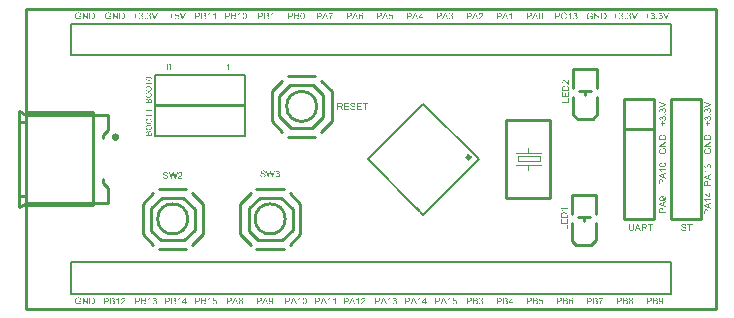
<source format=gto>
G04*
G04 #@! TF.GenerationSoftware,Altium Limited,Altium Designer,20.0.13 (296)*
G04*
G04 Layer_Color=65535*
%FSLAX24Y24*%
%MOIN*%
G70*
G01*
G75*
%ADD10C,0.0100*%
%ADD11C,0.0079*%
%ADD12C,0.0080*%
%ADD13C,0.0039*%
G36*
X21131Y329D02*
X21132D01*
X21135Y328D01*
X21140Y327D01*
X21146Y326D01*
X21153Y324D01*
X21160Y321D01*
X21167Y317D01*
X21167D01*
X21167Y316D01*
X21168Y316D01*
X21170Y315D01*
X21173Y312D01*
X21177Y309D01*
X21181Y304D01*
X21186Y298D01*
X21190Y291D01*
X21194Y283D01*
Y283D01*
X21195Y282D01*
X21195Y281D01*
X21196Y280D01*
X21197Y277D01*
X21198Y274D01*
X21198Y271D01*
X21199Y268D01*
X21200Y263D01*
X21201Y258D01*
X21202Y253D01*
X21202Y248D01*
X21203Y242D01*
X21204Y235D01*
X21204Y228D01*
Y221D01*
Y220D01*
Y219D01*
Y216D01*
Y213D01*
X21204Y210D01*
Y206D01*
X21203Y201D01*
X21203Y196D01*
X21202Y185D01*
X21200Y173D01*
X21198Y162D01*
X21196Y157D01*
X21195Y152D01*
Y152D01*
X21194Y151D01*
X21194Y150D01*
X21193Y148D01*
X21192Y146D01*
X21191Y143D01*
X21188Y138D01*
X21184Y131D01*
X21179Y125D01*
X21173Y119D01*
X21167Y113D01*
X21166D01*
X21166Y113D01*
X21165Y112D01*
X21164Y111D01*
X21162Y110D01*
X21160Y109D01*
X21157Y108D01*
X21154Y107D01*
X21148Y104D01*
X21141Y102D01*
X21133Y101D01*
X21124Y100D01*
X21121D01*
X21119Y100D01*
X21117D01*
X21115Y101D01*
X21108Y102D01*
X21102Y104D01*
X21095Y106D01*
X21087Y110D01*
X21084Y112D01*
X21081Y115D01*
X21080Y115D01*
X21080Y115D01*
X21079Y116D01*
X21078Y117D01*
X21077Y119D01*
X21075Y121D01*
X21072Y125D01*
X21069Y131D01*
X21065Y138D01*
X21063Y146D01*
X21061Y156D01*
X21087Y158D01*
Y158D01*
X21088Y157D01*
Y156D01*
X21088Y155D01*
X21089Y152D01*
X21090Y148D01*
X21092Y143D01*
X21094Y139D01*
X21097Y134D01*
X21100Y131D01*
X21100Y130D01*
X21102Y129D01*
X21104Y128D01*
X21107Y127D01*
X21110Y125D01*
X21114Y124D01*
X21119Y123D01*
X21124Y123D01*
X21127D01*
X21129Y123D01*
X21132Y123D01*
X21135Y124D01*
X21139Y125D01*
X21143Y126D01*
X21146Y128D01*
X21147Y129D01*
X21148Y129D01*
X21150Y130D01*
X21152Y132D01*
X21154Y135D01*
X21157Y137D01*
X21160Y140D01*
X21162Y144D01*
X21163Y144D01*
X21163Y146D01*
X21165Y148D01*
X21166Y151D01*
X21167Y155D01*
X21169Y159D01*
X21171Y164D01*
X21172Y170D01*
Y171D01*
X21173Y171D01*
Y172D01*
X21173Y173D01*
X21174Y176D01*
X21175Y181D01*
X21175Y186D01*
X21176Y191D01*
X21176Y198D01*
X21177Y204D01*
Y204D01*
Y205D01*
Y207D01*
Y210D01*
X21176Y209D01*
X21175Y207D01*
X21173Y205D01*
X21171Y202D01*
X21167Y199D01*
X21164Y195D01*
X21159Y191D01*
X21154Y188D01*
X21153Y188D01*
X21151Y187D01*
X21148Y186D01*
X21145Y184D01*
X21140Y183D01*
X21135Y181D01*
X21129Y180D01*
X21123Y180D01*
X21120D01*
X21118Y180D01*
X21116Y181D01*
X21113Y181D01*
X21110Y182D01*
X21107Y183D01*
X21099Y185D01*
X21095Y187D01*
X21091Y188D01*
X21087Y191D01*
X21083Y194D01*
X21079Y197D01*
X21076Y200D01*
X21075Y200D01*
X21075Y201D01*
X21074Y202D01*
X21073Y204D01*
X21071Y206D01*
X21070Y208D01*
X21068Y211D01*
X21066Y214D01*
X21064Y218D01*
X21063Y222D01*
X21061Y226D01*
X21060Y231D01*
X21058Y236D01*
X21058Y242D01*
X21057Y247D01*
X21057Y253D01*
Y254D01*
Y255D01*
Y256D01*
X21057Y259D01*
X21057Y262D01*
X21058Y265D01*
X21058Y269D01*
X21059Y273D01*
X21061Y281D01*
X21063Y286D01*
X21065Y291D01*
X21067Y295D01*
X21070Y300D01*
X21073Y304D01*
X21077Y308D01*
X21077Y308D01*
X21078Y309D01*
X21079Y310D01*
X21080Y311D01*
X21082Y313D01*
X21085Y315D01*
X21087Y316D01*
X21091Y319D01*
X21094Y321D01*
X21098Y322D01*
X21107Y326D01*
X21111Y327D01*
X21116Y328D01*
X21121Y329D01*
X21127Y329D01*
X21129D01*
X21131Y329D01*
D02*
G37*
G36*
X20948Y328D02*
X20951D01*
X20956Y327D01*
X20963Y326D01*
X20970Y325D01*
X20977Y324D01*
X20983Y321D01*
X20983D01*
X20983Y321D01*
X20985Y320D01*
X20988Y318D01*
X20991Y316D01*
X20995Y313D01*
X21000Y310D01*
X21003Y305D01*
X21007Y300D01*
X21007Y300D01*
X21008Y298D01*
X21010Y295D01*
X21012Y291D01*
X21013Y287D01*
X21015Y282D01*
X21016Y276D01*
X21016Y271D01*
Y270D01*
Y268D01*
X21016Y266D01*
X21015Y262D01*
X21014Y258D01*
X21013Y253D01*
X21011Y249D01*
X21008Y244D01*
X21008Y243D01*
X21007Y242D01*
X21005Y239D01*
X21002Y237D01*
X20999Y233D01*
X20995Y230D01*
X20990Y227D01*
X20985Y223D01*
X20985D01*
X20986Y223D01*
X20987Y223D01*
X20988Y222D01*
X20992Y221D01*
X20996Y219D01*
X21001Y216D01*
X21007Y212D01*
X21012Y208D01*
X21016Y203D01*
X21016Y202D01*
X21018Y200D01*
X21020Y197D01*
X21022Y193D01*
X21024Y188D01*
X21026Y183D01*
X21027Y176D01*
X21027Y169D01*
Y169D01*
Y168D01*
Y166D01*
X21027Y163D01*
X21026Y159D01*
X21026Y155D01*
X21024Y150D01*
X21023Y145D01*
X21020Y140D01*
X21020Y139D01*
X21019Y137D01*
X21018Y135D01*
X21016Y132D01*
X21013Y129D01*
X21011Y125D01*
X21007Y121D01*
X21004Y118D01*
X21003Y118D01*
X21002Y117D01*
X21000Y116D01*
X20997Y115D01*
X20993Y113D01*
X20989Y111D01*
X20985Y109D01*
X20979Y107D01*
X20979D01*
X20977Y107D01*
X20973Y106D01*
X20969Y106D01*
X20964Y105D01*
X20958Y105D01*
X20951Y104D01*
X20943Y104D01*
X20858D01*
Y328D01*
X20946D01*
X20948Y328D01*
D02*
G37*
G36*
X20747D02*
X20752Y327D01*
X20758Y327D01*
X20764Y326D01*
X20769Y326D01*
X20769D01*
X20772Y325D01*
X20774Y325D01*
X20778Y324D01*
X20783Y322D01*
X20787Y320D01*
X20792Y318D01*
X20796Y315D01*
X20797Y315D01*
X20798Y314D01*
X20800Y312D01*
X20803Y310D01*
X20806Y307D01*
X20808Y303D01*
X20812Y299D01*
X20814Y294D01*
X20815Y293D01*
X20815Y291D01*
X20817Y289D01*
X20818Y285D01*
X20819Y280D01*
X20820Y275D01*
X20821Y269D01*
X20821Y263D01*
Y263D01*
Y262D01*
Y260D01*
X20821Y258D01*
X20820Y256D01*
X20820Y253D01*
X20819Y250D01*
X20819Y246D01*
X20817Y239D01*
X20815Y235D01*
X20813Y231D01*
X20811Y226D01*
X20809Y222D01*
X20806Y219D01*
X20803Y215D01*
X20802Y214D01*
X20802Y214D01*
X20801Y213D01*
X20799Y212D01*
X20797Y210D01*
X20794Y209D01*
X20791Y207D01*
X20788Y205D01*
X20783Y203D01*
X20779Y201D01*
X20773Y199D01*
X20767Y198D01*
X20761Y197D01*
X20754Y196D01*
X20746Y195D01*
X20737Y195D01*
X20680D01*
Y104D01*
X20650D01*
Y328D01*
X20742D01*
X20747Y328D01*
D02*
G37*
G36*
X19948D02*
X19951D01*
X19957Y327D01*
X19963Y326D01*
X19970Y325D01*
X19977Y324D01*
X19983Y321D01*
X19983D01*
X19983Y321D01*
X19985Y320D01*
X19988Y318D01*
X19992Y316D01*
X19995Y313D01*
X20000Y310D01*
X20003Y305D01*
X20007Y300D01*
X20007Y300D01*
X20008Y298D01*
X20010Y295D01*
X20012Y291D01*
X20013Y287D01*
X20015Y282D01*
X20016Y276D01*
X20016Y271D01*
Y270D01*
Y268D01*
X20016Y266D01*
X20015Y262D01*
X20014Y258D01*
X20013Y253D01*
X20011Y249D01*
X20008Y244D01*
X20008Y243D01*
X20007Y242D01*
X20005Y239D01*
X20002Y237D01*
X19999Y233D01*
X19995Y230D01*
X19990Y227D01*
X19985Y223D01*
X19985D01*
X19986Y223D01*
X19987Y223D01*
X19988Y222D01*
X19992Y221D01*
X19996Y219D01*
X20001Y216D01*
X20007Y212D01*
X20012Y208D01*
X20016Y203D01*
X20016Y202D01*
X20018Y200D01*
X20020Y197D01*
X20022Y193D01*
X20024Y188D01*
X20026Y183D01*
X20027Y176D01*
X20027Y169D01*
Y169D01*
Y168D01*
Y166D01*
X20027Y163D01*
X20026Y159D01*
X20026Y155D01*
X20024Y150D01*
X20023Y145D01*
X20020Y140D01*
X20020Y139D01*
X20019Y137D01*
X20018Y135D01*
X20016Y132D01*
X20013Y129D01*
X20011Y125D01*
X20007Y121D01*
X20004Y118D01*
X20003Y118D01*
X20002Y117D01*
X20000Y116D01*
X19997Y115D01*
X19993Y113D01*
X19989Y111D01*
X19985Y109D01*
X19979Y107D01*
X19979D01*
X19977Y107D01*
X19973Y106D01*
X19969Y106D01*
X19964Y105D01*
X19958Y105D01*
X19951Y104D01*
X19943Y104D01*
X19858D01*
Y328D01*
X19946D01*
X19948Y328D01*
D02*
G37*
G36*
X19747D02*
X19752Y327D01*
X19758Y327D01*
X19764Y326D01*
X19769Y326D01*
X19769D01*
X19771Y325D01*
X19774Y325D01*
X19778Y324D01*
X19783Y322D01*
X19787Y320D01*
X19792Y318D01*
X19796Y315D01*
X19797Y315D01*
X19798Y314D01*
X19800Y312D01*
X19803Y310D01*
X19806Y307D01*
X19808Y303D01*
X19812Y299D01*
X19814Y294D01*
X19815Y293D01*
X19815Y291D01*
X19817Y289D01*
X19818Y285D01*
X19819Y280D01*
X19820Y275D01*
X19821Y269D01*
X19821Y263D01*
Y263D01*
Y262D01*
Y260D01*
X19821Y258D01*
X19820Y256D01*
X19820Y253D01*
X19819Y250D01*
X19819Y246D01*
X19817Y239D01*
X19815Y235D01*
X19813Y231D01*
X19811Y226D01*
X19809Y222D01*
X19806Y219D01*
X19803Y215D01*
X19802Y214D01*
X19802Y214D01*
X19801Y213D01*
X19799Y212D01*
X19797Y210D01*
X19794Y209D01*
X19791Y207D01*
X19788Y205D01*
X19783Y203D01*
X19779Y201D01*
X19773Y199D01*
X19767Y198D01*
X19761Y197D01*
X19754Y196D01*
X19746Y195D01*
X19737Y195D01*
X19680D01*
Y104D01*
X19650D01*
Y328D01*
X19742D01*
X19747Y328D01*
D02*
G37*
G36*
X20134Y329D02*
X20137Y328D01*
X20140Y328D01*
X20143Y328D01*
X20146Y327D01*
X20154Y325D01*
X20162Y322D01*
X20166Y320D01*
X20170Y318D01*
X20173Y315D01*
X20177Y312D01*
X20177Y312D01*
X20177Y311D01*
X20178Y310D01*
X20180Y309D01*
X20181Y307D01*
X20183Y305D01*
X20186Y300D01*
X20189Y294D01*
X20192Y287D01*
X20194Y279D01*
X20195Y275D01*
X20195Y270D01*
Y270D01*
Y269D01*
Y268D01*
X20195Y265D01*
X20194Y261D01*
X20193Y256D01*
X20191Y252D01*
X20189Y247D01*
X20187Y243D01*
X20186Y242D01*
X20185Y241D01*
X20183Y239D01*
X20180Y236D01*
X20177Y233D01*
X20173Y231D01*
X20168Y228D01*
X20162Y225D01*
X20162D01*
X20163Y225D01*
X20164Y224D01*
X20165Y224D01*
X20169Y222D01*
X20174Y220D01*
X20178Y217D01*
X20184Y213D01*
X20188Y209D01*
X20193Y203D01*
Y203D01*
X20193Y203D01*
X20195Y201D01*
X20197Y198D01*
X20199Y193D01*
X20200Y188D01*
X20202Y182D01*
X20204Y175D01*
X20204Y168D01*
Y167D01*
Y166D01*
Y165D01*
X20204Y163D01*
X20203Y161D01*
X20203Y158D01*
X20202Y154D01*
X20201Y151D01*
X20199Y143D01*
X20198Y139D01*
X20195Y135D01*
X20193Y131D01*
X20190Y127D01*
X20187Y123D01*
X20184Y119D01*
X20183Y119D01*
X20183Y118D01*
X20182Y117D01*
X20180Y117D01*
X20178Y115D01*
X20176Y113D01*
X20173Y112D01*
X20169Y110D01*
X20166Y108D01*
X20162Y106D01*
X20157Y105D01*
X20153Y103D01*
X20147Y102D01*
X20142Y101D01*
X20136Y100D01*
X20130Y100D01*
X20127D01*
X20125Y100D01*
X20122Y101D01*
X20119Y101D01*
X20115Y102D01*
X20111Y103D01*
X20102Y105D01*
X20098Y106D01*
X20094Y108D01*
X20089Y110D01*
X20084Y113D01*
X20080Y116D01*
X20076Y119D01*
X20076Y120D01*
X20075Y120D01*
X20074Y121D01*
X20073Y123D01*
X20072Y125D01*
X20070Y127D01*
X20068Y130D01*
X20066Y133D01*
X20064Y136D01*
X20063Y140D01*
X20060Y148D01*
X20058Y153D01*
X20057Y158D01*
X20057Y163D01*
X20056Y168D01*
Y169D01*
Y169D01*
Y171D01*
X20057Y172D01*
Y174D01*
X20057Y176D01*
X20058Y181D01*
X20059Y187D01*
X20061Y193D01*
X20064Y199D01*
X20067Y205D01*
Y205D01*
X20068Y206D01*
X20069Y207D01*
X20072Y210D01*
X20075Y213D01*
X20080Y216D01*
X20085Y220D01*
X20092Y223D01*
X20099Y225D01*
X20099D01*
X20098Y225D01*
X20097Y226D01*
X20096Y226D01*
X20093Y228D01*
X20089Y230D01*
X20085Y232D01*
X20081Y235D01*
X20077Y239D01*
X20073Y243D01*
X20073Y244D01*
X20072Y245D01*
X20071Y247D01*
X20070Y251D01*
X20068Y255D01*
X20067Y260D01*
X20066Y265D01*
X20065Y271D01*
Y271D01*
Y272D01*
Y273D01*
X20066Y275D01*
X20066Y277D01*
X20066Y280D01*
X20068Y285D01*
X20070Y292D01*
X20073Y299D01*
X20075Y302D01*
X20077Y306D01*
X20080Y309D01*
X20083Y312D01*
X20083Y313D01*
X20084Y313D01*
X20085Y314D01*
X20086Y315D01*
X20088Y316D01*
X20090Y317D01*
X20093Y319D01*
X20095Y321D01*
X20098Y322D01*
X20102Y324D01*
X20106Y325D01*
X20110Y326D01*
X20119Y328D01*
X20124Y329D01*
X20130Y329D01*
X20132D01*
X20134Y329D01*
D02*
G37*
G36*
X19204Y300D02*
X19203Y299D01*
X19203Y299D01*
X19201Y297D01*
X19200Y295D01*
X19198Y293D01*
X19196Y291D01*
X19193Y287D01*
X19190Y283D01*
X19187Y280D01*
X19184Y275D01*
X19180Y270D01*
X19176Y265D01*
X19173Y259D01*
X19169Y253D01*
X19165Y246D01*
X19161Y239D01*
X19161Y239D01*
X19160Y237D01*
X19159Y235D01*
X19157Y233D01*
X19156Y229D01*
X19154Y225D01*
X19152Y221D01*
X19149Y215D01*
X19147Y210D01*
X19144Y204D01*
X19141Y197D01*
X19139Y190D01*
X19133Y176D01*
X19129Y162D01*
Y161D01*
X19128Y160D01*
X19128Y159D01*
X19127Y157D01*
X19127Y154D01*
X19126Y151D01*
X19125Y147D01*
X19124Y143D01*
X19123Y139D01*
X19122Y134D01*
X19121Y124D01*
X19119Y112D01*
X19118Y100D01*
X19090D01*
Y100D01*
Y101D01*
Y103D01*
X19090Y105D01*
Y107D01*
X19091Y110D01*
X19091Y114D01*
X19091Y118D01*
X19092Y122D01*
X19093Y127D01*
X19094Y132D01*
X19095Y138D01*
X19095Y144D01*
X19097Y150D01*
X19100Y163D01*
Y164D01*
X19100Y165D01*
X19101Y167D01*
X19102Y170D01*
X19103Y173D01*
X19104Y177D01*
X19106Y182D01*
X19107Y187D01*
X19109Y192D01*
X19111Y198D01*
X19116Y210D01*
X19122Y223D01*
X19129Y236D01*
X19129Y236D01*
X19130Y237D01*
X19130Y239D01*
X19132Y242D01*
X19133Y245D01*
X19136Y248D01*
X19138Y252D01*
X19141Y256D01*
X19147Y266D01*
X19153Y275D01*
X19161Y285D01*
X19168Y295D01*
X19059D01*
Y321D01*
X19204D01*
Y300D01*
D02*
G37*
G36*
X18948Y324D02*
X18951D01*
X18957Y323D01*
X18963Y323D01*
X18970Y321D01*
X18977Y320D01*
X18983Y317D01*
X18983D01*
X18983Y317D01*
X18985Y316D01*
X18988Y314D01*
X18992Y312D01*
X18995Y309D01*
X19000Y306D01*
X19003Y301D01*
X19007Y296D01*
X19007Y296D01*
X19008Y294D01*
X19010Y291D01*
X19012Y287D01*
X19013Y283D01*
X19015Y278D01*
X19016Y272D01*
X19016Y267D01*
Y266D01*
Y265D01*
X19016Y262D01*
X19015Y258D01*
X19014Y254D01*
X19013Y249D01*
X19011Y245D01*
X19008Y240D01*
X19008Y239D01*
X19007Y238D01*
X19005Y235D01*
X19002Y233D01*
X18999Y230D01*
X18995Y226D01*
X18990Y223D01*
X18985Y220D01*
X18985D01*
X18986Y219D01*
X18987Y219D01*
X18988Y218D01*
X18992Y217D01*
X18996Y215D01*
X19001Y212D01*
X19007Y208D01*
X19012Y204D01*
X19016Y199D01*
X19016Y198D01*
X19018Y196D01*
X19020Y193D01*
X19022Y189D01*
X19024Y184D01*
X19026Y179D01*
X19027Y172D01*
X19027Y165D01*
Y165D01*
Y164D01*
Y163D01*
X19027Y159D01*
X19026Y155D01*
X19026Y151D01*
X19024Y146D01*
X19023Y141D01*
X19020Y136D01*
X19020Y135D01*
X19019Y133D01*
X19018Y131D01*
X19016Y128D01*
X19013Y125D01*
X19011Y121D01*
X19007Y117D01*
X19004Y115D01*
X19003Y114D01*
X19002Y113D01*
X19000Y112D01*
X18997Y111D01*
X18993Y109D01*
X18989Y107D01*
X18985Y105D01*
X18979Y104D01*
X18979D01*
X18977Y103D01*
X18973Y103D01*
X18969Y102D01*
X18964Y101D01*
X18958Y101D01*
X18951Y100D01*
X18943Y100D01*
X18858D01*
Y324D01*
X18946D01*
X18948Y324D01*
D02*
G37*
G36*
X18747D02*
X18752Y324D01*
X18758Y323D01*
X18764Y323D01*
X18769Y322D01*
X18769D01*
X18772Y321D01*
X18774Y321D01*
X18778Y320D01*
X18783Y318D01*
X18787Y316D01*
X18792Y314D01*
X18796Y311D01*
X18797Y311D01*
X18798Y310D01*
X18800Y308D01*
X18803Y306D01*
X18806Y303D01*
X18808Y299D01*
X18812Y295D01*
X18814Y290D01*
X18815Y289D01*
X18815Y288D01*
X18817Y285D01*
X18818Y281D01*
X18819Y276D01*
X18820Y271D01*
X18821Y265D01*
X18821Y259D01*
Y259D01*
Y258D01*
Y256D01*
X18821Y254D01*
X18820Y252D01*
X18820Y249D01*
X18819Y246D01*
X18819Y242D01*
X18817Y235D01*
X18815Y231D01*
X18813Y227D01*
X18811Y222D01*
X18809Y219D01*
X18806Y215D01*
X18803Y211D01*
X18802Y210D01*
X18802Y210D01*
X18801Y209D01*
X18799Y208D01*
X18797Y206D01*
X18794Y205D01*
X18791Y203D01*
X18788Y201D01*
X18783Y199D01*
X18779Y197D01*
X18773Y196D01*
X18767Y194D01*
X18761Y193D01*
X18754Y192D01*
X18746Y191D01*
X18737Y191D01*
X18680D01*
Y100D01*
X18650D01*
Y324D01*
X18742D01*
X18747Y324D01*
D02*
G37*
G36*
X18141Y329D02*
X18143D01*
X18145Y328D01*
X18152Y327D01*
X18158Y325D01*
X18165Y323D01*
X18173Y319D01*
X18176Y317D01*
X18179Y314D01*
X18180Y314D01*
X18180Y314D01*
X18181Y313D01*
X18182Y312D01*
X18184Y310D01*
X18185Y308D01*
X18188Y303D01*
X18192Y298D01*
X18195Y291D01*
X18198Y282D01*
X18200Y273D01*
X18173Y271D01*
Y271D01*
X18172Y272D01*
X18172Y274D01*
X18171Y277D01*
X18170Y280D01*
X18168Y284D01*
X18166Y288D01*
X18164Y291D01*
X18162Y294D01*
X18161Y295D01*
X18160Y296D01*
X18158Y298D01*
X18154Y301D01*
X18150Y302D01*
X18146Y304D01*
X18140Y306D01*
X18134Y306D01*
X18132D01*
X18130Y306D01*
X18127Y305D01*
X18123Y304D01*
X18119Y303D01*
X18115Y302D01*
X18111Y299D01*
X18110Y299D01*
X18109Y297D01*
X18107Y295D01*
X18104Y292D01*
X18100Y288D01*
X18097Y283D01*
X18094Y278D01*
X18090Y271D01*
Y271D01*
X18090Y270D01*
X18090Y269D01*
X18089Y268D01*
X18089Y266D01*
X18088Y264D01*
X18087Y261D01*
X18087Y258D01*
X18086Y254D01*
X18085Y250D01*
X18084Y246D01*
X18084Y242D01*
X18084Y236D01*
X18083Y231D01*
X18083Y225D01*
Y220D01*
X18083Y220D01*
X18084Y222D01*
X18087Y224D01*
X18090Y228D01*
X18093Y232D01*
X18097Y235D01*
X18102Y239D01*
X18107Y242D01*
X18107D01*
X18107Y242D01*
X18109Y243D01*
X18112Y244D01*
X18116Y246D01*
X18121Y247D01*
X18126Y248D01*
X18131Y249D01*
X18137Y249D01*
X18140D01*
X18142Y249D01*
X18144Y249D01*
X18147Y248D01*
X18150Y248D01*
X18154Y247D01*
X18161Y245D01*
X18165Y243D01*
X18169Y241D01*
X18173Y238D01*
X18177Y236D01*
X18181Y233D01*
X18184Y229D01*
X18185Y229D01*
X18185Y228D01*
X18186Y227D01*
X18187Y225D01*
X18189Y223D01*
X18190Y221D01*
X18192Y218D01*
X18194Y215D01*
X18196Y211D01*
X18198Y207D01*
X18199Y203D01*
X18201Y198D01*
X18202Y193D01*
X18203Y188D01*
X18203Y182D01*
X18204Y176D01*
Y176D01*
Y175D01*
Y175D01*
Y173D01*
X18203Y171D01*
Y169D01*
X18202Y164D01*
X18201Y158D01*
X18200Y151D01*
X18198Y144D01*
X18194Y137D01*
Y137D01*
X18194Y137D01*
X18193Y136D01*
X18193Y134D01*
X18191Y131D01*
X18188Y127D01*
X18184Y122D01*
X18180Y118D01*
X18175Y113D01*
X18169Y109D01*
X18169D01*
X18169Y109D01*
X18168Y108D01*
X18166Y108D01*
X18163Y106D01*
X18159Y105D01*
X18154Y103D01*
X18147Y102D01*
X18141Y100D01*
X18133Y100D01*
X18131D01*
X18130Y100D01*
X18127D01*
X18124Y101D01*
X18121Y101D01*
X18117Y102D01*
X18113Y103D01*
X18109Y105D01*
X18104Y106D01*
X18100Y108D01*
X18095Y111D01*
X18090Y114D01*
X18086Y117D01*
X18081Y121D01*
X18077Y125D01*
X18077Y126D01*
X18076Y127D01*
X18075Y128D01*
X18074Y130D01*
X18072Y133D01*
X18070Y136D01*
X18068Y141D01*
X18066Y145D01*
X18064Y151D01*
X18062Y157D01*
X18061Y163D01*
X18059Y171D01*
X18057Y179D01*
X18056Y188D01*
X18056Y198D01*
X18055Y209D01*
Y209D01*
Y209D01*
Y210D01*
Y211D01*
X18056Y215D01*
Y219D01*
X18056Y224D01*
X18057Y231D01*
X18057Y237D01*
X18058Y245D01*
X18060Y252D01*
X18061Y260D01*
X18063Y268D01*
X18065Y276D01*
X18068Y283D01*
X18072Y291D01*
X18075Y297D01*
X18079Y303D01*
X18080Y303D01*
X18080Y304D01*
X18082Y305D01*
X18083Y307D01*
X18085Y309D01*
X18088Y311D01*
X18091Y314D01*
X18094Y316D01*
X18098Y318D01*
X18102Y321D01*
X18107Y323D01*
X18112Y325D01*
X18118Y327D01*
X18123Y328D01*
X18130Y329D01*
X18136Y329D01*
X18139D01*
X18141Y329D01*
D02*
G37*
G36*
X17948Y328D02*
X17951D01*
X17957Y327D01*
X17963Y326D01*
X17970Y325D01*
X17977Y324D01*
X17983Y321D01*
X17983D01*
X17983Y321D01*
X17985Y320D01*
X17988Y318D01*
X17991Y316D01*
X17995Y313D01*
X18000Y310D01*
X18003Y305D01*
X18007Y300D01*
X18007Y300D01*
X18008Y298D01*
X18010Y295D01*
X18012Y291D01*
X18013Y287D01*
X18015Y282D01*
X18016Y276D01*
X18016Y271D01*
Y270D01*
Y268D01*
X18016Y266D01*
X18015Y262D01*
X18014Y258D01*
X18013Y253D01*
X18011Y249D01*
X18008Y244D01*
X18008Y243D01*
X18007Y242D01*
X18005Y239D01*
X18002Y237D01*
X17999Y233D01*
X17995Y230D01*
X17990Y227D01*
X17985Y223D01*
X17985D01*
X17986Y223D01*
X17987Y223D01*
X17988Y222D01*
X17992Y221D01*
X17996Y219D01*
X18001Y216D01*
X18007Y212D01*
X18012Y208D01*
X18016Y203D01*
X18016Y202D01*
X18018Y200D01*
X18020Y197D01*
X18022Y193D01*
X18024Y188D01*
X18026Y183D01*
X18027Y176D01*
X18027Y169D01*
Y169D01*
Y168D01*
Y166D01*
X18027Y163D01*
X18026Y159D01*
X18026Y155D01*
X18024Y150D01*
X18023Y145D01*
X18020Y140D01*
X18020Y139D01*
X18019Y137D01*
X18018Y135D01*
X18016Y132D01*
X18013Y129D01*
X18011Y125D01*
X18007Y121D01*
X18004Y118D01*
X18003Y118D01*
X18002Y117D01*
X18000Y116D01*
X17997Y115D01*
X17993Y113D01*
X17989Y111D01*
X17985Y109D01*
X17979Y107D01*
X17979D01*
X17977Y107D01*
X17973Y106D01*
X17969Y106D01*
X17964Y105D01*
X17958Y105D01*
X17951Y104D01*
X17943Y104D01*
X17858D01*
Y328D01*
X17946D01*
X17948Y328D01*
D02*
G37*
G36*
X17747D02*
X17752Y327D01*
X17758Y327D01*
X17764Y326D01*
X17769Y326D01*
X17769D01*
X17772Y325D01*
X17774Y325D01*
X17778Y324D01*
X17783Y322D01*
X17787Y320D01*
X17792Y318D01*
X17796Y315D01*
X17797Y315D01*
X17798Y314D01*
X17800Y312D01*
X17803Y310D01*
X17806Y307D01*
X17808Y303D01*
X17812Y299D01*
X17814Y294D01*
X17815Y293D01*
X17815Y291D01*
X17817Y289D01*
X17818Y285D01*
X17819Y280D01*
X17820Y275D01*
X17821Y269D01*
X17821Y263D01*
Y263D01*
Y262D01*
Y260D01*
X17821Y258D01*
X17820Y256D01*
X17820Y253D01*
X17819Y250D01*
X17819Y246D01*
X17817Y239D01*
X17815Y235D01*
X17813Y231D01*
X17811Y226D01*
X17809Y222D01*
X17806Y219D01*
X17803Y215D01*
X17802Y214D01*
X17802Y214D01*
X17801Y213D01*
X17799Y212D01*
X17797Y210D01*
X17795Y209D01*
X17791Y207D01*
X17788Y205D01*
X17783Y203D01*
X17779Y201D01*
X17773Y199D01*
X17767Y198D01*
X17761Y197D01*
X17754Y196D01*
X17746Y195D01*
X17737Y195D01*
X17680D01*
Y104D01*
X17650D01*
Y328D01*
X17742D01*
X17747Y328D01*
D02*
G37*
G36*
X17195Y299D02*
X17105D01*
X17093Y238D01*
X17093Y239D01*
X17094Y239D01*
X17095Y240D01*
X17096Y241D01*
X17098Y242D01*
X17101Y243D01*
X17106Y245D01*
X17112Y248D01*
X17119Y250D01*
X17127Y252D01*
X17131Y253D01*
X17138D01*
X17140Y252D01*
X17143Y252D01*
X17146Y252D01*
X17149Y251D01*
X17153Y250D01*
X17160Y248D01*
X17165Y246D01*
X17169Y244D01*
X17173Y242D01*
X17177Y239D01*
X17181Y236D01*
X17185Y232D01*
X17185Y232D01*
X17186Y231D01*
X17187Y230D01*
X17188Y229D01*
X17190Y226D01*
X17191Y224D01*
X17193Y221D01*
X17195Y218D01*
X17197Y214D01*
X17199Y210D01*
X17200Y206D01*
X17202Y201D01*
X17203Y197D01*
X17204Y191D01*
X17205Y186D01*
X17205Y180D01*
Y179D01*
Y178D01*
Y177D01*
X17205Y175D01*
X17205Y172D01*
X17204Y169D01*
X17204Y165D01*
X17203Y162D01*
X17201Y153D01*
X17198Y145D01*
X17196Y140D01*
X17193Y136D01*
X17191Y131D01*
X17188Y127D01*
X17187Y127D01*
X17187Y126D01*
X17185Y125D01*
X17184Y123D01*
X17181Y121D01*
X17179Y118D01*
X17176Y116D01*
X17172Y114D01*
X17168Y111D01*
X17164Y109D01*
X17159Y106D01*
X17154Y104D01*
X17148Y103D01*
X17142Y101D01*
X17135Y100D01*
X17129Y100D01*
X17126D01*
X17123Y100D01*
X17121Y101D01*
X17118Y101D01*
X17114Y101D01*
X17111Y102D01*
X17103Y104D01*
X17095Y107D01*
X17090Y109D01*
X17086Y111D01*
X17082Y114D01*
X17078Y117D01*
X17078Y117D01*
X17077Y117D01*
X17077Y119D01*
X17075Y120D01*
X17074Y122D01*
X17072Y124D01*
X17070Y126D01*
X17069Y129D01*
X17067Y132D01*
X17065Y136D01*
X17061Y143D01*
X17058Y152D01*
X17057Y157D01*
X17057Y163D01*
X17085Y165D01*
Y164D01*
Y164D01*
X17086Y163D01*
X17086Y161D01*
X17087Y158D01*
X17088Y153D01*
X17090Y148D01*
X17093Y142D01*
X17096Y138D01*
X17100Y133D01*
X17101Y133D01*
X17102Y131D01*
X17105Y130D01*
X17108Y128D01*
X17112Y126D01*
X17117Y124D01*
X17122Y123D01*
X17129Y123D01*
X17130D01*
X17132Y123D01*
X17136Y123D01*
X17140Y125D01*
X17146Y126D01*
X17151Y129D01*
X17157Y133D01*
X17160Y135D01*
X17162Y138D01*
X17163Y138D01*
X17163Y138D01*
X17164Y139D01*
X17165Y140D01*
X17167Y144D01*
X17169Y148D01*
X17172Y154D01*
X17174Y161D01*
X17176Y169D01*
X17176Y173D01*
Y177D01*
Y178D01*
Y178D01*
Y180D01*
X17176Y181D01*
Y183D01*
X17176Y186D01*
X17175Y191D01*
X17173Y197D01*
X17171Y203D01*
X17167Y209D01*
X17163Y214D01*
Y215D01*
X17162Y215D01*
X17161Y217D01*
X17158Y219D01*
X17154Y222D01*
X17149Y224D01*
X17143Y226D01*
X17136Y228D01*
X17132Y228D01*
X17126D01*
X17123Y228D01*
X17120Y228D01*
X17116Y227D01*
X17112Y226D01*
X17108Y224D01*
X17104Y222D01*
X17104Y222D01*
X17102Y221D01*
X17100Y220D01*
X17098Y218D01*
X17095Y216D01*
X17093Y213D01*
X17090Y210D01*
X17087Y206D01*
X17061Y210D01*
X17083Y325D01*
X17195D01*
Y299D01*
D02*
G37*
G36*
X16948Y328D02*
X16951D01*
X16956Y327D01*
X16963Y326D01*
X16970Y325D01*
X16977Y324D01*
X16983Y321D01*
X16983D01*
X16983Y321D01*
X16985Y320D01*
X16988Y318D01*
X16991Y316D01*
X16995Y313D01*
X17000Y310D01*
X17003Y305D01*
X17007Y300D01*
X17007Y300D01*
X17008Y298D01*
X17010Y295D01*
X17012Y291D01*
X17013Y287D01*
X17015Y282D01*
X17016Y276D01*
X17016Y271D01*
Y270D01*
Y268D01*
X17016Y266D01*
X17015Y262D01*
X17014Y258D01*
X17013Y253D01*
X17011Y249D01*
X17008Y244D01*
X17008Y243D01*
X17007Y242D01*
X17005Y239D01*
X17002Y237D01*
X16999Y233D01*
X16995Y230D01*
X16990Y227D01*
X16985Y223D01*
X16985D01*
X16986Y223D01*
X16987Y223D01*
X16988Y222D01*
X16992Y221D01*
X16996Y219D01*
X17001Y216D01*
X17007Y212D01*
X17012Y208D01*
X17016Y203D01*
X17016Y202D01*
X17018Y200D01*
X17020Y197D01*
X17022Y193D01*
X17024Y188D01*
X17026Y183D01*
X17027Y176D01*
X17027Y169D01*
Y169D01*
Y168D01*
Y166D01*
X17027Y163D01*
X17026Y159D01*
X17026Y155D01*
X17024Y150D01*
X17023Y145D01*
X17020Y140D01*
X17020Y139D01*
X17019Y137D01*
X17018Y135D01*
X17016Y132D01*
X17013Y129D01*
X17011Y125D01*
X17007Y121D01*
X17004Y118D01*
X17003Y118D01*
X17002Y117D01*
X17000Y116D01*
X16997Y115D01*
X16993Y113D01*
X16989Y111D01*
X16985Y109D01*
X16979Y107D01*
X16979D01*
X16977Y107D01*
X16973Y106D01*
X16969Y106D01*
X16964Y105D01*
X16958Y105D01*
X16951Y104D01*
X16943Y104D01*
X16858D01*
Y328D01*
X16946D01*
X16948Y328D01*
D02*
G37*
G36*
X16747D02*
X16752Y327D01*
X16758Y327D01*
X16764Y326D01*
X16769Y326D01*
X16769D01*
X16772Y325D01*
X16774Y325D01*
X16778Y324D01*
X16783Y322D01*
X16787Y320D01*
X16792Y318D01*
X16796Y315D01*
X16797Y315D01*
X16798Y314D01*
X16800Y312D01*
X16803Y310D01*
X16806Y307D01*
X16808Y303D01*
X16812Y299D01*
X16814Y294D01*
X16815Y293D01*
X16815Y291D01*
X16817Y289D01*
X16818Y285D01*
X16819Y280D01*
X16820Y275D01*
X16821Y269D01*
X16821Y263D01*
Y263D01*
Y262D01*
Y260D01*
X16821Y258D01*
X16820Y256D01*
X16820Y253D01*
X16819Y250D01*
X16819Y246D01*
X16817Y239D01*
X16815Y235D01*
X16813Y231D01*
X16811Y226D01*
X16809Y222D01*
X16806Y219D01*
X16803Y215D01*
X16802Y214D01*
X16802Y214D01*
X16801Y213D01*
X16799Y212D01*
X16797Y210D01*
X16795Y209D01*
X16791Y207D01*
X16788Y205D01*
X16783Y203D01*
X16779Y201D01*
X16773Y199D01*
X16767Y198D01*
X16761Y197D01*
X16754Y196D01*
X16746Y195D01*
X16737Y195D01*
X16680D01*
Y104D01*
X16650D01*
Y328D01*
X16742D01*
X16747Y328D01*
D02*
G37*
G36*
X16172Y179D02*
X16203D01*
Y154D01*
X16172D01*
Y100D01*
X16145D01*
Y154D01*
X16047D01*
Y179D01*
X16150Y324D01*
X16172D01*
Y179D01*
D02*
G37*
G36*
X15948Y324D02*
X15951D01*
X15956Y323D01*
X15963Y323D01*
X15970Y321D01*
X15977Y320D01*
X15983Y317D01*
X15983D01*
X15983Y317D01*
X15985Y316D01*
X15988Y314D01*
X15991Y312D01*
X15995Y309D01*
X16000Y306D01*
X16003Y301D01*
X16007Y296D01*
X16007Y296D01*
X16008Y294D01*
X16010Y291D01*
X16012Y287D01*
X16013Y283D01*
X16015Y278D01*
X16016Y272D01*
X16016Y267D01*
Y266D01*
Y265D01*
X16016Y262D01*
X16015Y258D01*
X16014Y254D01*
X16013Y249D01*
X16011Y245D01*
X16008Y240D01*
X16008Y239D01*
X16007Y238D01*
X16005Y235D01*
X16002Y233D01*
X15999Y230D01*
X15995Y226D01*
X15990Y223D01*
X15985Y220D01*
X15985D01*
X15986Y219D01*
X15987Y219D01*
X15988Y218D01*
X15992Y217D01*
X15996Y215D01*
X16001Y212D01*
X16007Y208D01*
X16012Y204D01*
X16016Y199D01*
X16016Y198D01*
X16018Y196D01*
X16020Y193D01*
X16022Y189D01*
X16024Y184D01*
X16026Y179D01*
X16027Y172D01*
X16027Y165D01*
Y165D01*
Y164D01*
Y163D01*
X16027Y159D01*
X16026Y155D01*
X16026Y151D01*
X16024Y146D01*
X16023Y141D01*
X16020Y136D01*
X16020Y135D01*
X16019Y133D01*
X16018Y131D01*
X16016Y128D01*
X16013Y125D01*
X16011Y121D01*
X16007Y117D01*
X16004Y115D01*
X16003Y114D01*
X16002Y113D01*
X16000Y112D01*
X15997Y111D01*
X15993Y109D01*
X15989Y107D01*
X15985Y105D01*
X15979Y104D01*
X15979D01*
X15977Y103D01*
X15973Y103D01*
X15969Y102D01*
X15964Y101D01*
X15958Y101D01*
X15951Y100D01*
X15943Y100D01*
X15858D01*
Y324D01*
X15946D01*
X15948Y324D01*
D02*
G37*
G36*
X15747D02*
X15752Y324D01*
X15758Y323D01*
X15764Y323D01*
X15769Y322D01*
X15769D01*
X15771Y321D01*
X15774Y321D01*
X15778Y320D01*
X15783Y318D01*
X15787Y316D01*
X15792Y314D01*
X15796Y311D01*
X15797Y311D01*
X15798Y310D01*
X15800Y308D01*
X15803Y306D01*
X15806Y303D01*
X15808Y299D01*
X15812Y295D01*
X15814Y290D01*
X15815Y289D01*
X15815Y288D01*
X15817Y285D01*
X15818Y281D01*
X15819Y276D01*
X15820Y271D01*
X15821Y265D01*
X15821Y259D01*
Y259D01*
Y258D01*
Y256D01*
X15821Y254D01*
X15820Y252D01*
X15820Y249D01*
X15819Y246D01*
X15819Y242D01*
X15817Y235D01*
X15815Y231D01*
X15813Y227D01*
X15811Y222D01*
X15809Y219D01*
X15806Y215D01*
X15803Y211D01*
X15802Y210D01*
X15802Y210D01*
X15801Y209D01*
X15799Y208D01*
X15797Y206D01*
X15795Y205D01*
X15791Y203D01*
X15788Y201D01*
X15783Y199D01*
X15779Y197D01*
X15773Y196D01*
X15767Y194D01*
X15761Y193D01*
X15754Y192D01*
X15746Y191D01*
X15737Y191D01*
X15680D01*
Y100D01*
X15650D01*
Y324D01*
X15742D01*
X15747Y324D01*
D02*
G37*
G36*
X15134Y329D02*
X15138Y328D01*
X15143Y327D01*
X15149Y325D01*
X15155Y324D01*
X15161Y321D01*
X15161D01*
X15161Y321D01*
X15163Y320D01*
X15166Y318D01*
X15169Y315D01*
X15173Y312D01*
X15177Y309D01*
X15181Y304D01*
X15184Y300D01*
X15185Y299D01*
X15186Y297D01*
X15187Y294D01*
X15188Y291D01*
X15190Y287D01*
X15191Y282D01*
X15192Y276D01*
X15193Y271D01*
Y270D01*
Y268D01*
X15192Y266D01*
X15192Y262D01*
X15191Y258D01*
X15189Y253D01*
X15187Y249D01*
X15185Y244D01*
X15184Y244D01*
X15183Y242D01*
X15181Y240D01*
X15179Y237D01*
X15176Y234D01*
X15172Y231D01*
X15167Y228D01*
X15162Y225D01*
X15162D01*
X15163Y225D01*
X15164Y225D01*
X15165Y224D01*
X15168Y223D01*
X15173Y221D01*
X15178Y219D01*
X15183Y215D01*
X15188Y211D01*
X15193Y206D01*
X15193Y206D01*
X15194Y204D01*
X15196Y200D01*
X15198Y196D01*
X15200Y191D01*
X15202Y185D01*
X15203Y178D01*
X15204Y170D01*
Y170D01*
Y169D01*
Y167D01*
X15203Y165D01*
X15203Y163D01*
X15202Y160D01*
X15202Y156D01*
X15201Y153D01*
X15199Y145D01*
X15197Y141D01*
X15195Y137D01*
X15192Y133D01*
X15189Y129D01*
X15186Y124D01*
X15182Y120D01*
X15182Y120D01*
X15181Y119D01*
X15180Y118D01*
X15178Y117D01*
X15176Y116D01*
X15174Y114D01*
X15171Y112D01*
X15167Y110D01*
X15164Y108D01*
X15159Y106D01*
X15155Y105D01*
X15150Y103D01*
X15145Y102D01*
X15140Y101D01*
X15134Y100D01*
X15128Y100D01*
X15125D01*
X15123Y100D01*
X15120Y101D01*
X15118Y101D01*
X15114Y102D01*
X15111Y102D01*
X15103Y104D01*
X15095Y107D01*
X15091Y109D01*
X15087Y112D01*
X15083Y115D01*
X15079Y117D01*
X15079Y118D01*
X15078Y118D01*
X15077Y119D01*
X15076Y121D01*
X15074Y122D01*
X15073Y125D01*
X15071Y127D01*
X15069Y130D01*
X15067Y133D01*
X15065Y136D01*
X15061Y144D01*
X15059Y153D01*
X15058Y158D01*
X15057Y163D01*
X15084Y167D01*
Y166D01*
X15085Y166D01*
X15085Y164D01*
X15085Y163D01*
X15086Y161D01*
X15086Y159D01*
X15088Y154D01*
X15090Y148D01*
X15093Y142D01*
X15096Y137D01*
X15100Y133D01*
X15101Y132D01*
X15102Y131D01*
X15105Y129D01*
X15108Y128D01*
X15112Y126D01*
X15117Y124D01*
X15122Y123D01*
X15128Y123D01*
X15130D01*
X15131Y123D01*
X15135Y123D01*
X15140Y124D01*
X15145Y126D01*
X15150Y128D01*
X15156Y131D01*
X15161Y136D01*
X15162Y137D01*
X15163Y139D01*
X15165Y141D01*
X15168Y145D01*
X15170Y150D01*
X15172Y156D01*
X15174Y162D01*
X15175Y169D01*
Y170D01*
Y170D01*
Y171D01*
X15174Y173D01*
X15174Y176D01*
X15173Y180D01*
X15172Y186D01*
X15169Y191D01*
X15166Y196D01*
X15162Y201D01*
X15161Y201D01*
X15160Y203D01*
X15157Y205D01*
X15153Y207D01*
X15149Y209D01*
X15143Y211D01*
X15137Y212D01*
X15130Y213D01*
X15128D01*
X15125Y213D01*
X15122Y212D01*
X15119Y212D01*
X15115Y211D01*
X15111Y210D01*
X15114Y234D01*
X15116D01*
X15117Y234D01*
X15121D01*
X15125Y235D01*
X15129Y235D01*
X15134Y236D01*
X15140Y238D01*
X15145Y240D01*
X15150Y243D01*
X15151D01*
X15151Y244D01*
X15153Y245D01*
X15155Y247D01*
X15157Y250D01*
X15160Y254D01*
X15162Y259D01*
X15164Y265D01*
X15165Y268D01*
Y271D01*
Y272D01*
Y272D01*
Y274D01*
X15164Y277D01*
X15163Y280D01*
X15162Y284D01*
X15160Y288D01*
X15158Y292D01*
X15154Y296D01*
X15154Y297D01*
X15152Y298D01*
X15150Y300D01*
X15147Y302D01*
X15143Y303D01*
X15139Y305D01*
X15133Y306D01*
X15128Y306D01*
X15125D01*
X15122Y306D01*
X15118Y305D01*
X15114Y304D01*
X15110Y302D01*
X15105Y300D01*
X15101Y296D01*
X15101Y296D01*
X15099Y294D01*
X15097Y292D01*
X15095Y289D01*
X15093Y285D01*
X15091Y280D01*
X15089Y273D01*
X15087Y266D01*
X15060Y271D01*
Y271D01*
X15060Y272D01*
X15061Y274D01*
X15061Y276D01*
X15061Y278D01*
X15062Y280D01*
X15064Y287D01*
X15068Y294D01*
X15072Y301D01*
X15076Y308D01*
X15083Y314D01*
X15083Y314D01*
X15084Y314D01*
X15084Y315D01*
X15086Y316D01*
X15087Y317D01*
X15090Y319D01*
X15092Y320D01*
X15095Y322D01*
X15101Y324D01*
X15109Y327D01*
X15118Y328D01*
X15122Y329D01*
X15130D01*
X15134Y329D01*
D02*
G37*
G36*
X14948Y328D02*
X14951D01*
X14957Y327D01*
X14963Y326D01*
X14970Y325D01*
X14977Y324D01*
X14983Y321D01*
X14983D01*
X14983Y321D01*
X14985Y320D01*
X14988Y318D01*
X14992Y316D01*
X14995Y313D01*
X15000Y310D01*
X15003Y305D01*
X15007Y300D01*
X15007Y300D01*
X15008Y298D01*
X15010Y295D01*
X15012Y291D01*
X15013Y287D01*
X15015Y282D01*
X15016Y276D01*
X15016Y271D01*
Y270D01*
Y268D01*
X15016Y266D01*
X15015Y262D01*
X15014Y258D01*
X15013Y253D01*
X15011Y249D01*
X15008Y244D01*
X15008Y243D01*
X15007Y242D01*
X15005Y239D01*
X15002Y237D01*
X14999Y233D01*
X14995Y230D01*
X14990Y227D01*
X14985Y223D01*
X14985D01*
X14986Y223D01*
X14987Y223D01*
X14988Y222D01*
X14992Y221D01*
X14996Y219D01*
X15001Y216D01*
X15007Y212D01*
X15012Y208D01*
X15016Y203D01*
X15016Y202D01*
X15018Y200D01*
X15020Y197D01*
X15022Y193D01*
X15024Y188D01*
X15026Y183D01*
X15027Y176D01*
X15027Y169D01*
Y169D01*
Y168D01*
Y166D01*
X15027Y163D01*
X15026Y159D01*
X15026Y155D01*
X15024Y150D01*
X15023Y145D01*
X15020Y140D01*
X15020Y139D01*
X15019Y137D01*
X15018Y135D01*
X15016Y132D01*
X15013Y129D01*
X15011Y125D01*
X15007Y121D01*
X15004Y118D01*
X15003Y118D01*
X15002Y117D01*
X15000Y116D01*
X14997Y115D01*
X14993Y113D01*
X14989Y111D01*
X14985Y109D01*
X14979Y107D01*
X14979D01*
X14977Y107D01*
X14973Y106D01*
X14969Y106D01*
X14964Y105D01*
X14958Y105D01*
X14951Y104D01*
X14943Y104D01*
X14858D01*
Y328D01*
X14946D01*
X14948Y328D01*
D02*
G37*
G36*
X14747D02*
X14752Y327D01*
X14758Y327D01*
X14764Y326D01*
X14769Y326D01*
X14769D01*
X14771Y325D01*
X14774Y325D01*
X14778Y324D01*
X14783Y322D01*
X14787Y320D01*
X14792Y318D01*
X14796Y315D01*
X14797Y315D01*
X14798Y314D01*
X14800Y312D01*
X14803Y310D01*
X14806Y307D01*
X14808Y303D01*
X14812Y299D01*
X14814Y294D01*
X14815Y293D01*
X14815Y291D01*
X14817Y289D01*
X14818Y285D01*
X14819Y280D01*
X14820Y275D01*
X14821Y269D01*
X14821Y263D01*
Y263D01*
Y262D01*
Y260D01*
X14821Y258D01*
X14820Y256D01*
X14820Y253D01*
X14819Y250D01*
X14819Y246D01*
X14817Y239D01*
X14815Y235D01*
X14813Y231D01*
X14811Y226D01*
X14809Y222D01*
X14806Y219D01*
X14803Y215D01*
X14802Y214D01*
X14802Y214D01*
X14801Y213D01*
X14799Y212D01*
X14797Y210D01*
X14794Y209D01*
X14791Y207D01*
X14788Y205D01*
X14783Y203D01*
X14779Y201D01*
X14773Y199D01*
X14767Y198D01*
X14761Y197D01*
X14754Y196D01*
X14746Y195D01*
X14737Y195D01*
X14680D01*
Y104D01*
X14650D01*
Y328D01*
X14742D01*
X14747Y328D01*
D02*
G37*
G36*
X14319Y299D02*
X14229D01*
X14217Y238D01*
X14218Y239D01*
X14218Y239D01*
X14219Y240D01*
X14221Y241D01*
X14223Y242D01*
X14225Y243D01*
X14230Y245D01*
X14237Y248D01*
X14244Y250D01*
X14252Y252D01*
X14255Y253D01*
X14263D01*
X14265Y252D01*
X14267Y252D01*
X14270Y252D01*
X14273Y251D01*
X14277Y250D01*
X14285Y248D01*
X14289Y246D01*
X14293Y244D01*
X14297Y242D01*
X14301Y239D01*
X14305Y236D01*
X14309Y232D01*
X14310Y232D01*
X14310Y231D01*
X14311Y230D01*
X14312Y229D01*
X14314Y226D01*
X14316Y224D01*
X14318Y221D01*
X14320Y218D01*
X14321Y214D01*
X14323Y210D01*
X14325Y206D01*
X14326Y201D01*
X14328Y197D01*
X14329Y191D01*
X14329Y186D01*
X14330Y180D01*
Y179D01*
Y178D01*
Y177D01*
X14329Y175D01*
X14329Y172D01*
X14329Y169D01*
X14328Y165D01*
X14327Y162D01*
X14325Y153D01*
X14322Y145D01*
X14320Y140D01*
X14318Y136D01*
X14315Y131D01*
X14312Y127D01*
X14311Y127D01*
X14311Y126D01*
X14310Y125D01*
X14308Y123D01*
X14306Y121D01*
X14303Y118D01*
X14300Y116D01*
X14296Y114D01*
X14292Y111D01*
X14288Y109D01*
X14283Y106D01*
X14278Y104D01*
X14272Y103D01*
X14266Y101D01*
X14260Y100D01*
X14253Y100D01*
X14250D01*
X14248Y100D01*
X14245Y101D01*
X14242Y101D01*
X14239Y101D01*
X14235Y102D01*
X14227Y104D01*
X14219Y107D01*
X14215Y109D01*
X14210Y111D01*
X14207Y114D01*
X14203Y117D01*
X14202Y117D01*
X14202Y117D01*
X14201Y119D01*
X14200Y120D01*
X14198Y122D01*
X14196Y124D01*
X14195Y126D01*
X14193Y129D01*
X14191Y132D01*
X14189Y136D01*
X14185Y143D01*
X14183Y152D01*
X14182Y157D01*
X14181Y163D01*
X14210Y165D01*
Y164D01*
Y164D01*
X14210Y163D01*
X14210Y161D01*
X14211Y158D01*
X14213Y153D01*
X14215Y148D01*
X14217Y142D01*
X14220Y138D01*
X14224Y133D01*
X14225Y133D01*
X14226Y131D01*
X14229Y130D01*
X14232Y128D01*
X14236Y126D01*
X14241Y124D01*
X14247Y123D01*
X14253Y123D01*
X14255D01*
X14256Y123D01*
X14260Y123D01*
X14265Y125D01*
X14270Y126D01*
X14276Y129D01*
X14281Y133D01*
X14284Y135D01*
X14287Y138D01*
X14287Y138D01*
X14287Y138D01*
X14288Y139D01*
X14289Y140D01*
X14291Y144D01*
X14294Y148D01*
X14296Y154D01*
X14298Y161D01*
X14300Y169D01*
X14300Y173D01*
Y177D01*
Y178D01*
Y178D01*
Y180D01*
X14300Y181D01*
Y183D01*
X14300Y186D01*
X14299Y191D01*
X14297Y197D01*
X14295Y203D01*
X14292Y209D01*
X14287Y214D01*
Y215D01*
X14287Y215D01*
X14285Y217D01*
X14282Y219D01*
X14278Y222D01*
X14273Y224D01*
X14267Y226D01*
X14260Y228D01*
X14256Y228D01*
X14250D01*
X14248Y228D01*
X14244Y228D01*
X14241Y227D01*
X14237Y226D01*
X14232Y224D01*
X14228Y222D01*
X14228Y222D01*
X14227Y221D01*
X14225Y220D01*
X14222Y218D01*
X14219Y216D01*
X14217Y213D01*
X14214Y210D01*
X14212Y206D01*
X14186Y210D01*
X14208Y325D01*
X14319D01*
Y299D01*
D02*
G37*
G36*
X14110Y104D02*
X14083D01*
Y279D01*
X14082Y279D01*
X14081Y278D01*
X14079Y276D01*
X14076Y273D01*
X14072Y270D01*
X14068Y267D01*
X14062Y264D01*
X14057Y260D01*
X14056D01*
X14056Y260D01*
X14054Y258D01*
X14051Y257D01*
X14047Y255D01*
X14042Y253D01*
X14037Y250D01*
X14033Y248D01*
X14028Y246D01*
Y273D01*
X14028D01*
X14029Y273D01*
X14030Y274D01*
X14032Y275D01*
X14034Y276D01*
X14036Y277D01*
X14041Y280D01*
X14048Y284D01*
X14054Y288D01*
X14061Y293D01*
X14068Y299D01*
X14068Y299D01*
X14068Y300D01*
X14069Y301D01*
X14071Y302D01*
X14074Y305D01*
X14078Y309D01*
X14081Y313D01*
X14086Y318D01*
X14089Y324D01*
X14092Y329D01*
X14110D01*
Y104D01*
D02*
G37*
G36*
X13994D02*
X13960D01*
X13934Y172D01*
X13840D01*
X13816Y104D01*
X13784D01*
X13870Y328D01*
X13902D01*
X13994Y104D01*
D02*
G37*
G36*
X13697Y328D02*
X13702Y327D01*
X13708Y327D01*
X13714Y326D01*
X13719Y326D01*
X13719D01*
X13721Y325D01*
X13724Y325D01*
X13728Y324D01*
X13733Y322D01*
X13737Y320D01*
X13742Y318D01*
X13746Y315D01*
X13747Y315D01*
X13748Y314D01*
X13750Y312D01*
X13753Y310D01*
X13756Y307D01*
X13758Y303D01*
X13762Y299D01*
X13764Y294D01*
X13765Y293D01*
X13765Y291D01*
X13767Y289D01*
X13768Y285D01*
X13769Y280D01*
X13770Y275D01*
X13771Y269D01*
X13771Y263D01*
Y263D01*
Y262D01*
Y260D01*
X13771Y258D01*
X13770Y256D01*
X13770Y253D01*
X13769Y250D01*
X13769Y246D01*
X13767Y239D01*
X13765Y235D01*
X13763Y231D01*
X13761Y226D01*
X13759Y222D01*
X13756Y219D01*
X13753Y215D01*
X13752Y214D01*
X13752Y214D01*
X13751Y213D01*
X13749Y212D01*
X13747Y210D01*
X13744Y209D01*
X13741Y207D01*
X13738Y205D01*
X13733Y203D01*
X13729Y201D01*
X13723Y199D01*
X13717Y198D01*
X13711Y197D01*
X13704Y196D01*
X13696Y195D01*
X13687Y195D01*
X13630D01*
Y104D01*
X13600D01*
Y328D01*
X13692D01*
X13697Y328D01*
D02*
G37*
G36*
X13297Y179D02*
X13327D01*
Y154D01*
X13297D01*
Y100D01*
X13269D01*
Y154D01*
X13172D01*
Y179D01*
X13274Y324D01*
X13297D01*
Y179D01*
D02*
G37*
G36*
X13110Y100D02*
X13083D01*
Y275D01*
X13082Y275D01*
X13081Y274D01*
X13079Y272D01*
X13076Y269D01*
X13072Y267D01*
X13068Y263D01*
X13062Y260D01*
X13057Y256D01*
X13056D01*
X13056Y256D01*
X13054Y255D01*
X13051Y253D01*
X13047Y251D01*
X13042Y249D01*
X13037Y246D01*
X13033Y244D01*
X13028Y242D01*
Y269D01*
X13028D01*
X13029Y269D01*
X13030Y270D01*
X13032Y271D01*
X13034Y272D01*
X13036Y273D01*
X13041Y276D01*
X13048Y280D01*
X13054Y284D01*
X13061Y290D01*
X13068Y295D01*
X13068Y295D01*
X13068Y296D01*
X13069Y297D01*
X13071Y298D01*
X13074Y301D01*
X13078Y305D01*
X13081Y309D01*
X13086Y314D01*
X13089Y320D01*
X13092Y325D01*
X13110D01*
Y100D01*
D02*
G37*
G36*
X12994D02*
X12960D01*
X12934Y168D01*
X12840D01*
X12816Y100D01*
X12784D01*
X12870Y324D01*
X12902D01*
X12994Y100D01*
D02*
G37*
G36*
X12697Y324D02*
X12702Y324D01*
X12708Y323D01*
X12714Y323D01*
X12719Y322D01*
X12719D01*
X12722Y321D01*
X12724Y321D01*
X12728Y320D01*
X12733Y318D01*
X12737Y316D01*
X12742Y314D01*
X12746Y311D01*
X12747Y311D01*
X12748Y310D01*
X12750Y308D01*
X12753Y306D01*
X12756Y303D01*
X12758Y299D01*
X12762Y295D01*
X12764Y290D01*
X12765Y289D01*
X12765Y288D01*
X12767Y285D01*
X12768Y281D01*
X12769Y276D01*
X12770Y271D01*
X12771Y265D01*
X12771Y259D01*
Y259D01*
Y258D01*
Y256D01*
X12771Y254D01*
X12770Y252D01*
X12770Y249D01*
X12769Y246D01*
X12769Y242D01*
X12767Y235D01*
X12765Y231D01*
X12763Y227D01*
X12761Y222D01*
X12759Y219D01*
X12756Y215D01*
X12753Y211D01*
X12752Y210D01*
X12752Y210D01*
X12751Y209D01*
X12749Y208D01*
X12747Y206D01*
X12744Y205D01*
X12741Y203D01*
X12738Y201D01*
X12733Y199D01*
X12729Y197D01*
X12723Y196D01*
X12717Y194D01*
X12711Y193D01*
X12704Y192D01*
X12696Y191D01*
X12687Y191D01*
X12630D01*
Y100D01*
X12600D01*
Y324D01*
X12692D01*
X12697Y324D01*
D02*
G37*
G36*
X12258Y329D02*
X12262Y328D01*
X12267Y327D01*
X12273Y325D01*
X12279Y324D01*
X12285Y321D01*
X12285D01*
X12286Y321D01*
X12288Y320D01*
X12290Y318D01*
X12294Y315D01*
X12298Y312D01*
X12301Y309D01*
X12305Y304D01*
X12309Y300D01*
X12309Y299D01*
X12310Y297D01*
X12311Y294D01*
X12313Y291D01*
X12314Y287D01*
X12316Y282D01*
X12317Y276D01*
X12317Y271D01*
Y270D01*
Y268D01*
X12317Y266D01*
X12316Y262D01*
X12315Y258D01*
X12313Y253D01*
X12312Y249D01*
X12309Y244D01*
X12309Y244D01*
X12308Y242D01*
X12306Y240D01*
X12303Y237D01*
X12300Y234D01*
X12296Y231D01*
X12291Y228D01*
X12286Y225D01*
X12286D01*
X12287Y225D01*
X12288Y225D01*
X12289Y224D01*
X12293Y223D01*
X12297Y221D01*
X12302Y219D01*
X12308Y215D01*
X12312Y211D01*
X12317Y206D01*
X12317Y206D01*
X12319Y204D01*
X12321Y200D01*
X12323Y196D01*
X12324Y191D01*
X12326Y185D01*
X12328Y178D01*
X12328Y170D01*
Y170D01*
Y169D01*
Y167D01*
X12328Y165D01*
X12327Y163D01*
X12327Y160D01*
X12326Y156D01*
X12325Y153D01*
X12323Y145D01*
X12321Y141D01*
X12319Y137D01*
X12316Y133D01*
X12313Y129D01*
X12310Y124D01*
X12306Y120D01*
X12306Y120D01*
X12305Y119D01*
X12304Y118D01*
X12302Y117D01*
X12300Y116D01*
X12298Y114D01*
X12295Y112D01*
X12291Y110D01*
X12288Y108D01*
X12284Y106D01*
X12279Y105D01*
X12275Y103D01*
X12269Y102D01*
X12264Y101D01*
X12258Y100D01*
X12252Y100D01*
X12249D01*
X12247Y100D01*
X12245Y101D01*
X12242Y101D01*
X12239Y102D01*
X12235Y102D01*
X12227Y104D01*
X12219Y107D01*
X12215Y109D01*
X12211Y112D01*
X12207Y115D01*
X12203Y117D01*
X12203Y118D01*
X12202Y118D01*
X12201Y119D01*
X12200Y121D01*
X12199Y122D01*
X12197Y125D01*
X12195Y127D01*
X12193Y130D01*
X12191Y133D01*
X12189Y136D01*
X12186Y144D01*
X12183Y153D01*
X12182Y158D01*
X12181Y163D01*
X12209Y167D01*
Y166D01*
X12209Y166D01*
X12209Y164D01*
X12210Y163D01*
X12210Y161D01*
X12211Y159D01*
X12212Y154D01*
X12215Y148D01*
X12218Y142D01*
X12221Y137D01*
X12225Y133D01*
X12225Y132D01*
X12227Y131D01*
X12229Y129D01*
X12232Y128D01*
X12236Y126D01*
X12241Y124D01*
X12247Y123D01*
X12253Y123D01*
X12254D01*
X12256Y123D01*
X12259Y123D01*
X12264Y124D01*
X12269Y126D01*
X12275Y128D01*
X12280Y131D01*
X12285Y136D01*
X12286Y137D01*
X12288Y139D01*
X12289Y141D01*
X12292Y145D01*
X12295Y150D01*
X12297Y156D01*
X12298Y162D01*
X12299Y169D01*
Y170D01*
Y170D01*
Y171D01*
X12299Y173D01*
X12298Y176D01*
X12297Y180D01*
X12296Y186D01*
X12294Y191D01*
X12290Y196D01*
X12286Y201D01*
X12286Y201D01*
X12284Y203D01*
X12281Y205D01*
X12278Y207D01*
X12273Y209D01*
X12268Y211D01*
X12262Y212D01*
X12255Y213D01*
X12252D01*
X12250Y213D01*
X12247Y212D01*
X12243Y212D01*
X12240Y211D01*
X12235Y210D01*
X12239Y234D01*
X12240D01*
X12242Y234D01*
X12246D01*
X12249Y235D01*
X12254Y235D01*
X12258Y236D01*
X12264Y238D01*
X12269Y240D01*
X12275Y243D01*
X12275D01*
X12275Y244D01*
X12277Y245D01*
X12279Y247D01*
X12282Y250D01*
X12284Y254D01*
X12287Y259D01*
X12288Y265D01*
X12289Y268D01*
Y271D01*
Y272D01*
Y272D01*
Y274D01*
X12288Y277D01*
X12288Y280D01*
X12286Y284D01*
X12285Y288D01*
X12282Y292D01*
X12278Y296D01*
X12278Y297D01*
X12277Y298D01*
X12274Y300D01*
X12271Y302D01*
X12267Y303D01*
X12263Y305D01*
X12258Y306D01*
X12252Y306D01*
X12249D01*
X12246Y306D01*
X12242Y305D01*
X12238Y304D01*
X12234Y302D01*
X12230Y300D01*
X12225Y296D01*
X12225Y296D01*
X12224Y294D01*
X12222Y292D01*
X12219Y289D01*
X12217Y285D01*
X12215Y280D01*
X12213Y273D01*
X12212Y266D01*
X12184Y271D01*
Y271D01*
X12184Y272D01*
X12185Y274D01*
X12185Y276D01*
X12186Y278D01*
X12187Y280D01*
X12189Y287D01*
X12192Y294D01*
X12196Y301D01*
X12201Y308D01*
X12207Y314D01*
X12207Y314D01*
X12208Y314D01*
X12209Y315D01*
X12210Y316D01*
X12212Y317D01*
X12214Y319D01*
X12216Y320D01*
X12219Y322D01*
X12226Y324D01*
X12233Y327D01*
X12242Y328D01*
X12246Y329D01*
X12254D01*
X12258Y329D01*
D02*
G37*
G36*
X12110Y104D02*
X12083D01*
Y279D01*
X12082Y279D01*
X12081Y278D01*
X12079Y276D01*
X12076Y273D01*
X12072Y270D01*
X12068Y267D01*
X12062Y264D01*
X12057Y260D01*
X12056D01*
X12056Y260D01*
X12054Y258D01*
X12051Y257D01*
X12047Y255D01*
X12042Y253D01*
X12037Y250D01*
X12033Y248D01*
X12028Y246D01*
Y273D01*
X12028D01*
X12029Y273D01*
X12030Y274D01*
X12032Y275D01*
X12034Y276D01*
X12036Y277D01*
X12041Y280D01*
X12048Y284D01*
X12054Y288D01*
X12061Y293D01*
X12068Y299D01*
X12068Y299D01*
X12069Y300D01*
X12069Y301D01*
X12071Y302D01*
X12074Y305D01*
X12078Y309D01*
X12081Y313D01*
X12086Y318D01*
X12089Y324D01*
X12092Y329D01*
X12110D01*
Y104D01*
D02*
G37*
G36*
X11994D02*
X11960D01*
X11934Y172D01*
X11840D01*
X11816Y104D01*
X11784D01*
X11870Y328D01*
X11902D01*
X11994Y104D01*
D02*
G37*
G36*
X11697Y328D02*
X11702Y327D01*
X11708Y327D01*
X11714Y326D01*
X11719Y326D01*
X11719D01*
X11722Y325D01*
X11724Y325D01*
X11728Y324D01*
X11733Y322D01*
X11737Y320D01*
X11742Y318D01*
X11746Y315D01*
X11747Y315D01*
X11748Y314D01*
X11750Y312D01*
X11753Y310D01*
X11756Y307D01*
X11758Y303D01*
X11762Y299D01*
X11764Y294D01*
X11765Y293D01*
X11765Y291D01*
X11767Y289D01*
X11768Y285D01*
X11769Y280D01*
X11770Y275D01*
X11771Y269D01*
X11771Y263D01*
Y263D01*
Y262D01*
Y260D01*
X11771Y258D01*
X11770Y256D01*
X11770Y253D01*
X11769Y250D01*
X11769Y246D01*
X11767Y239D01*
X11765Y235D01*
X11763Y231D01*
X11761Y226D01*
X11759Y222D01*
X11756Y219D01*
X11753Y215D01*
X11752Y214D01*
X11752Y214D01*
X11751Y213D01*
X11749Y212D01*
X11747Y210D01*
X11745Y209D01*
X11741Y207D01*
X11738Y205D01*
X11733Y203D01*
X11729Y201D01*
X11723Y199D01*
X11717Y198D01*
X11711Y197D01*
X11704Y196D01*
X11696Y195D01*
X11687Y195D01*
X11630D01*
Y104D01*
X11600D01*
Y328D01*
X11692D01*
X11697Y328D01*
D02*
G37*
G36*
X11211Y325D02*
X11213Y325D01*
X11216Y324D01*
X11220Y324D01*
X11224Y323D01*
X11232Y321D01*
X11240Y317D01*
X11245Y315D01*
X11249Y313D01*
X11253Y310D01*
X11256Y307D01*
X11257Y307D01*
X11257Y306D01*
X11258Y305D01*
X11259Y304D01*
X11261Y302D01*
X11262Y300D01*
X11264Y298D01*
X11266Y295D01*
X11269Y289D01*
X11273Y281D01*
X11274Y277D01*
X11274Y272D01*
X11275Y268D01*
X11275Y263D01*
Y262D01*
Y261D01*
X11275Y258D01*
X11275Y255D01*
X11274Y251D01*
X11273Y246D01*
X11272Y241D01*
X11270Y236D01*
X11269Y236D01*
X11269Y234D01*
X11267Y232D01*
X11265Y228D01*
X11263Y224D01*
X11260Y219D01*
X11256Y214D01*
X11251Y209D01*
X11250Y208D01*
X11249Y206D01*
X11247Y205D01*
X11246Y203D01*
X11244Y201D01*
X11241Y199D01*
X11238Y196D01*
X11235Y193D01*
X11232Y190D01*
X11228Y186D01*
X11224Y183D01*
X11219Y178D01*
X11214Y174D01*
X11209Y170D01*
X11209Y169D01*
X11208Y169D01*
X11207Y168D01*
X11205Y166D01*
X11203Y164D01*
X11201Y163D01*
X11196Y158D01*
X11190Y153D01*
X11185Y149D01*
X11180Y144D01*
X11179Y143D01*
X11177Y141D01*
X11177Y141D01*
X11176Y140D01*
X11174Y139D01*
X11173Y137D01*
X11171Y134D01*
X11169Y132D01*
X11165Y127D01*
X11276D01*
Y100D01*
X11127D01*
Y100D01*
Y102D01*
Y104D01*
X11127Y106D01*
X11128Y109D01*
X11128Y112D01*
X11129Y116D01*
X11130Y119D01*
Y119D01*
X11131Y120D01*
X11131Y122D01*
X11133Y125D01*
X11135Y129D01*
X11137Y133D01*
X11140Y138D01*
X11144Y143D01*
X11148Y149D01*
Y149D01*
X11149Y150D01*
X11151Y152D01*
X11154Y154D01*
X11158Y159D01*
X11163Y163D01*
X11169Y169D01*
X11176Y176D01*
X11184Y183D01*
X11185Y183D01*
X11186Y184D01*
X11188Y186D01*
X11190Y187D01*
X11193Y190D01*
X11197Y193D01*
X11200Y196D01*
X11204Y200D01*
X11213Y208D01*
X11221Y215D01*
X11225Y219D01*
X11228Y223D01*
X11231Y227D01*
X11234Y230D01*
Y231D01*
X11235Y231D01*
X11235Y232D01*
X11236Y233D01*
X11238Y237D01*
X11241Y241D01*
X11243Y246D01*
X11245Y252D01*
X11247Y258D01*
X11247Y264D01*
Y264D01*
Y264D01*
X11247Y266D01*
X11247Y269D01*
X11246Y273D01*
X11244Y278D01*
X11242Y282D01*
X11239Y287D01*
X11235Y291D01*
X11235Y292D01*
X11233Y293D01*
X11231Y295D01*
X11227Y297D01*
X11223Y299D01*
X11217Y301D01*
X11211Y302D01*
X11204Y302D01*
X11203D01*
X11201Y302D01*
X11197Y302D01*
X11193Y301D01*
X11188Y300D01*
X11182Y297D01*
X11177Y294D01*
X11172Y291D01*
X11172Y290D01*
X11170Y288D01*
X11169Y286D01*
X11167Y282D01*
X11164Y277D01*
X11162Y271D01*
X11161Y265D01*
X11160Y257D01*
X11132Y260D01*
Y261D01*
X11133Y262D01*
Y263D01*
X11133Y266D01*
X11134Y268D01*
X11134Y271D01*
X11135Y275D01*
X11136Y278D01*
X11139Y286D01*
X11143Y294D01*
X11145Y298D01*
X11148Y302D01*
X11151Y305D01*
X11154Y308D01*
X11154Y309D01*
X11155Y309D01*
X11156Y310D01*
X11157Y311D01*
X11159Y312D01*
X11162Y314D01*
X11164Y315D01*
X11168Y317D01*
X11171Y318D01*
X11175Y320D01*
X11179Y321D01*
X11184Y323D01*
X11189Y324D01*
X11194Y325D01*
X11199Y325D01*
X11205Y325D01*
X11208D01*
X11211Y325D01*
D02*
G37*
G36*
X11060Y100D02*
X11033D01*
Y275D01*
X11032Y275D01*
X11031Y274D01*
X11029Y272D01*
X11026Y269D01*
X11022Y267D01*
X11018Y263D01*
X11012Y260D01*
X11007Y256D01*
X11006D01*
X11006Y256D01*
X11004Y255D01*
X11001Y253D01*
X10997Y251D01*
X10992Y249D01*
X10987Y246D01*
X10983Y244D01*
X10978Y242D01*
Y269D01*
X10978D01*
X10979Y269D01*
X10980Y270D01*
X10982Y271D01*
X10984Y272D01*
X10986Y273D01*
X10991Y276D01*
X10998Y280D01*
X11004Y284D01*
X11011Y290D01*
X11018Y295D01*
X11018Y295D01*
X11019Y296D01*
X11019Y297D01*
X11021Y298D01*
X11024Y301D01*
X11028Y305D01*
X11031Y309D01*
X11036Y314D01*
X11039Y320D01*
X11042Y325D01*
X11060D01*
Y100D01*
D02*
G37*
G36*
X10944D02*
X10910D01*
X10884Y168D01*
X10790D01*
X10766Y100D01*
X10734D01*
X10820Y324D01*
X10852D01*
X10944Y100D01*
D02*
G37*
G36*
X10647Y324D02*
X10652Y324D01*
X10658Y323D01*
X10664Y323D01*
X10669Y322D01*
X10669D01*
X10671Y321D01*
X10674Y321D01*
X10678Y320D01*
X10683Y318D01*
X10687Y316D01*
X10692Y314D01*
X10696Y311D01*
X10697Y311D01*
X10698Y310D01*
X10700Y308D01*
X10703Y306D01*
X10706Y303D01*
X10708Y299D01*
X10712Y295D01*
X10714Y290D01*
X10715Y289D01*
X10715Y288D01*
X10717Y285D01*
X10718Y281D01*
X10719Y276D01*
X10720Y271D01*
X10721Y265D01*
X10721Y259D01*
Y259D01*
Y258D01*
Y256D01*
X10721Y254D01*
X10720Y252D01*
X10720Y249D01*
X10719Y246D01*
X10719Y242D01*
X10717Y235D01*
X10715Y231D01*
X10713Y227D01*
X10711Y222D01*
X10709Y219D01*
X10706Y215D01*
X10703Y211D01*
X10702Y210D01*
X10702Y210D01*
X10701Y209D01*
X10699Y208D01*
X10697Y206D01*
X10695Y205D01*
X10691Y203D01*
X10688Y201D01*
X10683Y199D01*
X10679Y197D01*
X10673Y196D01*
X10667Y194D01*
X10661Y193D01*
X10654Y192D01*
X10646Y191D01*
X10637Y191D01*
X10580D01*
Y100D01*
X10550D01*
Y324D01*
X10642D01*
X10647Y324D01*
D02*
G37*
G36*
X10285Y100D02*
X10257D01*
Y275D01*
X10257Y275D01*
X10255Y274D01*
X10253Y272D01*
X10250Y269D01*
X10246Y267D01*
X10242Y263D01*
X10237Y260D01*
X10231Y256D01*
X10230D01*
X10230Y256D01*
X10228Y255D01*
X10225Y253D01*
X10221Y251D01*
X10217Y249D01*
X10212Y246D01*
X10207Y244D01*
X10202Y242D01*
Y269D01*
X10202D01*
X10203Y269D01*
X10204Y270D01*
X10206Y271D01*
X10208Y272D01*
X10210Y273D01*
X10216Y276D01*
X10222Y280D01*
X10229Y284D01*
X10235Y290D01*
X10242Y295D01*
X10242Y295D01*
X10243Y296D01*
X10244Y297D01*
X10245Y298D01*
X10248Y301D01*
X10252Y305D01*
X10256Y309D01*
X10260Y314D01*
X10264Y320D01*
X10267Y325D01*
X10285D01*
Y100D01*
D02*
G37*
G36*
X10110D02*
X10083D01*
Y275D01*
X10082Y275D01*
X10081Y274D01*
X10079Y272D01*
X10076Y269D01*
X10072Y267D01*
X10068Y263D01*
X10062Y260D01*
X10057Y256D01*
X10056D01*
X10056Y256D01*
X10054Y255D01*
X10051Y253D01*
X10047Y251D01*
X10042Y249D01*
X10037Y246D01*
X10033Y244D01*
X10028Y242D01*
Y269D01*
X10028D01*
X10029Y269D01*
X10030Y270D01*
X10032Y271D01*
X10034Y272D01*
X10036Y273D01*
X10041Y276D01*
X10048Y280D01*
X10054Y284D01*
X10061Y290D01*
X10068Y295D01*
X10068Y295D01*
X10069Y296D01*
X10069Y297D01*
X10071Y298D01*
X10074Y301D01*
X10078Y305D01*
X10081Y309D01*
X10086Y314D01*
X10089Y320D01*
X10092Y325D01*
X10110D01*
Y100D01*
D02*
G37*
G36*
X9994D02*
X9960D01*
X9934Y168D01*
X9840D01*
X9816Y100D01*
X9784D01*
X9870Y324D01*
X9902D01*
X9994Y100D01*
D02*
G37*
G36*
X9697Y324D02*
X9702Y324D01*
X9708Y323D01*
X9714Y323D01*
X9719Y322D01*
X9719D01*
X9722Y321D01*
X9724Y321D01*
X9728Y320D01*
X9733Y318D01*
X9737Y316D01*
X9742Y314D01*
X9746Y311D01*
X9747Y311D01*
X9748Y310D01*
X9750Y308D01*
X9753Y306D01*
X9756Y303D01*
X9758Y299D01*
X9762Y295D01*
X9764Y290D01*
X9765Y289D01*
X9765Y288D01*
X9767Y285D01*
X9768Y281D01*
X9769Y276D01*
X9770Y271D01*
X9771Y265D01*
X9771Y259D01*
Y259D01*
Y258D01*
Y256D01*
X9771Y254D01*
X9770Y252D01*
X9770Y249D01*
X9769Y246D01*
X9769Y242D01*
X9767Y235D01*
X9765Y231D01*
X9763Y227D01*
X9761Y222D01*
X9759Y219D01*
X9756Y215D01*
X9753Y211D01*
X9752Y210D01*
X9752Y210D01*
X9751Y209D01*
X9749Y208D01*
X9747Y206D01*
X9744Y205D01*
X9741Y203D01*
X9738Y201D01*
X9733Y199D01*
X9729Y197D01*
X9723Y196D01*
X9717Y194D01*
X9711Y193D01*
X9704Y192D01*
X9696Y191D01*
X9687Y191D01*
X9630D01*
Y100D01*
X9600D01*
Y324D01*
X9692D01*
X9697Y324D01*
D02*
G37*
G36*
X9110Y104D02*
X9083D01*
Y279D01*
X9082Y279D01*
X9081Y278D01*
X9079Y276D01*
X9076Y273D01*
X9072Y270D01*
X9068Y267D01*
X9062Y264D01*
X9057Y260D01*
X9056D01*
X9056Y260D01*
X9054Y258D01*
X9051Y257D01*
X9047Y255D01*
X9042Y253D01*
X9037Y250D01*
X9033Y248D01*
X9028Y246D01*
Y273D01*
X9028D01*
X9029Y273D01*
X9030Y274D01*
X9032Y275D01*
X9034Y276D01*
X9036Y277D01*
X9041Y280D01*
X9048Y284D01*
X9054Y288D01*
X9061Y293D01*
X9068Y299D01*
X9068Y299D01*
X9068Y300D01*
X9069Y301D01*
X9071Y302D01*
X9074Y305D01*
X9078Y309D01*
X9081Y313D01*
X9086Y318D01*
X9089Y324D01*
X9092Y329D01*
X9110D01*
Y104D01*
D02*
G37*
G36*
X8994D02*
X8960D01*
X8934Y172D01*
X8840D01*
X8816Y104D01*
X8784D01*
X8870Y328D01*
X8902D01*
X8994Y104D01*
D02*
G37*
G36*
X8697Y328D02*
X8702Y327D01*
X8708Y327D01*
X8714Y326D01*
X8719Y326D01*
X8719D01*
X8722Y325D01*
X8724Y325D01*
X8728Y324D01*
X8733Y322D01*
X8737Y320D01*
X8742Y318D01*
X8746Y315D01*
X8747Y315D01*
X8748Y314D01*
X8750Y312D01*
X8753Y310D01*
X8756Y307D01*
X8758Y303D01*
X8762Y299D01*
X8764Y294D01*
X8765Y293D01*
X8765Y291D01*
X8767Y289D01*
X8768Y285D01*
X8769Y280D01*
X8770Y275D01*
X8771Y269D01*
X8771Y263D01*
Y263D01*
Y262D01*
Y260D01*
X8771Y258D01*
X8770Y256D01*
X8770Y253D01*
X8769Y250D01*
X8769Y246D01*
X8767Y239D01*
X8765Y235D01*
X8763Y231D01*
X8761Y226D01*
X8759Y222D01*
X8756Y219D01*
X8753Y215D01*
X8752Y214D01*
X8752Y214D01*
X8751Y213D01*
X8749Y212D01*
X8747Y210D01*
X8745Y209D01*
X8741Y207D01*
X8738Y205D01*
X8733Y203D01*
X8729Y201D01*
X8723Y199D01*
X8717Y198D01*
X8711Y197D01*
X8704Y196D01*
X8696Y195D01*
X8687Y195D01*
X8630D01*
Y104D01*
X8600D01*
Y328D01*
X8692D01*
X8697Y328D01*
D02*
G37*
G36*
X9261Y329D02*
X9265Y328D01*
X9270Y327D01*
X9275Y326D01*
X9280Y324D01*
X9286Y322D01*
X9286D01*
X9286Y321D01*
X9288Y320D01*
X9290Y319D01*
X9294Y316D01*
X9297Y313D01*
X9301Y310D01*
X9305Y305D01*
X9308Y301D01*
X9309Y300D01*
X9310Y298D01*
X9311Y295D01*
X9313Y291D01*
X9315Y286D01*
X9318Y281D01*
X9320Y274D01*
X9322Y267D01*
Y267D01*
X9323Y266D01*
X9323Y265D01*
X9323Y264D01*
X9323Y262D01*
X9324Y259D01*
X9324Y256D01*
X9325Y253D01*
X9325Y250D01*
X9326Y246D01*
X9326Y241D01*
X9327Y237D01*
X9327Y232D01*
Y226D01*
X9327Y221D01*
Y214D01*
Y214D01*
Y213D01*
Y210D01*
Y208D01*
X9327Y204D01*
Y200D01*
X9327Y196D01*
X9326Y192D01*
X9325Y181D01*
X9324Y171D01*
X9322Y160D01*
X9321Y155D01*
X9319Y151D01*
Y150D01*
X9319Y150D01*
X9318Y148D01*
X9317Y147D01*
X9317Y144D01*
X9315Y142D01*
X9313Y137D01*
X9310Y131D01*
X9305Y124D01*
X9300Y118D01*
X9295Y113D01*
X9294D01*
X9294Y112D01*
X9293Y112D01*
X9292Y111D01*
X9290Y110D01*
X9288Y109D01*
X9284Y106D01*
X9278Y104D01*
X9271Y102D01*
X9263Y101D01*
X9254Y100D01*
X9251D01*
X9249Y100D01*
X9246Y101D01*
X9243Y101D01*
X9239Y102D01*
X9235Y103D01*
X9231Y104D01*
X9227Y106D01*
X9223Y107D01*
X9219Y110D01*
X9215Y112D01*
X9210Y116D01*
X9207Y119D01*
X9203Y123D01*
X9203Y123D01*
X9202Y124D01*
X9201Y126D01*
X9199Y129D01*
X9198Y131D01*
X9196Y135D01*
X9194Y140D01*
X9192Y145D01*
X9190Y151D01*
X9188Y158D01*
X9186Y165D01*
X9184Y174D01*
X9183Y183D01*
X9182Y192D01*
X9181Y203D01*
X9181Y214D01*
Y215D01*
Y216D01*
Y218D01*
Y221D01*
X9181Y224D01*
Y228D01*
X9182Y233D01*
X9182Y237D01*
X9183Y247D01*
X9184Y258D01*
X9186Y269D01*
X9188Y274D01*
X9189Y279D01*
Y279D01*
X9189Y280D01*
X9190Y281D01*
X9191Y282D01*
X9191Y285D01*
X9193Y287D01*
X9195Y292D01*
X9198Y298D01*
X9203Y304D01*
X9208Y311D01*
X9213Y316D01*
X9214D01*
X9214Y316D01*
X9215Y317D01*
X9216Y318D01*
X9218Y319D01*
X9220Y320D01*
X9225Y323D01*
X9230Y325D01*
X9237Y327D01*
X9245Y328D01*
X9254Y329D01*
X9257D01*
X9261Y329D01*
D02*
G37*
G36*
X8131D02*
X8132D01*
X8135Y328D01*
X8140Y327D01*
X8146Y326D01*
X8153Y324D01*
X8160Y321D01*
X8167Y317D01*
X8167D01*
X8167Y316D01*
X8168Y316D01*
X8170Y315D01*
X8173Y312D01*
X8177Y309D01*
X8181Y304D01*
X8186Y298D01*
X8190Y291D01*
X8194Y283D01*
Y283D01*
X8195Y282D01*
X8195Y281D01*
X8196Y280D01*
X8197Y277D01*
X8198Y274D01*
X8198Y271D01*
X8199Y268D01*
X8200Y263D01*
X8201Y258D01*
X8202Y253D01*
X8202Y248D01*
X8203Y242D01*
X8204Y235D01*
X8204Y228D01*
Y221D01*
Y220D01*
Y219D01*
Y216D01*
Y213D01*
X8204Y210D01*
Y206D01*
X8203Y201D01*
X8203Y196D01*
X8202Y185D01*
X8200Y173D01*
X8198Y162D01*
X8196Y157D01*
X8195Y152D01*
Y152D01*
X8194Y151D01*
X8194Y150D01*
X8193Y148D01*
X8192Y146D01*
X8191Y143D01*
X8188Y138D01*
X8184Y131D01*
X8179Y125D01*
X8173Y119D01*
X8167Y113D01*
X8166D01*
X8166Y113D01*
X8165Y112D01*
X8164Y111D01*
X8162Y110D01*
X8160Y109D01*
X8157Y108D01*
X8154Y107D01*
X8148Y104D01*
X8141Y102D01*
X8133Y101D01*
X8124Y100D01*
X8121D01*
X8119Y100D01*
X8117D01*
X8115Y101D01*
X8108Y102D01*
X8102Y104D01*
X8095Y106D01*
X8087Y110D01*
X8084Y112D01*
X8081Y115D01*
X8080Y115D01*
X8080Y115D01*
X8079Y116D01*
X8078Y117D01*
X8077Y119D01*
X8075Y121D01*
X8072Y125D01*
X8069Y131D01*
X8065Y138D01*
X8063Y146D01*
X8061Y156D01*
X8087Y158D01*
Y158D01*
X8088Y157D01*
Y156D01*
X8088Y155D01*
X8089Y152D01*
X8090Y148D01*
X8092Y143D01*
X8094Y139D01*
X8097Y134D01*
X8100Y131D01*
X8100Y130D01*
X8102Y129D01*
X8104Y128D01*
X8107Y127D01*
X8110Y125D01*
X8114Y124D01*
X8119Y123D01*
X8124Y123D01*
X8127D01*
X8129Y123D01*
X8132Y123D01*
X8135Y124D01*
X8139Y125D01*
X8143Y126D01*
X8146Y128D01*
X8147Y129D01*
X8148Y129D01*
X8150Y130D01*
X8152Y132D01*
X8154Y135D01*
X8157Y137D01*
X8160Y140D01*
X8162Y144D01*
X8163Y144D01*
X8163Y146D01*
X8165Y148D01*
X8166Y151D01*
X8167Y155D01*
X8169Y159D01*
X8171Y164D01*
X8172Y170D01*
Y171D01*
X8173Y171D01*
Y172D01*
X8173Y173D01*
X8174Y176D01*
X8175Y181D01*
X8175Y186D01*
X8176Y191D01*
X8176Y198D01*
X8177Y204D01*
Y204D01*
Y205D01*
Y207D01*
Y210D01*
X8176Y209D01*
X8175Y207D01*
X8173Y205D01*
X8171Y202D01*
X8167Y199D01*
X8164Y195D01*
X8159Y191D01*
X8154Y188D01*
X8153Y188D01*
X8151Y187D01*
X8148Y186D01*
X8145Y184D01*
X8140Y183D01*
X8135Y181D01*
X8129Y180D01*
X8123Y180D01*
X8120D01*
X8118Y180D01*
X8116Y181D01*
X8113Y181D01*
X8110Y182D01*
X8107Y183D01*
X8099Y185D01*
X8095Y187D01*
X8091Y188D01*
X8087Y191D01*
X8083Y194D01*
X8079Y197D01*
X8076Y200D01*
X8075Y200D01*
X8075Y201D01*
X8074Y202D01*
X8073Y204D01*
X8071Y206D01*
X8070Y208D01*
X8068Y211D01*
X8066Y214D01*
X8064Y218D01*
X8063Y222D01*
X8061Y226D01*
X8060Y231D01*
X8058Y236D01*
X8058Y242D01*
X8057Y247D01*
X8057Y253D01*
Y254D01*
Y255D01*
Y256D01*
X8057Y259D01*
X8057Y262D01*
X8058Y265D01*
X8058Y269D01*
X8059Y273D01*
X8061Y281D01*
X8063Y286D01*
X8065Y291D01*
X8067Y295D01*
X8070Y300D01*
X8073Y304D01*
X8077Y308D01*
X8077Y308D01*
X8078Y309D01*
X8079Y310D01*
X8080Y311D01*
X8082Y313D01*
X8085Y315D01*
X8087Y316D01*
X8091Y319D01*
X8094Y321D01*
X8098Y322D01*
X8107Y326D01*
X8111Y327D01*
X8116Y328D01*
X8121Y329D01*
X8127Y329D01*
X8129D01*
X8131Y329D01*
D02*
G37*
G36*
X8044Y104D02*
X8010D01*
X7984Y172D01*
X7890D01*
X7866Y104D01*
X7834D01*
X7920Y328D01*
X7952D01*
X8044Y104D01*
D02*
G37*
G36*
X7747Y328D02*
X7752Y327D01*
X7758Y327D01*
X7764Y326D01*
X7769Y326D01*
X7769D01*
X7771Y325D01*
X7774Y325D01*
X7778Y324D01*
X7783Y322D01*
X7787Y320D01*
X7792Y318D01*
X7796Y315D01*
X7797Y315D01*
X7798Y314D01*
X7800Y312D01*
X7803Y310D01*
X7806Y307D01*
X7808Y303D01*
X7812Y299D01*
X7814Y294D01*
X7815Y293D01*
X7815Y291D01*
X7817Y289D01*
X7818Y285D01*
X7819Y280D01*
X7820Y275D01*
X7821Y269D01*
X7821Y263D01*
Y263D01*
Y262D01*
Y260D01*
X7821Y258D01*
X7820Y256D01*
X7820Y253D01*
X7819Y250D01*
X7819Y246D01*
X7817Y239D01*
X7815Y235D01*
X7813Y231D01*
X7811Y226D01*
X7809Y222D01*
X7806Y219D01*
X7803Y215D01*
X7802Y214D01*
X7802Y214D01*
X7801Y213D01*
X7799Y212D01*
X7797Y210D01*
X7794Y209D01*
X7791Y207D01*
X7788Y205D01*
X7783Y203D01*
X7779Y201D01*
X7773Y199D01*
X7767Y198D01*
X7761Y197D01*
X7754Y196D01*
X7746Y195D01*
X7737Y195D01*
X7680D01*
Y104D01*
X7650D01*
Y328D01*
X7742D01*
X7747Y328D01*
D02*
G37*
G36*
X7044Y104D02*
X7010D01*
X6984Y172D01*
X6890D01*
X6866Y104D01*
X6834D01*
X6920Y328D01*
X6952D01*
X7044Y104D01*
D02*
G37*
G36*
X6747Y328D02*
X6752Y327D01*
X6758Y327D01*
X6764Y326D01*
X6769Y326D01*
X6769D01*
X6772Y325D01*
X6774Y325D01*
X6778Y324D01*
X6783Y322D01*
X6787Y320D01*
X6792Y318D01*
X6796Y315D01*
X6797Y315D01*
X6798Y314D01*
X6800Y312D01*
X6803Y310D01*
X6806Y307D01*
X6808Y303D01*
X6812Y299D01*
X6814Y294D01*
X6815Y293D01*
X6815Y291D01*
X6817Y289D01*
X6818Y285D01*
X6819Y280D01*
X6820Y275D01*
X6821Y269D01*
X6821Y263D01*
Y263D01*
Y262D01*
Y260D01*
X6821Y258D01*
X6820Y256D01*
X6820Y253D01*
X6819Y250D01*
X6819Y246D01*
X6817Y239D01*
X6815Y235D01*
X6813Y231D01*
X6811Y226D01*
X6809Y222D01*
X6806Y219D01*
X6803Y215D01*
X6802Y214D01*
X6802Y214D01*
X6801Y213D01*
X6799Y212D01*
X6797Y210D01*
X6794Y209D01*
X6791Y207D01*
X6788Y205D01*
X6783Y203D01*
X6779Y201D01*
X6773Y199D01*
X6767Y198D01*
X6761Y197D01*
X6754Y196D01*
X6746Y195D01*
X6737Y195D01*
X6680D01*
Y104D01*
X6650D01*
Y328D01*
X6742D01*
X6747Y328D01*
D02*
G37*
G36*
X7134Y329D02*
X7137Y328D01*
X7140Y328D01*
X7143Y328D01*
X7146Y327D01*
X7154Y325D01*
X7162Y322D01*
X7166Y320D01*
X7170Y318D01*
X7173Y315D01*
X7177Y312D01*
X7177Y312D01*
X7177Y311D01*
X7178Y310D01*
X7180Y309D01*
X7181Y307D01*
X7183Y305D01*
X7186Y300D01*
X7189Y294D01*
X7192Y287D01*
X7194Y279D01*
X7195Y275D01*
X7195Y270D01*
Y270D01*
Y269D01*
Y268D01*
X7195Y265D01*
X7194Y261D01*
X7193Y256D01*
X7191Y252D01*
X7189Y247D01*
X7187Y243D01*
X7186Y242D01*
X7185Y241D01*
X7183Y239D01*
X7180Y236D01*
X7177Y233D01*
X7173Y231D01*
X7168Y228D01*
X7162Y225D01*
X7162D01*
X7163Y225D01*
X7164Y224D01*
X7165Y224D01*
X7169Y222D01*
X7174Y220D01*
X7178Y217D01*
X7184Y213D01*
X7188Y209D01*
X7193Y203D01*
Y203D01*
X7193Y203D01*
X7195Y201D01*
X7197Y198D01*
X7199Y193D01*
X7200Y188D01*
X7202Y182D01*
X7204Y175D01*
X7204Y168D01*
Y167D01*
Y166D01*
Y165D01*
X7204Y163D01*
X7203Y161D01*
X7203Y158D01*
X7202Y154D01*
X7201Y151D01*
X7199Y143D01*
X7198Y139D01*
X7195Y135D01*
X7193Y131D01*
X7190Y127D01*
X7187Y123D01*
X7184Y119D01*
X7183Y119D01*
X7183Y118D01*
X7182Y117D01*
X7180Y117D01*
X7178Y115D01*
X7176Y113D01*
X7173Y112D01*
X7169Y110D01*
X7166Y108D01*
X7162Y106D01*
X7157Y105D01*
X7153Y103D01*
X7147Y102D01*
X7142Y101D01*
X7136Y100D01*
X7130Y100D01*
X7127D01*
X7125Y100D01*
X7122Y101D01*
X7118Y101D01*
X7115Y102D01*
X7111Y103D01*
X7102Y105D01*
X7098Y106D01*
X7094Y108D01*
X7089Y110D01*
X7084Y113D01*
X7080Y116D01*
X7076Y119D01*
X7076Y120D01*
X7075Y120D01*
X7074Y121D01*
X7073Y123D01*
X7072Y125D01*
X7070Y127D01*
X7068Y130D01*
X7066Y133D01*
X7064Y136D01*
X7063Y140D01*
X7060Y148D01*
X7058Y153D01*
X7057Y158D01*
X7057Y163D01*
X7056Y168D01*
Y169D01*
Y169D01*
Y171D01*
X7057Y172D01*
Y174D01*
X7057Y176D01*
X7058Y181D01*
X7059Y187D01*
X7061Y193D01*
X7064Y199D01*
X7067Y205D01*
Y205D01*
X7068Y206D01*
X7069Y207D01*
X7072Y210D01*
X7075Y213D01*
X7080Y216D01*
X7085Y220D01*
X7092Y223D01*
X7099Y225D01*
X7099D01*
X7098Y225D01*
X7097Y226D01*
X7096Y226D01*
X7093Y228D01*
X7089Y230D01*
X7085Y232D01*
X7081Y235D01*
X7077Y239D01*
X7073Y243D01*
X7073Y244D01*
X7072Y245D01*
X7071Y247D01*
X7070Y251D01*
X7068Y255D01*
X7067Y260D01*
X7066Y265D01*
X7065Y271D01*
Y271D01*
Y272D01*
Y273D01*
X7066Y275D01*
X7066Y277D01*
X7066Y280D01*
X7068Y285D01*
X7070Y292D01*
X7073Y299D01*
X7075Y302D01*
X7077Y306D01*
X7080Y309D01*
X7083Y312D01*
X7083Y313D01*
X7084Y313D01*
X7085Y314D01*
X7086Y315D01*
X7088Y316D01*
X7090Y317D01*
X7093Y319D01*
X7095Y321D01*
X7098Y322D01*
X7102Y324D01*
X7106Y325D01*
X7110Y326D01*
X7119Y328D01*
X7124Y329D01*
X7130Y329D01*
X7132D01*
X7134Y329D01*
D02*
G37*
G36*
X6319Y299D02*
X6229D01*
X6217Y238D01*
X6218Y239D01*
X6218Y239D01*
X6219Y240D01*
X6221Y241D01*
X6223Y242D01*
X6225Y243D01*
X6230Y245D01*
X6237Y248D01*
X6244Y250D01*
X6252Y252D01*
X6255Y253D01*
X6263D01*
X6265Y252D01*
X6267Y252D01*
X6270Y252D01*
X6273Y251D01*
X6277Y250D01*
X6285Y248D01*
X6289Y246D01*
X6293Y244D01*
X6297Y242D01*
X6301Y239D01*
X6305Y236D01*
X6309Y232D01*
X6310Y232D01*
X6310Y231D01*
X6311Y230D01*
X6312Y229D01*
X6314Y226D01*
X6316Y224D01*
X6318Y221D01*
X6320Y218D01*
X6321Y214D01*
X6323Y210D01*
X6325Y206D01*
X6326Y201D01*
X6328Y197D01*
X6329Y191D01*
X6329Y186D01*
X6330Y180D01*
Y179D01*
Y178D01*
Y177D01*
X6329Y175D01*
X6329Y172D01*
X6329Y169D01*
X6328Y165D01*
X6327Y162D01*
X6325Y153D01*
X6322Y145D01*
X6320Y140D01*
X6318Y136D01*
X6315Y131D01*
X6312Y127D01*
X6312Y127D01*
X6311Y126D01*
X6310Y125D01*
X6308Y123D01*
X6306Y121D01*
X6303Y118D01*
X6300Y116D01*
X6296Y114D01*
X6292Y111D01*
X6288Y109D01*
X6283Y106D01*
X6278Y104D01*
X6272Y103D01*
X6266Y101D01*
X6260Y100D01*
X6253Y100D01*
X6250D01*
X6248Y100D01*
X6245Y101D01*
X6242Y101D01*
X6239Y101D01*
X6235Y102D01*
X6227Y104D01*
X6219Y107D01*
X6215Y109D01*
X6210Y111D01*
X6207Y114D01*
X6203Y117D01*
X6202Y117D01*
X6202Y117D01*
X6201Y119D01*
X6200Y120D01*
X6198Y122D01*
X6196Y124D01*
X6195Y126D01*
X6193Y129D01*
X6191Y132D01*
X6189Y136D01*
X6185Y143D01*
X6183Y152D01*
X6182Y157D01*
X6181Y163D01*
X6210Y165D01*
Y164D01*
Y164D01*
X6210Y163D01*
X6210Y161D01*
X6211Y158D01*
X6213Y153D01*
X6215Y148D01*
X6217Y142D01*
X6220Y138D01*
X6224Y133D01*
X6225Y133D01*
X6226Y131D01*
X6229Y130D01*
X6232Y128D01*
X6236Y126D01*
X6241Y124D01*
X6247Y123D01*
X6253Y123D01*
X6255D01*
X6256Y123D01*
X6260Y123D01*
X6265Y125D01*
X6270Y126D01*
X6276Y129D01*
X6281Y133D01*
X6284Y135D01*
X6287Y138D01*
X6287Y138D01*
X6287Y138D01*
X6288Y139D01*
X6289Y140D01*
X6291Y144D01*
X6294Y148D01*
X6296Y154D01*
X6298Y161D01*
X6300Y169D01*
X6300Y173D01*
Y177D01*
Y178D01*
Y178D01*
Y180D01*
X6300Y181D01*
Y183D01*
X6300Y186D01*
X6299Y191D01*
X6297Y197D01*
X6295Y203D01*
X6292Y209D01*
X6287Y214D01*
Y215D01*
X6287Y215D01*
X6285Y217D01*
X6282Y219D01*
X6278Y222D01*
X6273Y224D01*
X6267Y226D01*
X6260Y228D01*
X6256Y228D01*
X6250D01*
X6248Y228D01*
X6244Y228D01*
X6241Y227D01*
X6237Y226D01*
X6232Y224D01*
X6228Y222D01*
X6228Y222D01*
X6227Y221D01*
X6225Y220D01*
X6222Y218D01*
X6219Y216D01*
X6217Y213D01*
X6214Y210D01*
X6212Y206D01*
X6186Y210D01*
X6208Y325D01*
X6319D01*
Y299D01*
D02*
G37*
G36*
X6110Y104D02*
X6083D01*
Y279D01*
X6082Y279D01*
X6081Y278D01*
X6079Y276D01*
X6076Y273D01*
X6072Y270D01*
X6068Y267D01*
X6062Y264D01*
X6057Y260D01*
X6056D01*
X6056Y260D01*
X6054Y258D01*
X6051Y257D01*
X6047Y255D01*
X6042Y253D01*
X6037Y250D01*
X6033Y248D01*
X6028Y246D01*
Y273D01*
X6028D01*
X6029Y273D01*
X6030Y274D01*
X6032Y275D01*
X6034Y276D01*
X6036Y277D01*
X6041Y280D01*
X6048Y284D01*
X6054Y288D01*
X6061Y293D01*
X6068Y299D01*
X6068Y299D01*
X6069Y300D01*
X6069Y301D01*
X6071Y302D01*
X6074Y305D01*
X6078Y309D01*
X6081Y313D01*
X6086Y318D01*
X6089Y324D01*
X6092Y329D01*
X6110D01*
Y104D01*
D02*
G37*
G36*
X5898Y328D02*
X5901D01*
X5907Y327D01*
X5913Y326D01*
X5920Y325D01*
X5927Y324D01*
X5933Y321D01*
X5933D01*
X5933Y321D01*
X5935Y320D01*
X5938Y318D01*
X5942Y316D01*
X5945Y313D01*
X5950Y310D01*
X5953Y305D01*
X5957Y300D01*
X5957Y300D01*
X5958Y298D01*
X5960Y295D01*
X5962Y291D01*
X5963Y287D01*
X5965Y282D01*
X5966Y276D01*
X5966Y271D01*
Y270D01*
Y268D01*
X5966Y266D01*
X5965Y262D01*
X5964Y258D01*
X5963Y253D01*
X5961Y249D01*
X5958Y244D01*
X5958Y243D01*
X5957Y242D01*
X5955Y239D01*
X5952Y237D01*
X5949Y233D01*
X5945Y230D01*
X5940Y227D01*
X5935Y223D01*
X5935D01*
X5936Y223D01*
X5937Y223D01*
X5938Y222D01*
X5942Y221D01*
X5946Y219D01*
X5951Y216D01*
X5957Y212D01*
X5962Y208D01*
X5966Y203D01*
X5966Y202D01*
X5968Y200D01*
X5970Y197D01*
X5972Y193D01*
X5974Y188D01*
X5976Y183D01*
X5977Y176D01*
X5977Y169D01*
Y169D01*
Y168D01*
Y166D01*
X5977Y163D01*
X5976Y159D01*
X5976Y155D01*
X5974Y150D01*
X5973Y145D01*
X5970Y140D01*
X5970Y139D01*
X5969Y137D01*
X5968Y135D01*
X5966Y132D01*
X5963Y129D01*
X5961Y125D01*
X5957Y121D01*
X5954Y118D01*
X5953Y118D01*
X5952Y117D01*
X5950Y116D01*
X5947Y115D01*
X5943Y113D01*
X5939Y111D01*
X5935Y109D01*
X5929Y107D01*
X5929D01*
X5927Y107D01*
X5923Y106D01*
X5919Y106D01*
X5914Y105D01*
X5908Y105D01*
X5901Y104D01*
X5893Y104D01*
X5808D01*
Y328D01*
X5896D01*
X5898Y328D01*
D02*
G37*
G36*
X5697D02*
X5702Y327D01*
X5708Y327D01*
X5714Y326D01*
X5719Y326D01*
X5719D01*
X5721Y325D01*
X5724Y325D01*
X5728Y324D01*
X5733Y322D01*
X5737Y320D01*
X5742Y318D01*
X5746Y315D01*
X5747Y315D01*
X5748Y314D01*
X5750Y312D01*
X5753Y310D01*
X5756Y307D01*
X5758Y303D01*
X5762Y299D01*
X5764Y294D01*
X5765Y293D01*
X5765Y291D01*
X5767Y289D01*
X5768Y285D01*
X5769Y280D01*
X5770Y275D01*
X5771Y269D01*
X5771Y263D01*
Y263D01*
Y262D01*
Y260D01*
X5771Y258D01*
X5770Y256D01*
X5770Y253D01*
X5769Y250D01*
X5769Y246D01*
X5767Y239D01*
X5765Y235D01*
X5763Y231D01*
X5761Y226D01*
X5759Y222D01*
X5756Y219D01*
X5753Y215D01*
X5752Y214D01*
X5752Y214D01*
X5751Y213D01*
X5749Y212D01*
X5747Y210D01*
X5745Y209D01*
X5741Y207D01*
X5738Y205D01*
X5733Y203D01*
X5729Y201D01*
X5723Y199D01*
X5717Y198D01*
X5711Y197D01*
X5704Y196D01*
X5696Y195D01*
X5687Y195D01*
X5630D01*
Y104D01*
X5600D01*
Y328D01*
X5692D01*
X5697Y328D01*
D02*
G37*
G36*
X5297Y179D02*
X5327D01*
Y154D01*
X5297D01*
Y100D01*
X5269D01*
Y154D01*
X5172D01*
Y179D01*
X5274Y324D01*
X5297D01*
Y179D01*
D02*
G37*
G36*
X5110Y100D02*
X5083D01*
Y275D01*
X5082Y275D01*
X5081Y274D01*
X5079Y272D01*
X5076Y269D01*
X5072Y267D01*
X5068Y263D01*
X5062Y260D01*
X5057Y256D01*
X5056D01*
X5056Y256D01*
X5054Y255D01*
X5051Y253D01*
X5047Y251D01*
X5042Y249D01*
X5037Y246D01*
X5033Y244D01*
X5028Y242D01*
Y269D01*
X5028D01*
X5029Y269D01*
X5030Y270D01*
X5032Y271D01*
X5034Y272D01*
X5036Y273D01*
X5041Y276D01*
X5048Y280D01*
X5054Y284D01*
X5061Y290D01*
X5068Y295D01*
X5068Y295D01*
X5069Y296D01*
X5069Y297D01*
X5071Y298D01*
X5074Y301D01*
X5078Y305D01*
X5081Y309D01*
X5086Y314D01*
X5089Y320D01*
X5092Y325D01*
X5110D01*
Y100D01*
D02*
G37*
G36*
X4898Y324D02*
X4901D01*
X4906Y323D01*
X4913Y323D01*
X4920Y321D01*
X4927Y320D01*
X4933Y317D01*
X4933D01*
X4933Y317D01*
X4935Y316D01*
X4938Y314D01*
X4942Y312D01*
X4945Y309D01*
X4950Y306D01*
X4953Y301D01*
X4957Y296D01*
X4957Y296D01*
X4958Y294D01*
X4960Y291D01*
X4962Y287D01*
X4963Y283D01*
X4965Y278D01*
X4966Y272D01*
X4966Y267D01*
Y266D01*
Y265D01*
X4966Y262D01*
X4965Y258D01*
X4964Y254D01*
X4963Y249D01*
X4961Y245D01*
X4958Y240D01*
X4958Y239D01*
X4957Y238D01*
X4955Y235D01*
X4952Y233D01*
X4949Y230D01*
X4945Y226D01*
X4940Y223D01*
X4935Y220D01*
X4935D01*
X4936Y219D01*
X4937Y219D01*
X4938Y218D01*
X4942Y217D01*
X4946Y215D01*
X4951Y212D01*
X4957Y208D01*
X4962Y204D01*
X4966Y199D01*
X4966Y198D01*
X4968Y196D01*
X4970Y193D01*
X4972Y189D01*
X4974Y184D01*
X4976Y179D01*
X4977Y172D01*
X4977Y165D01*
Y165D01*
Y164D01*
Y163D01*
X4977Y159D01*
X4976Y155D01*
X4976Y151D01*
X4974Y146D01*
X4973Y141D01*
X4970Y136D01*
X4970Y135D01*
X4969Y133D01*
X4968Y131D01*
X4966Y128D01*
X4963Y125D01*
X4961Y121D01*
X4957Y117D01*
X4954Y115D01*
X4953Y114D01*
X4952Y113D01*
X4950Y112D01*
X4947Y111D01*
X4943Y109D01*
X4939Y107D01*
X4935Y105D01*
X4929Y104D01*
X4929D01*
X4927Y103D01*
X4923Y103D01*
X4919Y102D01*
X4914Y101D01*
X4908Y101D01*
X4901Y100D01*
X4893Y100D01*
X4808D01*
Y324D01*
X4896D01*
X4898Y324D01*
D02*
G37*
G36*
X4697D02*
X4702Y324D01*
X4708Y323D01*
X4714Y323D01*
X4719Y322D01*
X4719D01*
X4721Y321D01*
X4724Y321D01*
X4728Y320D01*
X4733Y318D01*
X4737Y316D01*
X4742Y314D01*
X4746Y311D01*
X4747Y311D01*
X4748Y310D01*
X4750Y308D01*
X4753Y306D01*
X4756Y303D01*
X4758Y299D01*
X4762Y295D01*
X4764Y290D01*
X4765Y289D01*
X4765Y288D01*
X4767Y285D01*
X4768Y281D01*
X4769Y276D01*
X4770Y271D01*
X4771Y265D01*
X4771Y259D01*
Y259D01*
Y258D01*
Y256D01*
X4771Y254D01*
X4770Y252D01*
X4770Y249D01*
X4769Y246D01*
X4769Y242D01*
X4767Y235D01*
X4765Y231D01*
X4763Y227D01*
X4761Y222D01*
X4759Y219D01*
X4756Y215D01*
X4753Y211D01*
X4752Y210D01*
X4752Y210D01*
X4751Y209D01*
X4749Y208D01*
X4747Y206D01*
X4744Y205D01*
X4741Y203D01*
X4738Y201D01*
X4733Y199D01*
X4729Y197D01*
X4723Y196D01*
X4717Y194D01*
X4711Y193D01*
X4704Y192D01*
X4696Y191D01*
X4687Y191D01*
X4630D01*
Y100D01*
X4600D01*
Y324D01*
X4692D01*
X4697Y324D01*
D02*
G37*
G36*
X4258Y329D02*
X4262Y328D01*
X4267Y327D01*
X4273Y325D01*
X4279Y324D01*
X4285Y321D01*
X4285D01*
X4286Y321D01*
X4288Y320D01*
X4290Y318D01*
X4294Y315D01*
X4298Y312D01*
X4301Y309D01*
X4305Y304D01*
X4309Y300D01*
X4309Y299D01*
X4310Y297D01*
X4311Y294D01*
X4313Y291D01*
X4314Y287D01*
X4316Y282D01*
X4317Y276D01*
X4317Y271D01*
Y270D01*
Y268D01*
X4317Y266D01*
X4316Y262D01*
X4315Y258D01*
X4313Y253D01*
X4311Y249D01*
X4309Y244D01*
X4309Y244D01*
X4308Y242D01*
X4306Y240D01*
X4303Y237D01*
X4300Y234D01*
X4296Y231D01*
X4291Y228D01*
X4286Y225D01*
X4286D01*
X4287Y225D01*
X4288Y225D01*
X4289Y224D01*
X4293Y223D01*
X4297Y221D01*
X4302Y219D01*
X4308Y215D01*
X4312Y211D01*
X4317Y206D01*
X4317Y206D01*
X4319Y204D01*
X4321Y200D01*
X4323Y196D01*
X4324Y191D01*
X4326Y185D01*
X4328Y178D01*
X4328Y170D01*
Y170D01*
Y169D01*
Y167D01*
X4328Y165D01*
X4327Y163D01*
X4327Y160D01*
X4326Y156D01*
X4325Y153D01*
X4323Y145D01*
X4321Y141D01*
X4319Y137D01*
X4316Y133D01*
X4313Y129D01*
X4310Y124D01*
X4306Y120D01*
X4306Y120D01*
X4305Y119D01*
X4304Y118D01*
X4302Y117D01*
X4300Y116D01*
X4298Y114D01*
X4295Y112D01*
X4291Y110D01*
X4288Y108D01*
X4284Y106D01*
X4279Y105D01*
X4275Y103D01*
X4269Y102D01*
X4264Y101D01*
X4258Y100D01*
X4252Y100D01*
X4249D01*
X4247Y100D01*
X4245Y101D01*
X4242Y101D01*
X4239Y102D01*
X4235Y102D01*
X4227Y104D01*
X4219Y107D01*
X4215Y109D01*
X4211Y112D01*
X4207Y115D01*
X4203Y117D01*
X4203Y118D01*
X4202Y118D01*
X4201Y119D01*
X4200Y121D01*
X4199Y122D01*
X4197Y125D01*
X4195Y127D01*
X4193Y130D01*
X4191Y133D01*
X4189Y136D01*
X4186Y144D01*
X4183Y153D01*
X4182Y158D01*
X4181Y163D01*
X4209Y167D01*
Y166D01*
X4209Y166D01*
X4209Y164D01*
X4210Y163D01*
X4210Y161D01*
X4211Y159D01*
X4212Y154D01*
X4215Y148D01*
X4218Y142D01*
X4221Y137D01*
X4225Y133D01*
X4225Y132D01*
X4227Y131D01*
X4229Y129D01*
X4232Y128D01*
X4236Y126D01*
X4241Y124D01*
X4247Y123D01*
X4253Y123D01*
X4254D01*
X4256Y123D01*
X4259Y123D01*
X4264Y124D01*
X4269Y126D01*
X4275Y128D01*
X4280Y131D01*
X4285Y136D01*
X4286Y137D01*
X4288Y139D01*
X4289Y141D01*
X4292Y145D01*
X4295Y150D01*
X4297Y156D01*
X4298Y162D01*
X4299Y169D01*
Y170D01*
Y170D01*
Y171D01*
X4299Y173D01*
X4298Y176D01*
X4297Y180D01*
X4296Y186D01*
X4294Y191D01*
X4290Y196D01*
X4286Y201D01*
X4286Y201D01*
X4284Y203D01*
X4281Y205D01*
X4278Y207D01*
X4273Y209D01*
X4268Y211D01*
X4262Y212D01*
X4255Y213D01*
X4252D01*
X4250Y213D01*
X4247Y212D01*
X4243Y212D01*
X4240Y211D01*
X4235Y210D01*
X4239Y234D01*
X4240D01*
X4242Y234D01*
X4246D01*
X4249Y235D01*
X4254Y235D01*
X4258Y236D01*
X4264Y238D01*
X4269Y240D01*
X4275Y243D01*
X4275D01*
X4275Y244D01*
X4277Y245D01*
X4279Y247D01*
X4282Y250D01*
X4284Y254D01*
X4287Y259D01*
X4288Y265D01*
X4289Y268D01*
Y271D01*
Y272D01*
Y272D01*
Y274D01*
X4288Y277D01*
X4288Y280D01*
X4286Y284D01*
X4285Y288D01*
X4282Y292D01*
X4278Y296D01*
X4278Y297D01*
X4277Y298D01*
X4274Y300D01*
X4271Y302D01*
X4267Y303D01*
X4263Y305D01*
X4258Y306D01*
X4252Y306D01*
X4249D01*
X4246Y306D01*
X4242Y305D01*
X4238Y304D01*
X4234Y302D01*
X4230Y300D01*
X4225Y296D01*
X4225Y296D01*
X4224Y294D01*
X4222Y292D01*
X4219Y289D01*
X4217Y285D01*
X4215Y280D01*
X4213Y273D01*
X4212Y266D01*
X4184Y271D01*
Y271D01*
X4184Y272D01*
X4185Y274D01*
X4185Y276D01*
X4186Y278D01*
X4187Y280D01*
X4189Y287D01*
X4192Y294D01*
X4196Y301D01*
X4201Y308D01*
X4207Y314D01*
X4207Y314D01*
X4208Y314D01*
X4209Y315D01*
X4210Y316D01*
X4212Y317D01*
X4214Y319D01*
X4216Y320D01*
X4219Y322D01*
X4226Y324D01*
X4233Y327D01*
X4242Y328D01*
X4246Y329D01*
X4254D01*
X4258Y329D01*
D02*
G37*
G36*
X4110Y104D02*
X4083D01*
Y279D01*
X4082Y279D01*
X4081Y278D01*
X4079Y276D01*
X4076Y273D01*
X4072Y270D01*
X4068Y267D01*
X4062Y264D01*
X4057Y260D01*
X4056D01*
X4056Y260D01*
X4054Y258D01*
X4051Y257D01*
X4047Y255D01*
X4042Y253D01*
X4037Y250D01*
X4033Y248D01*
X4028Y246D01*
Y273D01*
X4028D01*
X4029Y273D01*
X4030Y274D01*
X4032Y275D01*
X4034Y276D01*
X4036Y277D01*
X4041Y280D01*
X4048Y284D01*
X4054Y288D01*
X4061Y293D01*
X4068Y299D01*
X4068Y299D01*
X4069Y300D01*
X4069Y301D01*
X4071Y302D01*
X4074Y305D01*
X4078Y309D01*
X4081Y313D01*
X4086Y318D01*
X4089Y324D01*
X4092Y329D01*
X4110D01*
Y104D01*
D02*
G37*
G36*
X3898Y328D02*
X3901D01*
X3907Y327D01*
X3913Y326D01*
X3920Y325D01*
X3927Y324D01*
X3933Y321D01*
X3933D01*
X3933Y321D01*
X3935Y320D01*
X3938Y318D01*
X3941Y316D01*
X3945Y313D01*
X3950Y310D01*
X3953Y305D01*
X3957Y300D01*
X3957Y300D01*
X3958Y298D01*
X3960Y295D01*
X3962Y291D01*
X3963Y287D01*
X3965Y282D01*
X3966Y276D01*
X3966Y271D01*
Y270D01*
Y268D01*
X3966Y266D01*
X3965Y262D01*
X3964Y258D01*
X3963Y253D01*
X3961Y249D01*
X3958Y244D01*
X3958Y243D01*
X3957Y242D01*
X3955Y239D01*
X3952Y237D01*
X3949Y233D01*
X3945Y230D01*
X3940Y227D01*
X3935Y223D01*
X3935D01*
X3936Y223D01*
X3937Y223D01*
X3938Y222D01*
X3942Y221D01*
X3946Y219D01*
X3951Y216D01*
X3957Y212D01*
X3962Y208D01*
X3966Y203D01*
X3966Y202D01*
X3968Y200D01*
X3970Y197D01*
X3972Y193D01*
X3974Y188D01*
X3976Y183D01*
X3977Y176D01*
X3977Y169D01*
Y169D01*
Y168D01*
Y166D01*
X3977Y163D01*
X3976Y159D01*
X3976Y155D01*
X3974Y150D01*
X3973Y145D01*
X3970Y140D01*
X3970Y139D01*
X3969Y137D01*
X3968Y135D01*
X3966Y132D01*
X3963Y129D01*
X3961Y125D01*
X3957Y121D01*
X3954Y118D01*
X3953Y118D01*
X3952Y117D01*
X3950Y116D01*
X3947Y115D01*
X3943Y113D01*
X3939Y111D01*
X3935Y109D01*
X3929Y107D01*
X3929D01*
X3927Y107D01*
X3923Y106D01*
X3919Y106D01*
X3914Y105D01*
X3908Y105D01*
X3901Y104D01*
X3893Y104D01*
X3808D01*
Y328D01*
X3896D01*
X3898Y328D01*
D02*
G37*
G36*
X3697D02*
X3702Y327D01*
X3708Y327D01*
X3714Y326D01*
X3719Y326D01*
X3719D01*
X3722Y325D01*
X3724Y325D01*
X3728Y324D01*
X3733Y322D01*
X3737Y320D01*
X3742Y318D01*
X3746Y315D01*
X3747Y315D01*
X3748Y314D01*
X3750Y312D01*
X3753Y310D01*
X3756Y307D01*
X3758Y303D01*
X3762Y299D01*
X3764Y294D01*
X3765Y293D01*
X3765Y291D01*
X3767Y289D01*
X3768Y285D01*
X3769Y280D01*
X3770Y275D01*
X3771Y269D01*
X3771Y263D01*
Y263D01*
Y262D01*
Y260D01*
X3771Y258D01*
X3770Y256D01*
X3770Y253D01*
X3769Y250D01*
X3769Y246D01*
X3767Y239D01*
X3765Y235D01*
X3763Y231D01*
X3761Y226D01*
X3759Y222D01*
X3756Y219D01*
X3753Y215D01*
X3752Y214D01*
X3752Y214D01*
X3751Y213D01*
X3749Y212D01*
X3747Y210D01*
X3744Y209D01*
X3741Y207D01*
X3738Y205D01*
X3733Y203D01*
X3729Y201D01*
X3723Y199D01*
X3717Y198D01*
X3711Y197D01*
X3704Y196D01*
X3696Y195D01*
X3687Y195D01*
X3630D01*
Y104D01*
X3600D01*
Y328D01*
X3692D01*
X3697Y328D01*
D02*
G37*
G36*
X3211Y325D02*
X3213Y325D01*
X3216Y324D01*
X3220Y324D01*
X3224Y323D01*
X3232Y321D01*
X3240Y317D01*
X3245Y315D01*
X3249Y313D01*
X3253Y310D01*
X3256Y307D01*
X3257Y307D01*
X3257Y306D01*
X3258Y305D01*
X3259Y304D01*
X3261Y302D01*
X3262Y300D01*
X3264Y298D01*
X3266Y295D01*
X3269Y289D01*
X3273Y281D01*
X3274Y277D01*
X3274Y272D01*
X3275Y268D01*
X3275Y263D01*
Y262D01*
Y261D01*
X3275Y258D01*
X3275Y255D01*
X3274Y251D01*
X3273Y246D01*
X3272Y241D01*
X3270Y236D01*
X3269Y236D01*
X3269Y234D01*
X3267Y232D01*
X3265Y228D01*
X3263Y224D01*
X3260Y219D01*
X3256Y214D01*
X3251Y209D01*
X3250Y208D01*
X3249Y206D01*
X3247Y205D01*
X3246Y203D01*
X3244Y201D01*
X3241Y199D01*
X3239Y196D01*
X3235Y193D01*
X3232Y190D01*
X3228Y186D01*
X3224Y183D01*
X3219Y178D01*
X3214Y174D01*
X3209Y170D01*
X3209Y169D01*
X3208Y169D01*
X3207Y168D01*
X3205Y166D01*
X3203Y164D01*
X3201Y163D01*
X3196Y158D01*
X3190Y153D01*
X3185Y149D01*
X3180Y144D01*
X3179Y143D01*
X3177Y141D01*
X3177Y141D01*
X3176Y140D01*
X3174Y139D01*
X3173Y137D01*
X3171Y134D01*
X3169Y132D01*
X3165Y127D01*
X3276D01*
Y100D01*
X3127D01*
Y100D01*
Y102D01*
Y104D01*
X3127Y106D01*
X3128Y109D01*
X3128Y112D01*
X3129Y116D01*
X3130Y119D01*
Y119D01*
X3131Y120D01*
X3131Y122D01*
X3133Y125D01*
X3135Y129D01*
X3137Y133D01*
X3140Y138D01*
X3144Y143D01*
X3148Y149D01*
Y149D01*
X3149Y150D01*
X3151Y152D01*
X3154Y154D01*
X3158Y159D01*
X3163Y163D01*
X3169Y169D01*
X3176Y176D01*
X3184Y183D01*
X3185Y183D01*
X3186Y184D01*
X3188Y186D01*
X3190Y187D01*
X3193Y190D01*
X3197Y193D01*
X3200Y196D01*
X3204Y200D01*
X3213Y208D01*
X3221Y215D01*
X3225Y219D01*
X3228Y223D01*
X3231Y227D01*
X3234Y230D01*
Y231D01*
X3235Y231D01*
X3235Y232D01*
X3236Y233D01*
X3238Y237D01*
X3241Y241D01*
X3243Y246D01*
X3245Y252D01*
X3247Y258D01*
X3247Y264D01*
Y264D01*
Y264D01*
X3247Y266D01*
X3247Y269D01*
X3246Y273D01*
X3244Y278D01*
X3242Y282D01*
X3239Y287D01*
X3235Y291D01*
X3235Y292D01*
X3233Y293D01*
X3231Y295D01*
X3227Y297D01*
X3223Y299D01*
X3217Y301D01*
X3211Y302D01*
X3204Y302D01*
X3203D01*
X3201Y302D01*
X3197Y302D01*
X3193Y301D01*
X3188Y300D01*
X3182Y297D01*
X3177Y294D01*
X3172Y291D01*
X3172Y290D01*
X3170Y288D01*
X3169Y286D01*
X3167Y282D01*
X3164Y277D01*
X3162Y271D01*
X3161Y265D01*
X3160Y257D01*
X3132Y260D01*
Y261D01*
X3133Y262D01*
Y263D01*
X3133Y266D01*
X3134Y268D01*
X3134Y271D01*
X3135Y275D01*
X3136Y278D01*
X3139Y286D01*
X3143Y294D01*
X3145Y298D01*
X3148Y302D01*
X3151Y305D01*
X3154Y308D01*
X3154Y309D01*
X3155Y309D01*
X3156Y310D01*
X3158Y311D01*
X3159Y312D01*
X3162Y314D01*
X3164Y315D01*
X3168Y317D01*
X3171Y318D01*
X3175Y320D01*
X3179Y321D01*
X3184Y323D01*
X3189Y324D01*
X3194Y325D01*
X3199Y325D01*
X3205Y325D01*
X3208D01*
X3211Y325D01*
D02*
G37*
G36*
X3060Y100D02*
X3033D01*
Y275D01*
X3032Y275D01*
X3031Y274D01*
X3029Y272D01*
X3026Y269D01*
X3022Y267D01*
X3018Y263D01*
X3012Y260D01*
X3007Y256D01*
X3006D01*
X3006Y256D01*
X3004Y255D01*
X3001Y253D01*
X2997Y251D01*
X2992Y249D01*
X2987Y246D01*
X2983Y244D01*
X2978Y242D01*
Y269D01*
X2978D01*
X2979Y269D01*
X2980Y270D01*
X2982Y271D01*
X2984Y272D01*
X2986Y273D01*
X2991Y276D01*
X2998Y280D01*
X3004Y284D01*
X3011Y290D01*
X3018Y295D01*
X3018Y295D01*
X3018Y296D01*
X3019Y297D01*
X3021Y298D01*
X3024Y301D01*
X3028Y305D01*
X3031Y309D01*
X3036Y314D01*
X3039Y320D01*
X3042Y325D01*
X3060D01*
Y100D01*
D02*
G37*
G36*
X2848Y324D02*
X2851D01*
X2857Y323D01*
X2863Y323D01*
X2870Y321D01*
X2877Y320D01*
X2883Y317D01*
X2883D01*
X2883Y317D01*
X2885Y316D01*
X2888Y314D01*
X2891Y312D01*
X2895Y309D01*
X2900Y306D01*
X2903Y301D01*
X2907Y296D01*
X2907Y296D01*
X2908Y294D01*
X2910Y291D01*
X2912Y287D01*
X2913Y283D01*
X2915Y278D01*
X2916Y272D01*
X2916Y267D01*
Y266D01*
Y265D01*
X2916Y262D01*
X2915Y258D01*
X2914Y254D01*
X2913Y249D01*
X2911Y245D01*
X2908Y240D01*
X2908Y239D01*
X2907Y238D01*
X2905Y235D01*
X2902Y233D01*
X2899Y230D01*
X2895Y226D01*
X2890Y223D01*
X2885Y220D01*
X2885D01*
X2886Y219D01*
X2887Y219D01*
X2888Y218D01*
X2892Y217D01*
X2896Y215D01*
X2901Y212D01*
X2907Y208D01*
X2912Y204D01*
X2916Y199D01*
X2916Y198D01*
X2918Y196D01*
X2920Y193D01*
X2922Y189D01*
X2924Y184D01*
X2926Y179D01*
X2927Y172D01*
X2927Y165D01*
Y165D01*
Y164D01*
Y163D01*
X2927Y159D01*
X2926Y155D01*
X2926Y151D01*
X2924Y146D01*
X2923Y141D01*
X2920Y136D01*
X2920Y135D01*
X2919Y133D01*
X2918Y131D01*
X2916Y128D01*
X2913Y125D01*
X2911Y121D01*
X2907Y117D01*
X2904Y115D01*
X2903Y114D01*
X2902Y113D01*
X2900Y112D01*
X2897Y111D01*
X2893Y109D01*
X2889Y107D01*
X2885Y105D01*
X2879Y104D01*
X2879D01*
X2877Y103D01*
X2873Y103D01*
X2869Y102D01*
X2864Y101D01*
X2858Y101D01*
X2851Y100D01*
X2843Y100D01*
X2758D01*
Y324D01*
X2846D01*
X2848Y324D01*
D02*
G37*
G36*
X2647D02*
X2652Y324D01*
X2658Y323D01*
X2664Y323D01*
X2669Y322D01*
X2669D01*
X2672Y321D01*
X2674Y321D01*
X2678Y320D01*
X2683Y318D01*
X2687Y316D01*
X2692Y314D01*
X2696Y311D01*
X2697Y311D01*
X2698Y310D01*
X2700Y308D01*
X2703Y306D01*
X2706Y303D01*
X2708Y299D01*
X2712Y295D01*
X2714Y290D01*
X2715Y289D01*
X2715Y288D01*
X2717Y285D01*
X2718Y281D01*
X2719Y276D01*
X2720Y271D01*
X2721Y265D01*
X2721Y259D01*
Y259D01*
Y258D01*
Y256D01*
X2721Y254D01*
X2720Y252D01*
X2720Y249D01*
X2719Y246D01*
X2719Y242D01*
X2717Y235D01*
X2715Y231D01*
X2713Y227D01*
X2711Y222D01*
X2709Y219D01*
X2706Y215D01*
X2703Y211D01*
X2702Y210D01*
X2702Y210D01*
X2701Y209D01*
X2699Y208D01*
X2697Y206D01*
X2695Y205D01*
X2691Y203D01*
X2688Y201D01*
X2683Y199D01*
X2679Y197D01*
X2673Y196D01*
X2667Y194D01*
X2661Y193D01*
X2654Y192D01*
X2646Y191D01*
X2637Y191D01*
X2580D01*
Y100D01*
X2550D01*
Y324D01*
X2642D01*
X2647Y324D01*
D02*
G37*
G36*
X1718Y332D02*
X1721D01*
X1727Y331D01*
X1734Y330D01*
X1741Y328D01*
X1749Y326D01*
X1756Y324D01*
X1756D01*
X1757Y324D01*
X1758Y323D01*
X1759Y323D01*
X1763Y321D01*
X1768Y318D01*
X1772Y315D01*
X1778Y311D01*
X1782Y307D01*
X1787Y302D01*
X1788Y301D01*
X1789Y299D01*
X1791Y296D01*
X1793Y292D01*
X1796Y287D01*
X1799Y280D01*
X1802Y273D01*
X1804Y265D01*
X1777Y258D01*
Y258D01*
X1777Y259D01*
X1777Y260D01*
X1776Y261D01*
X1775Y264D01*
X1774Y268D01*
X1772Y272D01*
X1770Y277D01*
X1768Y281D01*
X1765Y285D01*
X1764Y285D01*
X1763Y287D01*
X1761Y288D01*
X1759Y291D01*
X1756Y293D01*
X1752Y296D01*
X1748Y298D01*
X1743Y301D01*
X1743Y301D01*
X1741Y302D01*
X1738Y302D01*
X1734Y304D01*
X1730Y305D01*
X1724Y306D01*
X1719Y306D01*
X1712Y307D01*
X1709D01*
X1707Y306D01*
X1705D01*
X1700Y306D01*
X1695Y305D01*
X1689Y304D01*
X1683Y302D01*
X1677Y300D01*
X1676Y300D01*
X1675Y299D01*
X1672Y298D01*
X1669Y296D01*
X1665Y293D01*
X1661Y291D01*
X1657Y288D01*
X1653Y284D01*
X1653Y284D01*
X1652Y282D01*
X1650Y280D01*
X1648Y278D01*
X1646Y274D01*
X1643Y270D01*
X1641Y266D01*
X1639Y262D01*
Y261D01*
X1639Y261D01*
X1638Y260D01*
X1638Y258D01*
X1637Y256D01*
X1636Y254D01*
X1635Y251D01*
X1635Y248D01*
X1633Y242D01*
X1632Y234D01*
X1631Y226D01*
X1630Y217D01*
Y216D01*
Y215D01*
Y214D01*
X1631Y212D01*
Y209D01*
X1631Y206D01*
X1631Y203D01*
X1632Y199D01*
X1633Y191D01*
X1635Y183D01*
X1637Y174D01*
X1640Y166D01*
Y166D01*
X1641Y165D01*
X1641Y164D01*
X1642Y163D01*
X1645Y159D01*
X1648Y155D01*
X1652Y150D01*
X1658Y145D01*
X1664Y141D01*
X1671Y136D01*
X1671D01*
X1672Y136D01*
X1673Y135D01*
X1674Y135D01*
X1676Y134D01*
X1678Y133D01*
X1683Y131D01*
X1690Y130D01*
X1697Y128D01*
X1705Y127D01*
X1713Y127D01*
X1716D01*
X1718Y127D01*
X1720D01*
X1725Y128D01*
X1731Y128D01*
X1737Y129D01*
X1744Y131D01*
X1750Y134D01*
X1751D01*
X1751Y134D01*
X1752Y134D01*
X1753Y135D01*
X1757Y137D01*
X1761Y139D01*
X1765Y141D01*
X1770Y143D01*
X1775Y146D01*
X1779Y150D01*
Y192D01*
X1712D01*
Y218D01*
X1808D01*
Y135D01*
X1807Y135D01*
X1807Y134D01*
X1805Y133D01*
X1804Y132D01*
X1802Y131D01*
X1800Y129D01*
X1797Y127D01*
X1794Y125D01*
X1787Y121D01*
X1779Y117D01*
X1771Y112D01*
X1762Y109D01*
X1762D01*
X1761Y108D01*
X1760Y108D01*
X1758Y107D01*
X1756Y107D01*
X1754Y106D01*
X1751Y105D01*
X1748Y105D01*
X1741Y103D01*
X1733Y101D01*
X1724Y100D01*
X1715Y100D01*
X1711D01*
X1709Y100D01*
X1706D01*
X1703Y101D01*
X1699Y101D01*
X1695Y102D01*
X1685Y104D01*
X1675Y106D01*
X1665Y109D01*
X1660Y111D01*
X1654Y114D01*
X1654Y114D01*
X1653Y115D01*
X1652Y116D01*
X1650Y117D01*
X1648Y118D01*
X1645Y120D01*
X1639Y124D01*
X1633Y130D01*
X1626Y137D01*
X1619Y145D01*
X1614Y155D01*
Y155D01*
X1613Y156D01*
X1612Y157D01*
X1611Y160D01*
X1610Y162D01*
X1609Y165D01*
X1608Y168D01*
X1607Y172D01*
X1606Y176D01*
X1604Y181D01*
X1603Y186D01*
X1602Y191D01*
X1601Y203D01*
X1600Y215D01*
Y215D01*
Y216D01*
Y218D01*
X1600Y220D01*
Y223D01*
X1601Y227D01*
X1601Y230D01*
X1602Y234D01*
X1603Y239D01*
X1603Y244D01*
X1606Y254D01*
X1609Y265D01*
X1614Y276D01*
X1614Y276D01*
X1614Y277D01*
X1615Y278D01*
X1616Y280D01*
X1618Y283D01*
X1619Y285D01*
X1624Y291D01*
X1629Y299D01*
X1636Y305D01*
X1644Y312D01*
X1648Y315D01*
X1653Y318D01*
X1653Y318D01*
X1654Y319D01*
X1655Y319D01*
X1657Y320D01*
X1660Y321D01*
X1663Y323D01*
X1666Y324D01*
X1670Y325D01*
X1674Y326D01*
X1679Y327D01*
X1684Y329D01*
X1689Y330D01*
X1700Y331D01*
X1706Y332D01*
X1716D01*
X1718Y332D01*
D02*
G37*
G36*
X2028Y104D02*
X1997D01*
X1880Y280D01*
Y104D01*
X1851D01*
Y328D01*
X1882D01*
X1999Y152D01*
Y328D01*
X2028D01*
Y104D01*
D02*
G37*
G36*
X2170Y328D02*
X2176Y327D01*
X2183Y327D01*
X2189Y326D01*
X2195Y325D01*
X2195D01*
X2196Y325D01*
X2196D01*
X2198Y324D01*
X2201Y323D01*
X2206Y321D01*
X2211Y319D01*
X2217Y316D01*
X2222Y313D01*
X2227Y309D01*
X2228Y308D01*
X2228Y308D01*
X2229Y307D01*
X2230Y306D01*
X2233Y303D01*
X2237Y298D01*
X2242Y293D01*
X2246Y286D01*
X2250Y279D01*
X2254Y270D01*
Y270D01*
X2254Y269D01*
X2255Y268D01*
X2255Y266D01*
X2256Y264D01*
X2257Y261D01*
X2257Y258D01*
X2258Y255D01*
X2259Y251D01*
X2260Y247D01*
X2262Y238D01*
X2263Y228D01*
X2263Y217D01*
Y217D01*
Y216D01*
Y214D01*
Y213D01*
X2263Y210D01*
Y208D01*
X2262Y202D01*
X2261Y195D01*
X2260Y187D01*
X2259Y179D01*
X2257Y172D01*
Y171D01*
X2256Y171D01*
X2256Y170D01*
X2256Y168D01*
X2254Y165D01*
X2253Y160D01*
X2251Y155D01*
X2248Y150D01*
X2245Y144D01*
X2242Y139D01*
X2241Y139D01*
X2240Y137D01*
X2238Y135D01*
X2235Y132D01*
X2232Y129D01*
X2229Y125D01*
X2225Y122D01*
X2221Y119D01*
X2220Y118D01*
X2219Y117D01*
X2217Y116D01*
X2214Y115D01*
X2210Y113D01*
X2205Y111D01*
X2200Y109D01*
X2194Y107D01*
X2194D01*
X2193Y107D01*
X2192Y107D01*
X2188Y106D01*
X2184Y106D01*
X2179Y105D01*
X2173Y105D01*
X2166Y104D01*
X2158Y104D01*
X2078D01*
Y328D01*
X2164D01*
X2170Y328D01*
D02*
G37*
G36*
X20226Y2648D02*
Y2648D01*
Y2647D01*
Y2645D01*
Y2643D01*
X20226Y2640D01*
Y2637D01*
X20226Y2633D01*
X20225Y2629D01*
X20224Y2620D01*
X20223Y2611D01*
X20221Y2602D01*
X20220Y2598D01*
X20218Y2594D01*
Y2594D01*
X20218Y2593D01*
X20218Y2592D01*
X20217Y2591D01*
X20215Y2588D01*
X20212Y2583D01*
X20208Y2578D01*
X20204Y2573D01*
X20198Y2567D01*
X20191Y2562D01*
X20190D01*
X20190Y2562D01*
X20189Y2561D01*
X20187Y2560D01*
X20185Y2559D01*
X20183Y2558D01*
X20180Y2557D01*
X20177Y2556D01*
X20173Y2555D01*
X20169Y2554D01*
X20165Y2553D01*
X20160Y2552D01*
X20155Y2551D01*
X20150Y2551D01*
X20138Y2550D01*
X20136D01*
X20133Y2550D01*
X20131D01*
X20127Y2551D01*
X20124Y2551D01*
X20120Y2551D01*
X20112Y2553D01*
X20103Y2555D01*
X20095Y2557D01*
X20087Y2561D01*
X20087D01*
X20086Y2561D01*
X20085Y2562D01*
X20084Y2563D01*
X20080Y2565D01*
X20076Y2569D01*
X20071Y2573D01*
X20067Y2579D01*
X20062Y2585D01*
X20058Y2592D01*
Y2592D01*
X20058Y2593D01*
X20058Y2594D01*
X20057Y2596D01*
X20056Y2598D01*
X20056Y2601D01*
X20055Y2603D01*
X20054Y2607D01*
X20054Y2611D01*
X20053Y2615D01*
X20052Y2620D01*
X20051Y2625D01*
X20051Y2630D01*
X20050Y2636D01*
X20050Y2642D01*
Y2648D01*
Y2778D01*
X20080D01*
Y2648D01*
Y2648D01*
Y2647D01*
Y2646D01*
Y2644D01*
X20080Y2641D01*
Y2638D01*
X20080Y2632D01*
X20081Y2625D01*
X20082Y2618D01*
X20083Y2611D01*
X20084Y2608D01*
X20085Y2605D01*
X20085Y2605D01*
X20086Y2603D01*
X20088Y2601D01*
X20090Y2598D01*
X20092Y2594D01*
X20095Y2591D01*
X20099Y2587D01*
X20103Y2584D01*
X20104Y2584D01*
X20106Y2583D01*
X20109Y2582D01*
X20113Y2581D01*
X20117Y2579D01*
X20123Y2578D01*
X20129Y2577D01*
X20136Y2577D01*
X20139D01*
X20141Y2577D01*
X20144D01*
X20147Y2578D01*
X20154Y2579D01*
X20162Y2580D01*
X20169Y2583D01*
X20176Y2587D01*
X20180Y2589D01*
X20183Y2591D01*
X20183Y2592D01*
X20183Y2592D01*
X20184Y2593D01*
X20185Y2594D01*
X20186Y2596D01*
X20187Y2598D01*
X20188Y2601D01*
X20190Y2604D01*
X20191Y2608D01*
X20192Y2612D01*
X20193Y2617D01*
X20194Y2622D01*
X20195Y2628D01*
X20196Y2634D01*
X20196Y2641D01*
Y2648D01*
Y2778D01*
X20226D01*
Y2648D01*
D02*
G37*
G36*
X20872Y2752D02*
X20798D01*
Y2554D01*
X20768D01*
Y2752D01*
X20694D01*
Y2778D01*
X20872D01*
Y2752D01*
D02*
G37*
G36*
X20592Y2778D02*
X20595D01*
X20601Y2777D01*
X20609Y2776D01*
X20616Y2776D01*
X20623Y2774D01*
X20627Y2773D01*
X20630Y2772D01*
X20630D01*
X20631Y2772D01*
X20633Y2771D01*
X20635Y2769D01*
X20639Y2767D01*
X20643Y2764D01*
X20647Y2760D01*
X20651Y2756D01*
X20655Y2751D01*
Y2750D01*
X20655Y2750D01*
X20657Y2748D01*
X20658Y2745D01*
X20660Y2741D01*
X20661Y2736D01*
X20663Y2730D01*
X20664Y2724D01*
X20664Y2717D01*
Y2717D01*
Y2716D01*
Y2715D01*
X20664Y2713D01*
Y2711D01*
X20664Y2708D01*
X20662Y2703D01*
X20660Y2696D01*
X20658Y2690D01*
X20654Y2683D01*
X20651Y2680D01*
X20649Y2676D01*
X20648Y2676D01*
X20648Y2676D01*
X20647Y2675D01*
X20646Y2674D01*
X20644Y2672D01*
X20642Y2671D01*
X20640Y2670D01*
X20637Y2668D01*
X20634Y2666D01*
X20630Y2664D01*
X20626Y2662D01*
X20622Y2661D01*
X20617Y2660D01*
X20612Y2658D01*
X20607Y2657D01*
X20601Y2656D01*
X20602Y2656D01*
X20603Y2655D01*
X20605Y2654D01*
X20608Y2652D01*
X20613Y2649D01*
X20616Y2647D01*
X20619Y2645D01*
X20620Y2644D01*
X20621Y2642D01*
X20624Y2640D01*
X20627Y2637D01*
X20631Y2632D01*
X20635Y2627D01*
X20639Y2621D01*
X20644Y2615D01*
X20682Y2554D01*
X20645D01*
X20616Y2601D01*
Y2601D01*
X20615Y2602D01*
X20614Y2602D01*
X20613Y2604D01*
X20611Y2607D01*
X20608Y2612D01*
X20605Y2617D01*
X20601Y2622D01*
X20598Y2627D01*
X20594Y2631D01*
X20594Y2632D01*
X20593Y2633D01*
X20591Y2635D01*
X20589Y2637D01*
X20584Y2642D01*
X20582Y2644D01*
X20579Y2646D01*
X20579Y2647D01*
X20578Y2647D01*
X20577Y2648D01*
X20575Y2648D01*
X20573Y2649D01*
X20571Y2650D01*
X20565Y2652D01*
X20565D01*
X20565Y2652D01*
X20563D01*
X20562Y2653D01*
X20559Y2653D01*
X20557D01*
X20553Y2653D01*
X20515D01*
Y2554D01*
X20485D01*
Y2778D01*
X20589D01*
X20592Y2778D01*
D02*
G37*
G36*
X20461Y2554D02*
X20427D01*
X20401Y2622D01*
X20307D01*
X20283Y2554D01*
X20251D01*
X20337Y2778D01*
X20369D01*
X20461Y2554D01*
D02*
G37*
G36*
X21894Y2782D02*
X21896D01*
X21902Y2781D01*
X21909Y2780D01*
X21916Y2778D01*
X21924Y2776D01*
X21931Y2774D01*
X21931D01*
X21932Y2774D01*
X21933Y2773D01*
X21934Y2772D01*
X21937Y2771D01*
X21942Y2768D01*
X21946Y2764D01*
X21951Y2760D01*
X21956Y2755D01*
X21960Y2750D01*
Y2750D01*
X21960Y2749D01*
X21961Y2748D01*
X21962Y2747D01*
X21963Y2744D01*
X21965Y2740D01*
X21968Y2735D01*
X21969Y2729D01*
X21971Y2722D01*
X21971Y2715D01*
X21943Y2713D01*
Y2713D01*
Y2714D01*
X21943Y2715D01*
X21942Y2716D01*
X21941Y2720D01*
X21940Y2725D01*
X21938Y2730D01*
X21935Y2735D01*
X21932Y2740D01*
X21927Y2744D01*
X21926Y2745D01*
X21925Y2746D01*
X21922Y2748D01*
X21917Y2750D01*
X21912Y2752D01*
X21905Y2754D01*
X21897Y2755D01*
X21888Y2755D01*
X21884D01*
X21882Y2755D01*
X21879Y2755D01*
X21873Y2754D01*
X21867Y2753D01*
X21860Y2751D01*
X21854Y2749D01*
X21852Y2747D01*
X21849Y2745D01*
X21848Y2745D01*
X21847Y2744D01*
X21845Y2741D01*
X21843Y2739D01*
X21841Y2735D01*
X21839Y2731D01*
X21838Y2727D01*
X21837Y2722D01*
Y2721D01*
Y2720D01*
X21837Y2718D01*
X21838Y2715D01*
X21839Y2712D01*
X21841Y2708D01*
X21842Y2705D01*
X21845Y2702D01*
X21846Y2702D01*
X21847Y2701D01*
X21849Y2700D01*
X21850Y2699D01*
X21852Y2698D01*
X21854Y2697D01*
X21857Y2696D01*
X21860Y2695D01*
X21864Y2693D01*
X21868Y2692D01*
X21873Y2690D01*
X21878Y2689D01*
X21884Y2687D01*
X21890Y2686D01*
X21890D01*
X21892Y2685D01*
X21894Y2685D01*
X21896Y2684D01*
X21899Y2684D01*
X21902Y2683D01*
X21906Y2682D01*
X21910Y2681D01*
X21918Y2679D01*
X21926Y2676D01*
X21930Y2675D01*
X21934Y2674D01*
X21937Y2673D01*
X21940Y2672D01*
X21940D01*
X21941Y2671D01*
X21942Y2671D01*
X21943Y2670D01*
X21946Y2668D01*
X21951Y2665D01*
X21956Y2662D01*
X21960Y2658D01*
X21965Y2653D01*
X21969Y2648D01*
X21969Y2648D01*
X21970Y2646D01*
X21972Y2643D01*
X21974Y2639D01*
X21975Y2635D01*
X21977Y2629D01*
X21978Y2623D01*
X21978Y2617D01*
Y2616D01*
Y2616D01*
Y2615D01*
Y2614D01*
X21978Y2610D01*
X21977Y2606D01*
X21976Y2601D01*
X21974Y2595D01*
X21971Y2589D01*
X21968Y2583D01*
Y2583D01*
X21968Y2582D01*
X21966Y2580D01*
X21964Y2578D01*
X21960Y2574D01*
X21956Y2570D01*
X21951Y2566D01*
X21945Y2562D01*
X21938Y2559D01*
X21938D01*
X21937Y2558D01*
X21936Y2558D01*
X21935Y2557D01*
X21933Y2557D01*
X21931Y2556D01*
X21926Y2555D01*
X21920Y2553D01*
X21912Y2551D01*
X21904Y2550D01*
X21895Y2550D01*
X21890D01*
X21887Y2550D01*
X21885D01*
X21881Y2551D01*
X21877Y2551D01*
X21869Y2552D01*
X21861Y2554D01*
X21852Y2556D01*
X21844Y2559D01*
X21844D01*
X21843Y2559D01*
X21842Y2560D01*
X21841Y2560D01*
X21837Y2562D01*
X21833Y2565D01*
X21828Y2569D01*
X21822Y2574D01*
X21817Y2579D01*
X21812Y2585D01*
Y2586D01*
X21811Y2586D01*
X21811Y2587D01*
X21810Y2589D01*
X21809Y2590D01*
X21808Y2592D01*
X21806Y2597D01*
X21804Y2603D01*
X21802Y2610D01*
X21801Y2618D01*
X21800Y2626D01*
X21828Y2628D01*
Y2628D01*
Y2628D01*
X21828Y2627D01*
Y2625D01*
X21829Y2623D01*
X21830Y2618D01*
X21831Y2614D01*
X21832Y2609D01*
X21835Y2605D01*
X21837Y2601D01*
X21837Y2600D01*
X21838Y2599D01*
X21840Y2597D01*
X21842Y2594D01*
X21846Y2591D01*
X21849Y2589D01*
X21854Y2586D01*
X21859Y2583D01*
X21860D01*
X21860Y2583D01*
X21861Y2582D01*
X21862Y2582D01*
X21865Y2581D01*
X21869Y2580D01*
X21875Y2579D01*
X21880Y2578D01*
X21887Y2577D01*
X21894Y2577D01*
X21897D01*
X21900Y2577D01*
X21904Y2577D01*
X21909Y2578D01*
X21914Y2579D01*
X21919Y2580D01*
X21924Y2581D01*
X21924Y2582D01*
X21926Y2582D01*
X21928Y2584D01*
X21931Y2585D01*
X21934Y2587D01*
X21937Y2590D01*
X21941Y2592D01*
X21943Y2595D01*
X21944Y2596D01*
X21944Y2597D01*
X21945Y2599D01*
X21946Y2601D01*
X21948Y2604D01*
X21949Y2607D01*
X21949Y2611D01*
X21950Y2614D01*
Y2615D01*
Y2616D01*
X21949Y2618D01*
X21949Y2621D01*
X21948Y2624D01*
X21947Y2627D01*
X21945Y2630D01*
X21943Y2633D01*
X21943Y2633D01*
X21942Y2634D01*
X21941Y2636D01*
X21938Y2637D01*
X21936Y2639D01*
X21932Y2642D01*
X21928Y2644D01*
X21923Y2646D01*
X21923Y2646D01*
X21921Y2647D01*
X21919Y2648D01*
X21917Y2648D01*
X21915Y2648D01*
X21912Y2649D01*
X21910Y2650D01*
X21906Y2651D01*
X21902Y2652D01*
X21899Y2653D01*
X21894Y2654D01*
X21889Y2656D01*
X21883Y2657D01*
X21883D01*
X21882Y2657D01*
X21880Y2658D01*
X21878Y2658D01*
X21876Y2659D01*
X21873Y2660D01*
X21866Y2661D01*
X21859Y2664D01*
X21852Y2666D01*
X21845Y2668D01*
X21842Y2670D01*
X21840Y2671D01*
X21840D01*
X21839Y2671D01*
X21837Y2672D01*
X21834Y2674D01*
X21831Y2677D01*
X21827Y2680D01*
X21823Y2683D01*
X21819Y2687D01*
X21816Y2692D01*
X21816Y2693D01*
X21815Y2694D01*
X21814Y2697D01*
X21812Y2700D01*
X21811Y2704D01*
X21810Y2709D01*
X21809Y2714D01*
X21808Y2720D01*
Y2720D01*
Y2720D01*
Y2721D01*
Y2723D01*
X21809Y2726D01*
X21810Y2730D01*
X21811Y2735D01*
X21812Y2741D01*
X21815Y2746D01*
X21818Y2752D01*
Y2752D01*
X21818Y2752D01*
X21820Y2754D01*
X21822Y2757D01*
X21825Y2760D01*
X21829Y2764D01*
X21834Y2767D01*
X21840Y2771D01*
X21846Y2774D01*
X21846D01*
X21847Y2775D01*
X21848Y2775D01*
X21849Y2776D01*
X21851Y2776D01*
X21853Y2777D01*
X21858Y2778D01*
X21864Y2779D01*
X21871Y2781D01*
X21879Y2782D01*
X21887Y2782D01*
X21891D01*
X21894Y2782D01*
D02*
G37*
G36*
X22180Y2752D02*
X22106D01*
Y2554D01*
X22076D01*
Y2752D01*
X22002D01*
Y2778D01*
X22180D01*
Y2752D01*
D02*
G37*
G36*
X6733Y7900D02*
X6705D01*
Y8075D01*
X6705Y8075D01*
X6703Y8074D01*
X6701Y8072D01*
X6698Y8069D01*
X6694Y8067D01*
X6690Y8063D01*
X6685Y8060D01*
X6679Y8056D01*
X6679D01*
X6678Y8056D01*
X6676Y8055D01*
X6673Y8053D01*
X6669Y8051D01*
X6665Y8049D01*
X6660Y8046D01*
X6655Y8044D01*
X6650Y8042D01*
Y8069D01*
X6650D01*
X6651Y8069D01*
X6652Y8070D01*
X6654Y8071D01*
X6656Y8072D01*
X6658Y8073D01*
X6664Y8076D01*
X6670Y8080D01*
X6677Y8084D01*
X6683Y8090D01*
X6690Y8095D01*
X6690Y8095D01*
X6691Y8096D01*
X6692Y8097D01*
X6693Y8098D01*
X6696Y8101D01*
X6700Y8105D01*
X6704Y8109D01*
X6708Y8114D01*
X6712Y8120D01*
X6715Y8125D01*
X6733D01*
Y7900D01*
D02*
G37*
G36*
X4730Y8129D02*
X4734Y8128D01*
X4739Y8127D01*
X4744Y8126D01*
X4749Y8124D01*
X4755Y8122D01*
X4755D01*
X4755Y8121D01*
X4757Y8120D01*
X4760Y8119D01*
X4763Y8116D01*
X4766Y8113D01*
X4770Y8110D01*
X4774Y8105D01*
X4777Y8101D01*
X4778Y8100D01*
X4779Y8098D01*
X4780Y8095D01*
X4783Y8091D01*
X4784Y8086D01*
X4787Y8081D01*
X4789Y8074D01*
X4791Y8067D01*
Y8067D01*
X4792Y8066D01*
X4792Y8065D01*
X4792Y8064D01*
X4793Y8062D01*
X4793Y8059D01*
X4794Y8056D01*
X4794Y8053D01*
X4794Y8050D01*
X4795Y8046D01*
X4795Y8041D01*
X4796Y8037D01*
X4796Y8032D01*
Y8026D01*
X4796Y8021D01*
Y8014D01*
Y8014D01*
Y8013D01*
Y8010D01*
Y8008D01*
X4796Y8004D01*
Y8000D01*
X4796Y7996D01*
X4795Y7992D01*
X4794Y7981D01*
X4793Y7971D01*
X4791Y7960D01*
X4790Y7955D01*
X4788Y7951D01*
Y7950D01*
X4788Y7950D01*
X4787Y7948D01*
X4786Y7947D01*
X4786Y7944D01*
X4784Y7942D01*
X4782Y7937D01*
X4779Y7931D01*
X4774Y7924D01*
X4770Y7918D01*
X4764Y7913D01*
X4763D01*
X4763Y7912D01*
X4762Y7912D01*
X4761Y7911D01*
X4759Y7910D01*
X4758Y7909D01*
X4753Y7906D01*
X4747Y7904D01*
X4740Y7902D01*
X4732Y7901D01*
X4723Y7900D01*
X4720D01*
X4718Y7900D01*
X4715Y7901D01*
X4712Y7901D01*
X4708Y7902D01*
X4704Y7903D01*
X4701Y7904D01*
X4696Y7906D01*
X4692Y7907D01*
X4688Y7910D01*
X4684Y7912D01*
X4679Y7916D01*
X4676Y7919D01*
X4672Y7923D01*
X4672Y7923D01*
X4671Y7924D01*
X4670Y7926D01*
X4668Y7929D01*
X4667Y7931D01*
X4665Y7935D01*
X4663Y7940D01*
X4661Y7945D01*
X4659Y7951D01*
X4657Y7958D01*
X4655Y7965D01*
X4654Y7974D01*
X4652Y7983D01*
X4651Y7992D01*
X4650Y8003D01*
X4650Y8014D01*
Y8015D01*
Y8016D01*
Y8018D01*
Y8021D01*
X4650Y8024D01*
Y8028D01*
X4651Y8033D01*
X4651Y8037D01*
X4652Y8047D01*
X4654Y8058D01*
X4656Y8069D01*
X4657Y8074D01*
X4658Y8079D01*
Y8079D01*
X4658Y8080D01*
X4659Y8081D01*
X4660Y8082D01*
X4660Y8085D01*
X4662Y8087D01*
X4664Y8092D01*
X4667Y8098D01*
X4672Y8104D01*
X4677Y8111D01*
X4682Y8116D01*
X4683D01*
X4683Y8116D01*
X4684Y8117D01*
X4685Y8118D01*
X4687Y8119D01*
X4689Y8120D01*
X4694Y8123D01*
X4700Y8125D01*
X4706Y8127D01*
X4714Y8128D01*
X4723Y8129D01*
X4726D01*
X4730Y8129D01*
D02*
G37*
G36*
X1718Y9832D02*
X1721D01*
X1727Y9831D01*
X1734Y9830D01*
X1741Y9828D01*
X1749Y9826D01*
X1756Y9824D01*
X1756D01*
X1757Y9824D01*
X1758Y9823D01*
X1759Y9823D01*
X1763Y9821D01*
X1768Y9818D01*
X1772Y9815D01*
X1778Y9811D01*
X1782Y9807D01*
X1787Y9802D01*
X1788Y9801D01*
X1789Y9799D01*
X1791Y9796D01*
X1793Y9792D01*
X1796Y9787D01*
X1799Y9780D01*
X1802Y9773D01*
X1804Y9765D01*
X1777Y9758D01*
Y9758D01*
X1777Y9759D01*
X1777Y9760D01*
X1776Y9761D01*
X1775Y9764D01*
X1774Y9768D01*
X1772Y9772D01*
X1770Y9777D01*
X1768Y9781D01*
X1765Y9785D01*
X1764Y9785D01*
X1763Y9787D01*
X1761Y9788D01*
X1759Y9791D01*
X1756Y9793D01*
X1752Y9796D01*
X1748Y9798D01*
X1743Y9801D01*
X1743Y9801D01*
X1741Y9802D01*
X1738Y9803D01*
X1734Y9804D01*
X1730Y9805D01*
X1724Y9806D01*
X1719Y9806D01*
X1712Y9807D01*
X1709D01*
X1707Y9806D01*
X1705D01*
X1700Y9806D01*
X1695Y9805D01*
X1689Y9804D01*
X1683Y9803D01*
X1677Y9800D01*
X1676Y9800D01*
X1675Y9799D01*
X1672Y9798D01*
X1669Y9796D01*
X1665Y9793D01*
X1661Y9791D01*
X1657Y9788D01*
X1653Y9784D01*
X1653Y9784D01*
X1652Y9782D01*
X1650Y9780D01*
X1648Y9778D01*
X1646Y9774D01*
X1643Y9770D01*
X1641Y9766D01*
X1639Y9762D01*
Y9761D01*
X1639Y9761D01*
X1638Y9760D01*
X1638Y9758D01*
X1637Y9756D01*
X1636Y9754D01*
X1635Y9751D01*
X1635Y9748D01*
X1633Y9742D01*
X1632Y9734D01*
X1631Y9726D01*
X1630Y9717D01*
Y9716D01*
Y9715D01*
Y9714D01*
X1631Y9712D01*
Y9709D01*
X1631Y9706D01*
X1631Y9703D01*
X1632Y9699D01*
X1633Y9691D01*
X1635Y9683D01*
X1637Y9674D01*
X1640Y9666D01*
Y9666D01*
X1641Y9665D01*
X1641Y9664D01*
X1642Y9663D01*
X1645Y9659D01*
X1648Y9655D01*
X1652Y9650D01*
X1658Y9645D01*
X1664Y9640D01*
X1671Y9636D01*
X1671D01*
X1672Y9636D01*
X1673Y9635D01*
X1674Y9635D01*
X1676Y9634D01*
X1678Y9633D01*
X1683Y9631D01*
X1690Y9630D01*
X1697Y9628D01*
X1705Y9627D01*
X1713Y9627D01*
X1716D01*
X1718Y9627D01*
X1720D01*
X1725Y9628D01*
X1731Y9628D01*
X1737Y9629D01*
X1744Y9631D01*
X1750Y9634D01*
X1751D01*
X1751Y9634D01*
X1752Y9634D01*
X1753Y9635D01*
X1757Y9637D01*
X1761Y9639D01*
X1765Y9641D01*
X1770Y9643D01*
X1775Y9646D01*
X1779Y9650D01*
Y9692D01*
X1712D01*
Y9718D01*
X1808D01*
Y9635D01*
X1807Y9635D01*
X1807Y9634D01*
X1805Y9633D01*
X1804Y9632D01*
X1802Y9631D01*
X1800Y9629D01*
X1797Y9627D01*
X1794Y9625D01*
X1787Y9621D01*
X1779Y9617D01*
X1771Y9612D01*
X1762Y9609D01*
X1762D01*
X1761Y9608D01*
X1760Y9608D01*
X1758Y9607D01*
X1756Y9607D01*
X1754Y9606D01*
X1751Y9605D01*
X1748Y9605D01*
X1741Y9603D01*
X1733Y9601D01*
X1724Y9600D01*
X1715Y9600D01*
X1711D01*
X1709Y9600D01*
X1706D01*
X1703Y9601D01*
X1699Y9601D01*
X1695Y9602D01*
X1685Y9604D01*
X1675Y9606D01*
X1665Y9609D01*
X1660Y9611D01*
X1654Y9614D01*
X1654Y9614D01*
X1653Y9615D01*
X1652Y9616D01*
X1650Y9617D01*
X1648Y9618D01*
X1645Y9620D01*
X1639Y9624D01*
X1633Y9630D01*
X1626Y9637D01*
X1619Y9645D01*
X1614Y9655D01*
Y9655D01*
X1613Y9656D01*
X1612Y9657D01*
X1611Y9660D01*
X1610Y9662D01*
X1609Y9665D01*
X1608Y9668D01*
X1607Y9672D01*
X1606Y9676D01*
X1604Y9681D01*
X1603Y9686D01*
X1602Y9691D01*
X1601Y9703D01*
X1600Y9715D01*
Y9715D01*
Y9716D01*
Y9718D01*
X1600Y9720D01*
Y9723D01*
X1601Y9727D01*
X1601Y9730D01*
X1602Y9734D01*
X1603Y9739D01*
X1603Y9744D01*
X1606Y9754D01*
X1609Y9765D01*
X1614Y9776D01*
X1614Y9776D01*
X1614Y9777D01*
X1615Y9778D01*
X1616Y9780D01*
X1618Y9783D01*
X1619Y9785D01*
X1624Y9791D01*
X1629Y9799D01*
X1636Y9805D01*
X1644Y9812D01*
X1648Y9815D01*
X1653Y9818D01*
X1653Y9818D01*
X1654Y9819D01*
X1655Y9819D01*
X1657Y9820D01*
X1660Y9821D01*
X1663Y9823D01*
X1666Y9824D01*
X1670Y9825D01*
X1674Y9826D01*
X1679Y9827D01*
X1684Y9829D01*
X1689Y9830D01*
X1700Y9831D01*
X1706Y9832D01*
X1716D01*
X1718Y9832D01*
D02*
G37*
G36*
X2028Y9604D02*
X1997D01*
X1880Y9780D01*
Y9604D01*
X1851D01*
Y9828D01*
X1882D01*
X1999Y9652D01*
Y9828D01*
X2028D01*
Y9604D01*
D02*
G37*
G36*
X2170Y9828D02*
X2176Y9827D01*
X2183Y9827D01*
X2189Y9826D01*
X2195Y9825D01*
X2195D01*
X2196Y9825D01*
X2196D01*
X2198Y9824D01*
X2201Y9823D01*
X2206Y9821D01*
X2211Y9819D01*
X2217Y9816D01*
X2222Y9813D01*
X2227Y9809D01*
X2228Y9808D01*
X2228Y9808D01*
X2229Y9807D01*
X2230Y9806D01*
X2233Y9803D01*
X2237Y9798D01*
X2242Y9793D01*
X2246Y9786D01*
X2250Y9779D01*
X2254Y9770D01*
Y9770D01*
X2254Y9769D01*
X2255Y9768D01*
X2255Y9766D01*
X2256Y9764D01*
X2257Y9761D01*
X2257Y9758D01*
X2258Y9755D01*
X2259Y9751D01*
X2260Y9747D01*
X2262Y9738D01*
X2263Y9728D01*
X2263Y9717D01*
Y9717D01*
Y9716D01*
Y9714D01*
Y9713D01*
X2263Y9710D01*
Y9708D01*
X2262Y9702D01*
X2261Y9695D01*
X2260Y9687D01*
X2259Y9679D01*
X2257Y9672D01*
Y9671D01*
X2256Y9671D01*
X2256Y9670D01*
X2256Y9668D01*
X2254Y9665D01*
X2253Y9660D01*
X2251Y9655D01*
X2248Y9650D01*
X2245Y9644D01*
X2242Y9639D01*
X2241Y9639D01*
X2240Y9637D01*
X2238Y9635D01*
X2235Y9632D01*
X2232Y9629D01*
X2229Y9625D01*
X2225Y9622D01*
X2221Y9619D01*
X2220Y9618D01*
X2219Y9617D01*
X2217Y9616D01*
X2214Y9615D01*
X2210Y9613D01*
X2205Y9611D01*
X2200Y9609D01*
X2194Y9607D01*
X2194D01*
X2193Y9607D01*
X2192Y9607D01*
X2188Y9606D01*
X2184Y9606D01*
X2179Y9605D01*
X2173Y9605D01*
X2166Y9604D01*
X2158Y9604D01*
X2078D01*
Y9828D01*
X2164D01*
X2170Y9828D01*
D02*
G37*
G36*
X2718Y9832D02*
X2721D01*
X2727Y9831D01*
X2734Y9830D01*
X2741Y9828D01*
X2749Y9826D01*
X2756Y9824D01*
X2756D01*
X2757Y9824D01*
X2758Y9823D01*
X2759Y9823D01*
X2763Y9821D01*
X2768Y9818D01*
X2772Y9815D01*
X2778Y9811D01*
X2782Y9807D01*
X2787Y9802D01*
X2788Y9801D01*
X2789Y9799D01*
X2791Y9796D01*
X2793Y9792D01*
X2796Y9787D01*
X2799Y9780D01*
X2802Y9773D01*
X2804Y9765D01*
X2777Y9758D01*
Y9758D01*
X2777Y9759D01*
X2777Y9760D01*
X2776Y9761D01*
X2775Y9764D01*
X2774Y9768D01*
X2772Y9772D01*
X2770Y9777D01*
X2768Y9781D01*
X2765Y9785D01*
X2764Y9785D01*
X2763Y9787D01*
X2761Y9788D01*
X2759Y9791D01*
X2756Y9793D01*
X2752Y9796D01*
X2748Y9798D01*
X2743Y9801D01*
X2743Y9801D01*
X2741Y9802D01*
X2738Y9803D01*
X2734Y9804D01*
X2730Y9805D01*
X2724Y9806D01*
X2719Y9806D01*
X2712Y9807D01*
X2709D01*
X2707Y9806D01*
X2705D01*
X2700Y9806D01*
X2695Y9805D01*
X2689Y9804D01*
X2683Y9803D01*
X2677Y9800D01*
X2676Y9800D01*
X2675Y9799D01*
X2672Y9798D01*
X2669Y9796D01*
X2665Y9793D01*
X2661Y9791D01*
X2657Y9788D01*
X2653Y9784D01*
X2653Y9784D01*
X2652Y9782D01*
X2650Y9780D01*
X2648Y9778D01*
X2646Y9774D01*
X2643Y9770D01*
X2641Y9766D01*
X2639Y9762D01*
Y9761D01*
X2639Y9761D01*
X2638Y9760D01*
X2638Y9758D01*
X2637Y9756D01*
X2636Y9754D01*
X2635Y9751D01*
X2635Y9748D01*
X2633Y9742D01*
X2632Y9734D01*
X2631Y9726D01*
X2630Y9717D01*
Y9716D01*
Y9715D01*
Y9714D01*
X2631Y9712D01*
Y9709D01*
X2631Y9706D01*
X2631Y9703D01*
X2632Y9699D01*
X2633Y9691D01*
X2635Y9683D01*
X2637Y9674D01*
X2641Y9666D01*
Y9666D01*
X2641Y9665D01*
X2641Y9664D01*
X2642Y9663D01*
X2645Y9659D01*
X2648Y9655D01*
X2652Y9650D01*
X2658Y9645D01*
X2664Y9640D01*
X2671Y9636D01*
X2671D01*
X2672Y9636D01*
X2673Y9635D01*
X2674Y9635D01*
X2676Y9634D01*
X2678Y9633D01*
X2683Y9631D01*
X2690Y9630D01*
X2697Y9628D01*
X2705Y9627D01*
X2713Y9627D01*
X2716D01*
X2718Y9627D01*
X2720D01*
X2725Y9628D01*
X2731Y9628D01*
X2737Y9629D01*
X2744Y9631D01*
X2750Y9634D01*
X2751D01*
X2751Y9634D01*
X2752Y9634D01*
X2753Y9635D01*
X2757Y9637D01*
X2761Y9639D01*
X2765Y9641D01*
X2770Y9643D01*
X2775Y9646D01*
X2779Y9650D01*
Y9692D01*
X2712D01*
Y9718D01*
X2808D01*
Y9635D01*
X2807Y9635D01*
X2807Y9634D01*
X2805Y9633D01*
X2804Y9632D01*
X2802Y9631D01*
X2800Y9629D01*
X2797Y9627D01*
X2794Y9625D01*
X2787Y9621D01*
X2779Y9617D01*
X2771Y9612D01*
X2762Y9609D01*
X2762D01*
X2761Y9608D01*
X2760Y9608D01*
X2758Y9607D01*
X2756Y9607D01*
X2754Y9606D01*
X2751Y9605D01*
X2748Y9605D01*
X2741Y9603D01*
X2733Y9601D01*
X2724Y9600D01*
X2715Y9600D01*
X2711D01*
X2709Y9600D01*
X2706D01*
X2703Y9601D01*
X2699Y9601D01*
X2695Y9602D01*
X2685Y9604D01*
X2675Y9606D01*
X2665Y9609D01*
X2660Y9611D01*
X2654Y9614D01*
X2654Y9614D01*
X2653Y9615D01*
X2652Y9616D01*
X2650Y9617D01*
X2648Y9618D01*
X2645Y9620D01*
X2639Y9624D01*
X2633Y9630D01*
X2626Y9637D01*
X2619Y9645D01*
X2614Y9655D01*
Y9655D01*
X2613Y9656D01*
X2612Y9657D01*
X2611Y9660D01*
X2610Y9662D01*
X2609Y9665D01*
X2608Y9668D01*
X2607Y9672D01*
X2606Y9676D01*
X2604Y9681D01*
X2603Y9686D01*
X2602Y9691D01*
X2601Y9703D01*
X2600Y9715D01*
Y9715D01*
Y9716D01*
Y9718D01*
X2600Y9720D01*
Y9723D01*
X2601Y9727D01*
X2601Y9730D01*
X2602Y9734D01*
X2603Y9739D01*
X2603Y9744D01*
X2606Y9754D01*
X2609Y9765D01*
X2614Y9776D01*
X2614Y9776D01*
X2614Y9777D01*
X2615Y9778D01*
X2616Y9780D01*
X2618Y9783D01*
X2619Y9785D01*
X2624Y9791D01*
X2629Y9799D01*
X2636Y9805D01*
X2644Y9812D01*
X2648Y9815D01*
X2653Y9818D01*
X2653Y9818D01*
X2654Y9819D01*
X2655Y9819D01*
X2657Y9820D01*
X2660Y9821D01*
X2663Y9823D01*
X2666Y9824D01*
X2670Y9825D01*
X2674Y9826D01*
X2679Y9827D01*
X2684Y9829D01*
X2689Y9830D01*
X2700Y9831D01*
X2706Y9832D01*
X2716D01*
X2718Y9832D01*
D02*
G37*
G36*
X3028Y9604D02*
X2997D01*
X2880Y9780D01*
Y9604D01*
X2851D01*
Y9828D01*
X2882D01*
X2999Y9652D01*
Y9828D01*
X3028D01*
Y9604D01*
D02*
G37*
G36*
X3170Y9828D02*
X3176Y9827D01*
X3183Y9827D01*
X3189Y9826D01*
X3195Y9825D01*
X3195D01*
X3196Y9825D01*
X3196D01*
X3198Y9824D01*
X3201Y9823D01*
X3206Y9821D01*
X3211Y9819D01*
X3217Y9816D01*
X3222Y9813D01*
X3227Y9809D01*
X3228Y9808D01*
X3228Y9808D01*
X3229Y9807D01*
X3230Y9806D01*
X3233Y9803D01*
X3237Y9798D01*
X3242Y9793D01*
X3246Y9786D01*
X3250Y9779D01*
X3254Y9770D01*
Y9770D01*
X3254Y9769D01*
X3255Y9768D01*
X3255Y9766D01*
X3256Y9764D01*
X3257Y9761D01*
X3257Y9758D01*
X3258Y9755D01*
X3259Y9751D01*
X3260Y9747D01*
X3262Y9738D01*
X3263Y9728D01*
X3263Y9717D01*
Y9717D01*
Y9716D01*
Y9714D01*
Y9713D01*
X3263Y9710D01*
Y9708D01*
X3262Y9702D01*
X3261Y9695D01*
X3260Y9687D01*
X3259Y9679D01*
X3257Y9672D01*
Y9671D01*
X3256Y9671D01*
X3256Y9670D01*
X3256Y9668D01*
X3254Y9665D01*
X3253Y9660D01*
X3251Y9655D01*
X3248Y9650D01*
X3245Y9644D01*
X3242Y9639D01*
X3241Y9639D01*
X3240Y9637D01*
X3238Y9635D01*
X3235Y9632D01*
X3232Y9629D01*
X3229Y9625D01*
X3225Y9622D01*
X3221Y9619D01*
X3220Y9618D01*
X3219Y9617D01*
X3217Y9616D01*
X3214Y9615D01*
X3210Y9613D01*
X3205Y9611D01*
X3200Y9609D01*
X3194Y9607D01*
X3194D01*
X3193Y9607D01*
X3192Y9607D01*
X3188Y9606D01*
X3184Y9606D01*
X3179Y9605D01*
X3173Y9605D01*
X3166Y9604D01*
X3158Y9604D01*
X3078D01*
Y9828D01*
X3164D01*
X3170Y9828D01*
D02*
G37*
G36*
X4837Y9727D02*
X4898D01*
Y9702D01*
X4837D01*
Y9640D01*
X4811D01*
Y9702D01*
X4750D01*
Y9727D01*
X4811D01*
Y9788D01*
X4837D01*
Y9727D01*
D02*
G37*
G36*
X5209Y9604D02*
X5178D01*
X5091Y9828D01*
X5124D01*
X5182Y9665D01*
Y9665D01*
X5182Y9664D01*
X5183Y9663D01*
X5183Y9662D01*
X5184Y9660D01*
X5184Y9658D01*
X5186Y9653D01*
X5188Y9648D01*
X5190Y9641D01*
X5194Y9629D01*
Y9629D01*
X5194Y9629D01*
X5194Y9630D01*
X5195Y9632D01*
X5196Y9635D01*
X5197Y9640D01*
X5199Y9646D01*
X5201Y9652D01*
X5203Y9658D01*
X5206Y9665D01*
X5266Y9828D01*
X5297D01*
X5209Y9604D01*
D02*
G37*
G36*
X5067Y9799D02*
X4977D01*
X4965Y9738D01*
X4965Y9739D01*
X4966Y9739D01*
X4967Y9740D01*
X4969Y9741D01*
X4971Y9742D01*
X4973Y9743D01*
X4978Y9745D01*
X4985Y9748D01*
X4992Y9750D01*
X4999Y9752D01*
X5003Y9753D01*
X5010D01*
X5012Y9752D01*
X5015Y9752D01*
X5018Y9752D01*
X5021Y9751D01*
X5025Y9750D01*
X5033Y9748D01*
X5037Y9746D01*
X5041Y9744D01*
X5045Y9742D01*
X5049Y9739D01*
X5053Y9736D01*
X5057Y9732D01*
X5057Y9732D01*
X5058Y9731D01*
X5059Y9730D01*
X5060Y9729D01*
X5062Y9726D01*
X5064Y9724D01*
X5066Y9721D01*
X5068Y9718D01*
X5069Y9714D01*
X5071Y9710D01*
X5073Y9706D01*
X5074Y9701D01*
X5076Y9697D01*
X5077Y9691D01*
X5077Y9686D01*
X5078Y9680D01*
Y9679D01*
Y9678D01*
Y9677D01*
X5077Y9675D01*
X5077Y9672D01*
X5077Y9669D01*
X5076Y9665D01*
X5075Y9662D01*
X5073Y9653D01*
X5070Y9645D01*
X5068Y9640D01*
X5066Y9636D01*
X5063Y9631D01*
X5060Y9627D01*
X5059Y9627D01*
X5059Y9626D01*
X5057Y9625D01*
X5056Y9623D01*
X5054Y9621D01*
X5051Y9618D01*
X5048Y9616D01*
X5044Y9614D01*
X5040Y9611D01*
X5036Y9609D01*
X5031Y9606D01*
X5026Y9604D01*
X5020Y9603D01*
X5014Y9601D01*
X5008Y9600D01*
X5001Y9600D01*
X4998D01*
X4996Y9600D01*
X4993Y9601D01*
X4990Y9601D01*
X4987Y9601D01*
X4983Y9602D01*
X4975Y9604D01*
X4967Y9607D01*
X4963Y9609D01*
X4958Y9611D01*
X4954Y9614D01*
X4951Y9617D01*
X4950Y9617D01*
X4950Y9617D01*
X4949Y9619D01*
X4948Y9620D01*
X4946Y9622D01*
X4944Y9624D01*
X4942Y9626D01*
X4941Y9629D01*
X4939Y9632D01*
X4937Y9636D01*
X4933Y9643D01*
X4930Y9652D01*
X4929Y9657D01*
X4929Y9663D01*
X4958Y9665D01*
Y9664D01*
Y9664D01*
X4958Y9663D01*
X4958Y9661D01*
X4959Y9658D01*
X4961Y9653D01*
X4963Y9648D01*
X4965Y9642D01*
X4968Y9638D01*
X4972Y9633D01*
X4973Y9633D01*
X4974Y9631D01*
X4977Y9630D01*
X4980Y9628D01*
X4984Y9626D01*
X4989Y9624D01*
X4995Y9623D01*
X5001Y9623D01*
X5003D01*
X5004Y9623D01*
X5008Y9623D01*
X5012Y9625D01*
X5018Y9626D01*
X5023Y9629D01*
X5029Y9633D01*
X5032Y9635D01*
X5034Y9638D01*
X5035Y9638D01*
X5035Y9638D01*
X5036Y9639D01*
X5037Y9640D01*
X5039Y9644D01*
X5042Y9648D01*
X5044Y9654D01*
X5046Y9661D01*
X5048Y9669D01*
X5048Y9673D01*
Y9677D01*
Y9678D01*
Y9678D01*
Y9680D01*
X5048Y9681D01*
Y9683D01*
X5048Y9686D01*
X5047Y9691D01*
X5045Y9697D01*
X5043Y9703D01*
X5040Y9709D01*
X5035Y9714D01*
Y9715D01*
X5034Y9715D01*
X5033Y9717D01*
X5030Y9719D01*
X5026Y9722D01*
X5021Y9724D01*
X5015Y9726D01*
X5008Y9728D01*
X5004Y9728D01*
X4998D01*
X4996Y9728D01*
X4992Y9728D01*
X4988Y9727D01*
X4985Y9726D01*
X4980Y9724D01*
X4976Y9722D01*
X4976Y9722D01*
X4975Y9721D01*
X4973Y9720D01*
X4970Y9718D01*
X4967Y9716D01*
X4965Y9713D01*
X4962Y9710D01*
X4960Y9706D01*
X4934Y9710D01*
X4955Y9825D01*
X5067D01*
Y9799D01*
D02*
G37*
G36*
X4067Y9829D02*
X4072Y9828D01*
X4077Y9827D01*
X4083Y9826D01*
X4088Y9824D01*
X4094Y9821D01*
X4095D01*
X4095Y9821D01*
X4097Y9820D01*
X4100Y9818D01*
X4103Y9815D01*
X4107Y9812D01*
X4111Y9809D01*
X4115Y9804D01*
X4118Y9800D01*
X4118Y9799D01*
X4119Y9797D01*
X4121Y9794D01*
X4122Y9791D01*
X4124Y9787D01*
X4125Y9782D01*
X4126Y9776D01*
X4126Y9771D01*
Y9770D01*
Y9768D01*
X4126Y9766D01*
X4125Y9762D01*
X4124Y9758D01*
X4123Y9753D01*
X4121Y9749D01*
X4118Y9744D01*
X4118Y9744D01*
X4117Y9742D01*
X4115Y9740D01*
X4112Y9737D01*
X4109Y9734D01*
X4105Y9731D01*
X4101Y9728D01*
X4095Y9725D01*
X4096D01*
X4096Y9725D01*
X4097Y9725D01*
X4099Y9724D01*
X4102Y9723D01*
X4107Y9721D01*
X4112Y9719D01*
X4117Y9715D01*
X4122Y9711D01*
X4126Y9706D01*
X4127Y9706D01*
X4128Y9704D01*
X4130Y9700D01*
X4132Y9696D01*
X4134Y9691D01*
X4136Y9685D01*
X4137Y9678D01*
X4137Y9670D01*
Y9670D01*
Y9669D01*
Y9667D01*
X4137Y9665D01*
X4137Y9663D01*
X4136Y9660D01*
X4135Y9656D01*
X4135Y9653D01*
X4132Y9645D01*
X4130Y9641D01*
X4128Y9637D01*
X4126Y9633D01*
X4123Y9629D01*
X4120Y9624D01*
X4116Y9620D01*
X4115Y9620D01*
X4115Y9619D01*
X4113Y9618D01*
X4112Y9617D01*
X4110Y9616D01*
X4107Y9614D01*
X4104Y9612D01*
X4101Y9610D01*
X4097Y9608D01*
X4093Y9606D01*
X4089Y9605D01*
X4084Y9603D01*
X4079Y9602D01*
X4073Y9601D01*
X4068Y9600D01*
X4062Y9600D01*
X4059D01*
X4057Y9600D01*
X4054Y9601D01*
X4051Y9601D01*
X4048Y9602D01*
X4044Y9602D01*
X4037Y9604D01*
X4029Y9607D01*
X4024Y9609D01*
X4020Y9612D01*
X4017Y9615D01*
X4013Y9617D01*
X4012Y9618D01*
X4012Y9618D01*
X4011Y9619D01*
X4010Y9621D01*
X4008Y9622D01*
X4007Y9625D01*
X4005Y9627D01*
X4003Y9630D01*
X4001Y9633D01*
X3999Y9636D01*
X3995Y9644D01*
X3992Y9653D01*
X3991Y9658D01*
X3991Y9663D01*
X4018Y9667D01*
Y9666D01*
X4018Y9666D01*
X4019Y9664D01*
X4019Y9663D01*
X4019Y9661D01*
X4020Y9659D01*
X4022Y9654D01*
X4024Y9648D01*
X4027Y9642D01*
X4030Y9637D01*
X4034Y9633D01*
X4035Y9632D01*
X4036Y9631D01*
X4039Y9629D01*
X4042Y9628D01*
X4046Y9626D01*
X4051Y9624D01*
X4056Y9623D01*
X4062Y9623D01*
X4064D01*
X4065Y9623D01*
X4069Y9623D01*
X4073Y9624D01*
X4078Y9626D01*
X4084Y9628D01*
X4089Y9631D01*
X4095Y9636D01*
X4095Y9637D01*
X4097Y9639D01*
X4099Y9641D01*
X4101Y9645D01*
X4104Y9650D01*
X4106Y9656D01*
X4108Y9662D01*
X4108Y9669D01*
Y9670D01*
Y9670D01*
Y9671D01*
X4108Y9673D01*
X4108Y9676D01*
X4107Y9680D01*
X4105Y9686D01*
X4103Y9691D01*
X4100Y9696D01*
X4096Y9701D01*
X4095Y9701D01*
X4093Y9703D01*
X4091Y9705D01*
X4087Y9707D01*
X4083Y9709D01*
X4077Y9711D01*
X4071Y9712D01*
X4064Y9713D01*
X4061D01*
X4059Y9713D01*
X4056Y9712D01*
X4053Y9712D01*
X4049Y9711D01*
X4045Y9710D01*
X4048Y9734D01*
X4050D01*
X4051Y9734D01*
X4055D01*
X4059Y9735D01*
X4063Y9735D01*
X4068Y9736D01*
X4073Y9738D01*
X4078Y9740D01*
X4084Y9743D01*
X4084D01*
X4085Y9744D01*
X4086Y9745D01*
X4088Y9747D01*
X4091Y9750D01*
X4094Y9754D01*
X4096Y9759D01*
X4098Y9765D01*
X4098Y9768D01*
Y9771D01*
Y9772D01*
Y9772D01*
Y9774D01*
X4098Y9777D01*
X4097Y9780D01*
X4096Y9784D01*
X4094Y9788D01*
X4091Y9792D01*
X4088Y9796D01*
X4088Y9797D01*
X4086Y9798D01*
X4084Y9800D01*
X4081Y9802D01*
X4077Y9803D01*
X4072Y9805D01*
X4067Y9806D01*
X4061Y9806D01*
X4059D01*
X4056Y9806D01*
X4052Y9805D01*
X4048Y9804D01*
X4043Y9802D01*
X4039Y9800D01*
X4035Y9796D01*
X4034Y9796D01*
X4033Y9794D01*
X4031Y9792D01*
X4029Y9789D01*
X4027Y9785D01*
X4024Y9779D01*
X4022Y9773D01*
X4021Y9766D01*
X3994Y9771D01*
Y9771D01*
X3994Y9772D01*
X3994Y9774D01*
X3995Y9776D01*
X3995Y9778D01*
X3996Y9780D01*
X3998Y9787D01*
X4001Y9794D01*
X4005Y9801D01*
X4010Y9808D01*
X4016Y9814D01*
X4017Y9814D01*
X4017Y9814D01*
X4018Y9815D01*
X4019Y9816D01*
X4021Y9817D01*
X4023Y9819D01*
X4026Y9820D01*
X4029Y9822D01*
X4035Y9824D01*
X4042Y9827D01*
X4051Y9828D01*
X4056Y9829D01*
X4064D01*
X4067Y9829D01*
D02*
G37*
G36*
X3806D02*
X3810Y9828D01*
X3815Y9827D01*
X3821Y9826D01*
X3827Y9824D01*
X3833Y9821D01*
X3833D01*
X3834Y9821D01*
X3835Y9820D01*
X3838Y9818D01*
X3842Y9815D01*
X3845Y9812D01*
X3849Y9809D01*
X3853Y9804D01*
X3857Y9800D01*
X3857Y9799D01*
X3858Y9797D01*
X3859Y9794D01*
X3861Y9791D01*
X3862Y9787D01*
X3864Y9782D01*
X3865Y9776D01*
X3865Y9771D01*
Y9770D01*
Y9768D01*
X3865Y9766D01*
X3864Y9762D01*
X3863Y9758D01*
X3861Y9753D01*
X3859Y9749D01*
X3857Y9744D01*
X3857Y9744D01*
X3856Y9742D01*
X3854Y9740D01*
X3851Y9737D01*
X3848Y9734D01*
X3844Y9731D01*
X3839Y9728D01*
X3834Y9725D01*
X3834D01*
X3835Y9725D01*
X3836Y9725D01*
X3837Y9724D01*
X3841Y9723D01*
X3845Y9721D01*
X3850Y9719D01*
X3856Y9715D01*
X3860Y9711D01*
X3865Y9706D01*
X3865Y9706D01*
X3867Y9704D01*
X3868Y9700D01*
X3870Y9696D01*
X3872Y9691D01*
X3874Y9685D01*
X3876Y9678D01*
X3876Y9670D01*
Y9670D01*
Y9669D01*
Y9667D01*
X3876Y9665D01*
X3875Y9663D01*
X3875Y9660D01*
X3874Y9656D01*
X3873Y9653D01*
X3871Y9645D01*
X3869Y9641D01*
X3867Y9637D01*
X3864Y9633D01*
X3861Y9629D01*
X3858Y9624D01*
X3854Y9620D01*
X3854Y9620D01*
X3853Y9619D01*
X3852Y9618D01*
X3850Y9617D01*
X3848Y9616D01*
X3846Y9614D01*
X3843Y9612D01*
X3839Y9610D01*
X3836Y9608D01*
X3832Y9606D01*
X3827Y9605D01*
X3822Y9603D01*
X3817Y9602D01*
X3812Y9601D01*
X3806Y9600D01*
X3800Y9600D01*
X3797D01*
X3795Y9600D01*
X3793Y9601D01*
X3790Y9601D01*
X3787Y9602D01*
X3783Y9602D01*
X3775Y9604D01*
X3767Y9607D01*
X3763Y9609D01*
X3759Y9612D01*
X3755Y9615D01*
X3751Y9617D01*
X3751Y9618D01*
X3750Y9618D01*
X3749Y9619D01*
X3748Y9621D01*
X3747Y9622D01*
X3745Y9625D01*
X3743Y9627D01*
X3741Y9630D01*
X3739Y9633D01*
X3737Y9636D01*
X3734Y9644D01*
X3731Y9653D01*
X3730Y9658D01*
X3729Y9663D01*
X3757Y9667D01*
Y9666D01*
X3757Y9666D01*
X3757Y9664D01*
X3758Y9663D01*
X3758Y9661D01*
X3759Y9659D01*
X3760Y9654D01*
X3763Y9648D01*
X3765Y9642D01*
X3769Y9637D01*
X3773Y9633D01*
X3773Y9632D01*
X3775Y9631D01*
X3777Y9629D01*
X3780Y9628D01*
X3784Y9626D01*
X3789Y9624D01*
X3795Y9623D01*
X3800Y9623D01*
X3802D01*
X3804Y9623D01*
X3807Y9623D01*
X3812Y9624D01*
X3817Y9626D01*
X3822Y9628D01*
X3828Y9631D01*
X3833Y9636D01*
X3834Y9637D01*
X3835Y9639D01*
X3837Y9641D01*
X3840Y9645D01*
X3843Y9650D01*
X3845Y9656D01*
X3846Y9662D01*
X3847Y9669D01*
Y9670D01*
Y9670D01*
Y9671D01*
X3846Y9673D01*
X3846Y9676D01*
X3845Y9680D01*
X3844Y9686D01*
X3842Y9691D01*
X3838Y9696D01*
X3834Y9701D01*
X3834Y9701D01*
X3832Y9703D01*
X3829Y9705D01*
X3826Y9707D01*
X3821Y9709D01*
X3816Y9711D01*
X3810Y9712D01*
X3803Y9713D01*
X3800D01*
X3798Y9713D01*
X3795Y9712D01*
X3791Y9712D01*
X3787Y9711D01*
X3783Y9710D01*
X3787Y9734D01*
X3788D01*
X3789Y9734D01*
X3794D01*
X3797Y9735D01*
X3801Y9735D01*
X3806Y9736D01*
X3812Y9738D01*
X3817Y9740D01*
X3822Y9743D01*
X3823D01*
X3823Y9744D01*
X3825Y9745D01*
X3827Y9747D01*
X3830Y9750D01*
X3832Y9754D01*
X3834Y9759D01*
X3836Y9765D01*
X3837Y9768D01*
Y9771D01*
Y9772D01*
Y9772D01*
Y9774D01*
X3836Y9777D01*
X3835Y9780D01*
X3834Y9784D01*
X3833Y9788D01*
X3830Y9792D01*
X3826Y9796D01*
X3826Y9797D01*
X3824Y9798D01*
X3822Y9800D01*
X3819Y9802D01*
X3815Y9803D01*
X3811Y9805D01*
X3806Y9806D01*
X3800Y9806D01*
X3797D01*
X3794Y9806D01*
X3790Y9805D01*
X3786Y9804D01*
X3782Y9802D01*
X3777Y9800D01*
X3773Y9796D01*
X3773Y9796D01*
X3772Y9794D01*
X3770Y9792D01*
X3767Y9789D01*
X3765Y9785D01*
X3763Y9779D01*
X3761Y9773D01*
X3760Y9766D01*
X3732Y9771D01*
Y9771D01*
X3732Y9772D01*
X3733Y9774D01*
X3733Y9776D01*
X3734Y9778D01*
X3735Y9780D01*
X3737Y9787D01*
X3740Y9794D01*
X3744Y9801D01*
X3749Y9808D01*
X3755Y9814D01*
X3755Y9814D01*
X3756Y9814D01*
X3757Y9815D01*
X3758Y9816D01*
X3760Y9817D01*
X3762Y9819D01*
X3764Y9820D01*
X3767Y9822D01*
X3774Y9824D01*
X3781Y9827D01*
X3790Y9828D01*
X3794Y9829D01*
X3802D01*
X3806Y9829D01*
D02*
G37*
G36*
X3637Y9727D02*
X3698D01*
Y9702D01*
X3637D01*
Y9640D01*
X3611D01*
Y9702D01*
X3550D01*
Y9727D01*
X3611D01*
Y9788D01*
X3637D01*
Y9727D01*
D02*
G37*
G36*
X4271Y9604D02*
X4239D01*
X4153Y9828D01*
X4185D01*
X4243Y9665D01*
Y9665D01*
X4244Y9664D01*
X4244Y9663D01*
X4245Y9662D01*
X4245Y9660D01*
X4246Y9658D01*
X4247Y9653D01*
X4249Y9648D01*
X4251Y9641D01*
X4255Y9629D01*
Y9629D01*
X4255Y9629D01*
X4256Y9630D01*
X4256Y9632D01*
X4257Y9635D01*
X4259Y9640D01*
X4260Y9646D01*
X4262Y9652D01*
X4264Y9658D01*
X4267Y9665D01*
X4328Y9828D01*
X4358D01*
X4271Y9604D01*
D02*
G37*
G36*
X3950D02*
X3919D01*
Y9635D01*
X3950D01*
Y9604D01*
D02*
G37*
G36*
X6285Y9600D02*
X6257D01*
Y9775D01*
X6257Y9775D01*
X6255Y9774D01*
X6253Y9772D01*
X6250Y9769D01*
X6246Y9767D01*
X6242Y9763D01*
X6237Y9760D01*
X6231Y9756D01*
X6230D01*
X6230Y9756D01*
X6228Y9755D01*
X6225Y9753D01*
X6221Y9751D01*
X6217Y9749D01*
X6212Y9746D01*
X6207Y9744D01*
X6202Y9742D01*
Y9769D01*
X6202D01*
X6203Y9769D01*
X6204Y9770D01*
X6206Y9771D01*
X6208Y9772D01*
X6210Y9773D01*
X6216Y9776D01*
X6222Y9780D01*
X6229Y9784D01*
X6235Y9790D01*
X6242Y9795D01*
X6242Y9795D01*
X6243Y9796D01*
X6244Y9797D01*
X6245Y9798D01*
X6248Y9801D01*
X6252Y9805D01*
X6256Y9809D01*
X6260Y9814D01*
X6264Y9820D01*
X6267Y9825D01*
X6285D01*
Y9600D01*
D02*
G37*
G36*
X6110D02*
X6083D01*
Y9775D01*
X6082Y9775D01*
X6081Y9774D01*
X6079Y9772D01*
X6076Y9769D01*
X6072Y9767D01*
X6068Y9763D01*
X6062Y9760D01*
X6057Y9756D01*
X6056D01*
X6056Y9756D01*
X6054Y9755D01*
X6051Y9753D01*
X6047Y9751D01*
X6042Y9749D01*
X6037Y9746D01*
X6033Y9744D01*
X6028Y9742D01*
Y9769D01*
X6028D01*
X6029Y9769D01*
X6030Y9770D01*
X6032Y9771D01*
X6034Y9772D01*
X6036Y9773D01*
X6041Y9776D01*
X6048Y9780D01*
X6054Y9784D01*
X6061Y9790D01*
X6068Y9795D01*
X6068Y9795D01*
X6069Y9796D01*
X6069Y9797D01*
X6071Y9798D01*
X6074Y9801D01*
X6078Y9805D01*
X6081Y9809D01*
X6086Y9814D01*
X6089Y9820D01*
X6092Y9825D01*
X6110D01*
Y9600D01*
D02*
G37*
G36*
X5898Y9824D02*
X5901D01*
X5907Y9823D01*
X5913Y9823D01*
X5920Y9821D01*
X5927Y9820D01*
X5933Y9817D01*
X5933D01*
X5933Y9817D01*
X5935Y9816D01*
X5938Y9814D01*
X5942Y9812D01*
X5945Y9809D01*
X5950Y9806D01*
X5953Y9801D01*
X5957Y9796D01*
X5957Y9796D01*
X5958Y9794D01*
X5960Y9791D01*
X5962Y9787D01*
X5963Y9783D01*
X5965Y9778D01*
X5966Y9772D01*
X5966Y9767D01*
Y9766D01*
Y9765D01*
X5966Y9762D01*
X5965Y9758D01*
X5964Y9754D01*
X5963Y9749D01*
X5961Y9745D01*
X5958Y9740D01*
X5958Y9739D01*
X5957Y9738D01*
X5955Y9735D01*
X5952Y9733D01*
X5949Y9730D01*
X5945Y9726D01*
X5940Y9723D01*
X5935Y9720D01*
X5935D01*
X5936Y9719D01*
X5937Y9719D01*
X5938Y9718D01*
X5942Y9717D01*
X5946Y9715D01*
X5951Y9712D01*
X5957Y9708D01*
X5962Y9704D01*
X5966Y9699D01*
X5966Y9698D01*
X5968Y9696D01*
X5970Y9693D01*
X5972Y9689D01*
X5974Y9684D01*
X5976Y9679D01*
X5977Y9672D01*
X5977Y9665D01*
Y9665D01*
Y9664D01*
Y9663D01*
X5977Y9659D01*
X5976Y9655D01*
X5976Y9651D01*
X5974Y9646D01*
X5973Y9641D01*
X5970Y9636D01*
X5970Y9635D01*
X5969Y9633D01*
X5968Y9631D01*
X5966Y9628D01*
X5963Y9625D01*
X5961Y9621D01*
X5957Y9617D01*
X5954Y9615D01*
X5953Y9614D01*
X5952Y9613D01*
X5950Y9612D01*
X5947Y9611D01*
X5943Y9609D01*
X5939Y9607D01*
X5935Y9605D01*
X5929Y9604D01*
X5929D01*
X5927Y9603D01*
X5923Y9603D01*
X5919Y9602D01*
X5914Y9601D01*
X5908Y9601D01*
X5901Y9600D01*
X5893Y9600D01*
X5808D01*
Y9824D01*
X5896D01*
X5898Y9824D01*
D02*
G37*
G36*
X5697D02*
X5702Y9824D01*
X5708Y9823D01*
X5714Y9823D01*
X5719Y9822D01*
X5719D01*
X5721Y9821D01*
X5724Y9821D01*
X5728Y9820D01*
X5733Y9818D01*
X5737Y9816D01*
X5742Y9814D01*
X5746Y9811D01*
X5747Y9811D01*
X5748Y9810D01*
X5750Y9808D01*
X5753Y9806D01*
X5756Y9803D01*
X5758Y9799D01*
X5762Y9795D01*
X5764Y9790D01*
X5765Y9789D01*
X5765Y9788D01*
X5767Y9785D01*
X5768Y9781D01*
X5769Y9776D01*
X5770Y9771D01*
X5771Y9765D01*
X5771Y9759D01*
Y9759D01*
Y9758D01*
Y9756D01*
X5771Y9754D01*
X5770Y9752D01*
X5770Y9749D01*
X5769Y9746D01*
X5769Y9742D01*
X5767Y9735D01*
X5765Y9731D01*
X5763Y9727D01*
X5761Y9722D01*
X5759Y9719D01*
X5756Y9715D01*
X5753Y9711D01*
X5752Y9710D01*
X5752Y9710D01*
X5751Y9709D01*
X5749Y9708D01*
X5747Y9706D01*
X5745Y9705D01*
X5741Y9703D01*
X5738Y9701D01*
X5733Y9699D01*
X5729Y9697D01*
X5723Y9696D01*
X5717Y9694D01*
X5711Y9693D01*
X5704Y9692D01*
X5696Y9691D01*
X5687Y9691D01*
X5630D01*
Y9600D01*
X5600D01*
Y9824D01*
X5692D01*
X5697Y9824D01*
D02*
G37*
G36*
X7110Y9604D02*
X7083D01*
Y9779D01*
X7082Y9779D01*
X7081Y9778D01*
X7079Y9776D01*
X7076Y9773D01*
X7072Y9770D01*
X7068Y9767D01*
X7062Y9764D01*
X7057Y9760D01*
X7056D01*
X7056Y9760D01*
X7054Y9758D01*
X7051Y9757D01*
X7047Y9755D01*
X7042Y9753D01*
X7037Y9750D01*
X7033Y9748D01*
X7028Y9746D01*
Y9773D01*
X7028D01*
X7029Y9773D01*
X7030Y9774D01*
X7032Y9775D01*
X7034Y9776D01*
X7036Y9777D01*
X7041Y9780D01*
X7048Y9784D01*
X7054Y9788D01*
X7061Y9793D01*
X7068Y9799D01*
X7068Y9799D01*
X7068Y9800D01*
X7069Y9801D01*
X7071Y9802D01*
X7074Y9805D01*
X7078Y9809D01*
X7081Y9813D01*
X7086Y9818D01*
X7089Y9824D01*
X7092Y9829D01*
X7110D01*
Y9604D01*
D02*
G37*
G36*
X6898Y9828D02*
X6901D01*
X6906Y9827D01*
X6913Y9826D01*
X6920Y9825D01*
X6927Y9824D01*
X6933Y9821D01*
X6933D01*
X6933Y9821D01*
X6935Y9820D01*
X6938Y9818D01*
X6941Y9816D01*
X6945Y9813D01*
X6950Y9810D01*
X6953Y9805D01*
X6957Y9800D01*
X6957Y9800D01*
X6958Y9798D01*
X6960Y9795D01*
X6962Y9791D01*
X6963Y9787D01*
X6965Y9782D01*
X6966Y9776D01*
X6966Y9771D01*
Y9770D01*
Y9768D01*
X6966Y9766D01*
X6965Y9762D01*
X6964Y9758D01*
X6963Y9753D01*
X6961Y9749D01*
X6958Y9744D01*
X6958Y9743D01*
X6957Y9742D01*
X6955Y9739D01*
X6952Y9737D01*
X6949Y9733D01*
X6945Y9730D01*
X6940Y9727D01*
X6935Y9723D01*
X6935D01*
X6936Y9723D01*
X6937Y9723D01*
X6938Y9722D01*
X6942Y9721D01*
X6946Y9719D01*
X6951Y9716D01*
X6957Y9712D01*
X6962Y9708D01*
X6966Y9703D01*
X6966Y9702D01*
X6968Y9700D01*
X6970Y9697D01*
X6972Y9693D01*
X6974Y9688D01*
X6976Y9683D01*
X6977Y9676D01*
X6977Y9669D01*
Y9669D01*
Y9668D01*
Y9666D01*
X6977Y9663D01*
X6976Y9659D01*
X6976Y9655D01*
X6974Y9650D01*
X6973Y9645D01*
X6970Y9640D01*
X6970Y9639D01*
X6969Y9637D01*
X6968Y9635D01*
X6966Y9632D01*
X6963Y9629D01*
X6961Y9625D01*
X6957Y9621D01*
X6954Y9618D01*
X6953Y9618D01*
X6952Y9617D01*
X6950Y9616D01*
X6947Y9615D01*
X6943Y9613D01*
X6939Y9611D01*
X6935Y9609D01*
X6929Y9607D01*
X6929D01*
X6927Y9607D01*
X6923Y9606D01*
X6919Y9606D01*
X6914Y9605D01*
X6908Y9605D01*
X6901Y9604D01*
X6893Y9604D01*
X6808D01*
Y9828D01*
X6896D01*
X6898Y9828D01*
D02*
G37*
G36*
X6697D02*
X6702Y9827D01*
X6708Y9827D01*
X6714Y9826D01*
X6719Y9826D01*
X6719D01*
X6722Y9825D01*
X6724Y9825D01*
X6728Y9824D01*
X6733Y9822D01*
X6737Y9820D01*
X6742Y9818D01*
X6746Y9815D01*
X6747Y9815D01*
X6748Y9814D01*
X6750Y9812D01*
X6753Y9810D01*
X6756Y9807D01*
X6758Y9803D01*
X6762Y9799D01*
X6764Y9794D01*
X6765Y9793D01*
X6765Y9791D01*
X6767Y9789D01*
X6768Y9785D01*
X6769Y9780D01*
X6770Y9775D01*
X6771Y9769D01*
X6771Y9763D01*
Y9763D01*
Y9762D01*
Y9760D01*
X6771Y9758D01*
X6770Y9756D01*
X6770Y9753D01*
X6769Y9750D01*
X6769Y9746D01*
X6767Y9739D01*
X6765Y9735D01*
X6763Y9731D01*
X6761Y9726D01*
X6759Y9722D01*
X6756Y9719D01*
X6753Y9715D01*
X6752Y9714D01*
X6752Y9714D01*
X6751Y9713D01*
X6749Y9712D01*
X6747Y9710D01*
X6744Y9709D01*
X6741Y9707D01*
X6738Y9705D01*
X6733Y9703D01*
X6729Y9701D01*
X6723Y9699D01*
X6717Y9698D01*
X6711Y9697D01*
X6704Y9696D01*
X6696Y9695D01*
X6687Y9695D01*
X6630D01*
Y9604D01*
X6600D01*
Y9828D01*
X6692D01*
X6697Y9828D01*
D02*
G37*
G36*
X7261Y9829D02*
X7265Y9828D01*
X7270Y9827D01*
X7275Y9826D01*
X7280Y9824D01*
X7286Y9822D01*
X7286D01*
X7286Y9821D01*
X7288Y9820D01*
X7290Y9819D01*
X7294Y9816D01*
X7297Y9813D01*
X7301Y9810D01*
X7305Y9805D01*
X7308Y9801D01*
X7309Y9800D01*
X7310Y9798D01*
X7311Y9795D01*
X7313Y9791D01*
X7315Y9786D01*
X7318Y9781D01*
X7320Y9774D01*
X7322Y9767D01*
Y9767D01*
X7323Y9766D01*
X7323Y9765D01*
X7323Y9764D01*
X7323Y9762D01*
X7324Y9759D01*
X7324Y9756D01*
X7325Y9753D01*
X7325Y9750D01*
X7326Y9746D01*
X7326Y9741D01*
X7327Y9737D01*
X7327Y9732D01*
Y9726D01*
X7327Y9721D01*
Y9714D01*
Y9714D01*
Y9713D01*
Y9710D01*
Y9708D01*
X7327Y9704D01*
Y9700D01*
X7327Y9696D01*
X7326Y9692D01*
X7325Y9681D01*
X7324Y9671D01*
X7322Y9660D01*
X7321Y9655D01*
X7319Y9651D01*
Y9650D01*
X7319Y9650D01*
X7318Y9648D01*
X7317Y9647D01*
X7317Y9644D01*
X7315Y9642D01*
X7313Y9637D01*
X7310Y9631D01*
X7305Y9624D01*
X7300Y9618D01*
X7295Y9613D01*
X7294D01*
X7294Y9612D01*
X7293Y9612D01*
X7292Y9611D01*
X7290Y9610D01*
X7289Y9609D01*
X7284Y9606D01*
X7278Y9604D01*
X7271Y9602D01*
X7263Y9601D01*
X7254Y9600D01*
X7251D01*
X7249Y9600D01*
X7246Y9601D01*
X7243Y9601D01*
X7239Y9602D01*
X7235Y9603D01*
X7231Y9604D01*
X7227Y9606D01*
X7223Y9607D01*
X7219Y9610D01*
X7215Y9612D01*
X7210Y9616D01*
X7207Y9619D01*
X7203Y9623D01*
X7203Y9623D01*
X7202Y9624D01*
X7201Y9626D01*
X7199Y9629D01*
X7198Y9631D01*
X7196Y9635D01*
X7194Y9640D01*
X7192Y9645D01*
X7190Y9651D01*
X7188Y9658D01*
X7186Y9665D01*
X7185Y9674D01*
X7183Y9683D01*
X7182Y9692D01*
X7181Y9703D01*
X7181Y9714D01*
Y9715D01*
Y9716D01*
Y9718D01*
Y9721D01*
X7181Y9724D01*
Y9728D01*
X7182Y9733D01*
X7182Y9737D01*
X7183Y9747D01*
X7185Y9758D01*
X7186Y9769D01*
X7188Y9774D01*
X7189Y9779D01*
Y9779D01*
X7189Y9779D01*
X7190Y9781D01*
X7191Y9782D01*
X7191Y9785D01*
X7193Y9787D01*
X7195Y9792D01*
X7198Y9798D01*
X7203Y9804D01*
X7207Y9811D01*
X7213Y9816D01*
X7214D01*
X7214Y9816D01*
X7215Y9817D01*
X7216Y9818D01*
X7218Y9819D01*
X7220Y9820D01*
X7225Y9823D01*
X7230Y9825D01*
X7237Y9827D01*
X7245Y9828D01*
X7254Y9829D01*
X7257D01*
X7261Y9829D01*
D02*
G37*
G36*
X8210Y9600D02*
X8183D01*
Y9775D01*
X8182Y9775D01*
X8181Y9774D01*
X8179Y9772D01*
X8176Y9769D01*
X8172Y9767D01*
X8168Y9763D01*
X8162Y9760D01*
X8157Y9756D01*
X8156D01*
X8156Y9756D01*
X8154Y9755D01*
X8151Y9753D01*
X8147Y9751D01*
X8142Y9749D01*
X8137Y9746D01*
X8133Y9744D01*
X8128Y9742D01*
Y9769D01*
X8128D01*
X8129Y9769D01*
X8130Y9770D01*
X8132Y9771D01*
X8134Y9772D01*
X8136Y9773D01*
X8141Y9776D01*
X8148Y9780D01*
X8154Y9784D01*
X8161Y9790D01*
X8168Y9795D01*
X8168Y9795D01*
X8169Y9796D01*
X8169Y9797D01*
X8171Y9798D01*
X8174Y9801D01*
X8178Y9805D01*
X8181Y9809D01*
X8186Y9814D01*
X8189Y9820D01*
X8192Y9825D01*
X8210D01*
Y9600D01*
D02*
G37*
G36*
X7998Y9824D02*
X8001D01*
X8007Y9823D01*
X8013Y9823D01*
X8020Y9821D01*
X8027Y9820D01*
X8033Y9817D01*
X8033D01*
X8033Y9817D01*
X8035Y9816D01*
X8038Y9814D01*
X8041Y9812D01*
X8045Y9809D01*
X8050Y9806D01*
X8053Y9801D01*
X8057Y9796D01*
X8057Y9796D01*
X8058Y9794D01*
X8060Y9791D01*
X8062Y9787D01*
X8063Y9783D01*
X8065Y9778D01*
X8066Y9772D01*
X8066Y9767D01*
Y9766D01*
Y9765D01*
X8066Y9762D01*
X8065Y9758D01*
X8064Y9754D01*
X8063Y9749D01*
X8061Y9745D01*
X8058Y9740D01*
X8058Y9739D01*
X8057Y9738D01*
X8055Y9735D01*
X8052Y9733D01*
X8049Y9730D01*
X8045Y9726D01*
X8040Y9723D01*
X8035Y9720D01*
X8035D01*
X8036Y9719D01*
X8037Y9719D01*
X8038Y9718D01*
X8042Y9717D01*
X8046Y9715D01*
X8051Y9712D01*
X8057Y9708D01*
X8062Y9704D01*
X8066Y9699D01*
X8066Y9698D01*
X8068Y9696D01*
X8070Y9693D01*
X8072Y9689D01*
X8074Y9684D01*
X8076Y9679D01*
X8077Y9672D01*
X8077Y9665D01*
Y9665D01*
Y9664D01*
Y9663D01*
X8077Y9659D01*
X8076Y9655D01*
X8076Y9651D01*
X8074Y9646D01*
X8073Y9641D01*
X8070Y9636D01*
X8070Y9635D01*
X8069Y9633D01*
X8068Y9631D01*
X8066Y9628D01*
X8063Y9625D01*
X8061Y9621D01*
X8057Y9617D01*
X8054Y9615D01*
X8053Y9614D01*
X8052Y9613D01*
X8050Y9612D01*
X8047Y9611D01*
X8043Y9609D01*
X8039Y9607D01*
X8035Y9605D01*
X8029Y9604D01*
X8029D01*
X8027Y9603D01*
X8023Y9603D01*
X8019Y9602D01*
X8014Y9601D01*
X8008Y9601D01*
X8001Y9600D01*
X7993Y9600D01*
X7908D01*
Y9824D01*
X7996D01*
X7998Y9824D01*
D02*
G37*
G36*
X7797D02*
X7802Y9824D01*
X7808Y9823D01*
X7814Y9823D01*
X7819Y9822D01*
X7819D01*
X7821Y9821D01*
X7824Y9821D01*
X7828Y9820D01*
X7833Y9818D01*
X7837Y9816D01*
X7842Y9814D01*
X7846Y9811D01*
X7847Y9811D01*
X7848Y9810D01*
X7850Y9808D01*
X7853Y9806D01*
X7856Y9803D01*
X7858Y9799D01*
X7862Y9795D01*
X7864Y9790D01*
X7865Y9789D01*
X7865Y9788D01*
X7867Y9785D01*
X7868Y9781D01*
X7869Y9776D01*
X7870Y9771D01*
X7871Y9765D01*
X7871Y9759D01*
Y9759D01*
Y9758D01*
Y9756D01*
X7871Y9754D01*
X7870Y9752D01*
X7870Y9749D01*
X7869Y9746D01*
X7869Y9742D01*
X7867Y9735D01*
X7865Y9731D01*
X7863Y9727D01*
X7861Y9722D01*
X7859Y9719D01*
X7856Y9715D01*
X7853Y9711D01*
X7852Y9710D01*
X7852Y9710D01*
X7851Y9709D01*
X7849Y9708D01*
X7847Y9706D01*
X7844Y9705D01*
X7841Y9703D01*
X7838Y9701D01*
X7833Y9699D01*
X7829Y9697D01*
X7823Y9696D01*
X7817Y9694D01*
X7811Y9693D01*
X7804Y9692D01*
X7796Y9691D01*
X7787Y9691D01*
X7730D01*
Y9600D01*
X7700D01*
Y9824D01*
X7792D01*
X7797Y9824D01*
D02*
G37*
G36*
X8998Y9828D02*
X9001D01*
X9007Y9827D01*
X9013Y9826D01*
X9020Y9825D01*
X9027Y9824D01*
X9033Y9821D01*
X9033D01*
X9033Y9821D01*
X9035Y9820D01*
X9038Y9818D01*
X9042Y9816D01*
X9045Y9813D01*
X9050Y9810D01*
X9053Y9805D01*
X9057Y9800D01*
X9057Y9800D01*
X9058Y9798D01*
X9060Y9795D01*
X9062Y9791D01*
X9063Y9787D01*
X9065Y9782D01*
X9066Y9776D01*
X9066Y9771D01*
Y9770D01*
Y9768D01*
X9066Y9766D01*
X9065Y9762D01*
X9064Y9758D01*
X9063Y9753D01*
X9061Y9749D01*
X9058Y9744D01*
X9058Y9743D01*
X9057Y9742D01*
X9055Y9739D01*
X9052Y9737D01*
X9049Y9733D01*
X9045Y9730D01*
X9040Y9727D01*
X9035Y9723D01*
X9035D01*
X9036Y9723D01*
X9037Y9723D01*
X9038Y9722D01*
X9042Y9721D01*
X9046Y9719D01*
X9051Y9716D01*
X9057Y9712D01*
X9062Y9708D01*
X9066Y9703D01*
X9066Y9702D01*
X9068Y9700D01*
X9070Y9697D01*
X9072Y9693D01*
X9074Y9688D01*
X9076Y9683D01*
X9077Y9676D01*
X9077Y9669D01*
Y9669D01*
Y9668D01*
Y9666D01*
X9077Y9663D01*
X9076Y9659D01*
X9076Y9655D01*
X9074Y9650D01*
X9073Y9645D01*
X9070Y9640D01*
X9070Y9639D01*
X9069Y9637D01*
X9068Y9635D01*
X9066Y9632D01*
X9063Y9629D01*
X9061Y9625D01*
X9057Y9621D01*
X9054Y9618D01*
X9053Y9618D01*
X9052Y9617D01*
X9050Y9616D01*
X9047Y9615D01*
X9043Y9613D01*
X9039Y9611D01*
X9035Y9609D01*
X9029Y9607D01*
X9029D01*
X9027Y9607D01*
X9023Y9606D01*
X9019Y9606D01*
X9014Y9605D01*
X9008Y9605D01*
X9001Y9604D01*
X8993Y9604D01*
X8908D01*
Y9828D01*
X8996D01*
X8998Y9828D01*
D02*
G37*
G36*
X8797D02*
X8802Y9827D01*
X8808Y9827D01*
X8814Y9826D01*
X8819Y9826D01*
X8819D01*
X8821Y9825D01*
X8824Y9825D01*
X8828Y9824D01*
X8833Y9822D01*
X8837Y9820D01*
X8842Y9818D01*
X8846Y9815D01*
X8847Y9815D01*
X8848Y9814D01*
X8850Y9812D01*
X8853Y9810D01*
X8856Y9807D01*
X8858Y9803D01*
X8862Y9799D01*
X8864Y9794D01*
X8865Y9793D01*
X8865Y9791D01*
X8867Y9789D01*
X8868Y9785D01*
X8869Y9780D01*
X8870Y9775D01*
X8871Y9769D01*
X8871Y9763D01*
Y9763D01*
Y9762D01*
Y9760D01*
X8871Y9758D01*
X8870Y9756D01*
X8870Y9753D01*
X8869Y9750D01*
X8869Y9746D01*
X8867Y9739D01*
X8865Y9735D01*
X8863Y9731D01*
X8861Y9726D01*
X8859Y9722D01*
X8856Y9719D01*
X8853Y9715D01*
X8852Y9714D01*
X8852Y9714D01*
X8851Y9713D01*
X8849Y9712D01*
X8847Y9710D01*
X8845Y9709D01*
X8841Y9707D01*
X8838Y9705D01*
X8833Y9703D01*
X8829Y9701D01*
X8823Y9699D01*
X8817Y9698D01*
X8811Y9697D01*
X8804Y9696D01*
X8796Y9695D01*
X8787Y9695D01*
X8730D01*
Y9604D01*
X8700D01*
Y9828D01*
X8792D01*
X8797Y9828D01*
D02*
G37*
G36*
X9186Y9829D02*
X9191Y9828D01*
X9195Y9827D01*
X9201Y9826D01*
X9206Y9824D01*
X9211Y9822D01*
X9212D01*
X9212Y9821D01*
X9214Y9820D01*
X9216Y9819D01*
X9219Y9816D01*
X9223Y9813D01*
X9227Y9810D01*
X9230Y9805D01*
X9234Y9801D01*
X9234Y9800D01*
X9236Y9798D01*
X9237Y9795D01*
X9239Y9791D01*
X9241Y9786D01*
X9244Y9781D01*
X9246Y9774D01*
X9248Y9767D01*
Y9767D01*
X9248Y9766D01*
X9249Y9765D01*
X9249Y9764D01*
X9249Y9762D01*
X9250Y9759D01*
X9250Y9756D01*
X9250Y9753D01*
X9251Y9750D01*
X9251Y9746D01*
X9252Y9741D01*
X9252Y9737D01*
X9253Y9732D01*
Y9726D01*
X9253Y9721D01*
Y9714D01*
Y9714D01*
Y9713D01*
Y9710D01*
Y9708D01*
X9253Y9704D01*
Y9700D01*
X9252Y9696D01*
X9252Y9692D01*
X9251Y9681D01*
X9250Y9671D01*
X9248Y9660D01*
X9246Y9655D01*
X9245Y9651D01*
Y9650D01*
X9244Y9650D01*
X9244Y9648D01*
X9243Y9647D01*
X9242Y9644D01*
X9241Y9642D01*
X9238Y9637D01*
X9235Y9631D01*
X9231Y9624D01*
X9226Y9618D01*
X9220Y9613D01*
X9220D01*
X9220Y9612D01*
X9219Y9612D01*
X9217Y9611D01*
X9216Y9610D01*
X9214Y9609D01*
X9209Y9606D01*
X9204Y9604D01*
X9197Y9602D01*
X9189Y9601D01*
X9180Y9600D01*
X9177D01*
X9174Y9600D01*
X9172Y9601D01*
X9168Y9601D01*
X9165Y9602D01*
X9161Y9603D01*
X9157Y9604D01*
X9153Y9606D01*
X9149Y9607D01*
X9145Y9610D01*
X9140Y9612D01*
X9136Y9616D01*
X9132Y9619D01*
X9129Y9623D01*
X9128Y9623D01*
X9128Y9624D01*
X9127Y9626D01*
X9125Y9629D01*
X9123Y9631D01*
X9122Y9635D01*
X9120Y9640D01*
X9118Y9645D01*
X9116Y9651D01*
X9114Y9658D01*
X9112Y9665D01*
X9110Y9674D01*
X9109Y9683D01*
X9108Y9692D01*
X9107Y9703D01*
X9107Y9714D01*
Y9715D01*
Y9716D01*
Y9718D01*
Y9721D01*
X9107Y9724D01*
Y9728D01*
X9107Y9733D01*
X9108Y9737D01*
X9109Y9747D01*
X9110Y9758D01*
X9112Y9769D01*
X9113Y9774D01*
X9115Y9779D01*
Y9779D01*
X9115Y9779D01*
X9116Y9781D01*
X9116Y9782D01*
X9117Y9785D01*
X9118Y9787D01*
X9121Y9792D01*
X9124Y9798D01*
X9128Y9804D01*
X9133Y9811D01*
X9139Y9816D01*
X9139D01*
X9140Y9816D01*
X9141Y9817D01*
X9142Y9818D01*
X9144Y9819D01*
X9146Y9820D01*
X9150Y9823D01*
X9156Y9825D01*
X9163Y9827D01*
X9171Y9828D01*
X9180Y9829D01*
X9183D01*
X9186Y9829D01*
D02*
G37*
G36*
X10204Y9800D02*
X10203Y9799D01*
X10203Y9799D01*
X10201Y9797D01*
X10200Y9795D01*
X10198Y9793D01*
X10196Y9791D01*
X10193Y9787D01*
X10190Y9783D01*
X10187Y9779D01*
X10184Y9775D01*
X10180Y9770D01*
X10177Y9765D01*
X10173Y9759D01*
X10169Y9753D01*
X10165Y9746D01*
X10161Y9739D01*
X10161Y9739D01*
X10160Y9737D01*
X10159Y9735D01*
X10157Y9733D01*
X10156Y9729D01*
X10154Y9725D01*
X10152Y9721D01*
X10149Y9715D01*
X10147Y9710D01*
X10144Y9704D01*
X10141Y9697D01*
X10139Y9690D01*
X10133Y9676D01*
X10129Y9662D01*
Y9661D01*
X10128Y9660D01*
X10128Y9659D01*
X10127Y9657D01*
X10127Y9654D01*
X10126Y9651D01*
X10125Y9647D01*
X10124Y9643D01*
X10123Y9639D01*
X10122Y9634D01*
X10121Y9624D01*
X10119Y9612D01*
X10118Y9600D01*
X10090D01*
Y9600D01*
Y9601D01*
Y9603D01*
X10090Y9605D01*
Y9607D01*
X10091Y9610D01*
X10091Y9614D01*
X10091Y9618D01*
X10092Y9622D01*
X10093Y9627D01*
X10094Y9632D01*
X10095Y9638D01*
X10095Y9644D01*
X10097Y9650D01*
X10100Y9664D01*
Y9664D01*
X10100Y9665D01*
X10101Y9667D01*
X10102Y9670D01*
X10103Y9673D01*
X10104Y9677D01*
X10106Y9682D01*
X10107Y9687D01*
X10109Y9692D01*
X10111Y9698D01*
X10116Y9710D01*
X10122Y9723D01*
X10129Y9736D01*
X10129Y9736D01*
X10130Y9737D01*
X10130Y9739D01*
X10132Y9742D01*
X10133Y9744D01*
X10136Y9748D01*
X10138Y9752D01*
X10141Y9756D01*
X10147Y9766D01*
X10153Y9775D01*
X10161Y9785D01*
X10168Y9795D01*
X10059D01*
Y9821D01*
X10204D01*
Y9800D01*
D02*
G37*
G36*
X10044Y9600D02*
X10010D01*
X9984Y9668D01*
X9890D01*
X9866Y9600D01*
X9834D01*
X9920Y9824D01*
X9952D01*
X10044Y9600D01*
D02*
G37*
G36*
X9747Y9824D02*
X9752Y9824D01*
X9758Y9823D01*
X9764Y9823D01*
X9769Y9822D01*
X9769D01*
X9772Y9821D01*
X9774Y9821D01*
X9778Y9820D01*
X9783Y9818D01*
X9787Y9816D01*
X9792Y9814D01*
X9796Y9811D01*
X9797Y9811D01*
X9798Y9810D01*
X9800Y9808D01*
X9803Y9806D01*
X9806Y9803D01*
X9808Y9799D01*
X9812Y9795D01*
X9814Y9790D01*
X9815Y9789D01*
X9815Y9788D01*
X9817Y9785D01*
X9818Y9781D01*
X9819Y9776D01*
X9820Y9771D01*
X9821Y9765D01*
X9821Y9759D01*
Y9759D01*
Y9758D01*
Y9756D01*
X9821Y9754D01*
X9820Y9752D01*
X9820Y9749D01*
X9819Y9746D01*
X9819Y9742D01*
X9817Y9735D01*
X9815Y9731D01*
X9813Y9727D01*
X9811Y9722D01*
X9809Y9719D01*
X9806Y9715D01*
X9803Y9711D01*
X9802Y9710D01*
X9802Y9710D01*
X9801Y9709D01*
X9799Y9708D01*
X9797Y9706D01*
X9794Y9705D01*
X9791Y9703D01*
X9788Y9701D01*
X9783Y9699D01*
X9779Y9697D01*
X9773Y9696D01*
X9767Y9694D01*
X9761Y9693D01*
X9754Y9692D01*
X9746Y9691D01*
X9737Y9691D01*
X9680D01*
Y9600D01*
X9650D01*
Y9824D01*
X9742D01*
X9747Y9824D01*
D02*
G37*
G36*
X11141Y9829D02*
X11143D01*
X11145Y9828D01*
X11152Y9827D01*
X11158Y9826D01*
X11165Y9823D01*
X11173Y9819D01*
X11176Y9817D01*
X11179Y9814D01*
X11180Y9814D01*
X11180Y9814D01*
X11181Y9813D01*
X11182Y9812D01*
X11184Y9810D01*
X11185Y9808D01*
X11188Y9803D01*
X11192Y9798D01*
X11195Y9791D01*
X11198Y9782D01*
X11200Y9773D01*
X11173Y9771D01*
Y9771D01*
X11172Y9772D01*
X11172Y9774D01*
X11171Y9777D01*
X11170Y9780D01*
X11168Y9784D01*
X11166Y9788D01*
X11164Y9791D01*
X11162Y9794D01*
X11161Y9795D01*
X11160Y9796D01*
X11158Y9798D01*
X11154Y9801D01*
X11150Y9803D01*
X11146Y9804D01*
X11140Y9806D01*
X11134Y9806D01*
X11132D01*
X11130Y9806D01*
X11127Y9805D01*
X11123Y9804D01*
X11119Y9803D01*
X11115Y9802D01*
X11111Y9799D01*
X11110Y9799D01*
X11109Y9797D01*
X11107Y9795D01*
X11104Y9792D01*
X11100Y9788D01*
X11097Y9783D01*
X11094Y9778D01*
X11090Y9771D01*
Y9771D01*
X11090Y9770D01*
X11090Y9769D01*
X11089Y9768D01*
X11089Y9766D01*
X11088Y9764D01*
X11087Y9761D01*
X11087Y9758D01*
X11086Y9754D01*
X11085Y9750D01*
X11084Y9746D01*
X11084Y9742D01*
X11084Y9736D01*
X11083Y9731D01*
X11083Y9725D01*
Y9720D01*
X11083Y9720D01*
X11084Y9722D01*
X11087Y9724D01*
X11090Y9728D01*
X11093Y9732D01*
X11097Y9735D01*
X11102Y9739D01*
X11107Y9742D01*
X11107D01*
X11107Y9742D01*
X11109Y9743D01*
X11112Y9744D01*
X11116Y9746D01*
X11121Y9747D01*
X11126Y9748D01*
X11131Y9749D01*
X11137Y9749D01*
X11140D01*
X11142Y9749D01*
X11144Y9749D01*
X11147Y9748D01*
X11150Y9748D01*
X11154Y9747D01*
X11161Y9744D01*
X11165Y9743D01*
X11169Y9741D01*
X11173Y9738D01*
X11177Y9736D01*
X11181Y9733D01*
X11184Y9729D01*
X11185Y9729D01*
X11185Y9728D01*
X11186Y9727D01*
X11187Y9725D01*
X11189Y9723D01*
X11190Y9721D01*
X11192Y9718D01*
X11194Y9715D01*
X11196Y9711D01*
X11198Y9707D01*
X11199Y9703D01*
X11201Y9698D01*
X11202Y9693D01*
X11203Y9688D01*
X11203Y9682D01*
X11204Y9676D01*
Y9676D01*
Y9675D01*
Y9675D01*
Y9673D01*
X11203Y9671D01*
Y9669D01*
X11202Y9664D01*
X11201Y9658D01*
X11200Y9651D01*
X11198Y9644D01*
X11194Y9637D01*
Y9637D01*
X11194Y9637D01*
X11193Y9636D01*
X11193Y9634D01*
X11191Y9631D01*
X11188Y9627D01*
X11184Y9622D01*
X11180Y9618D01*
X11175Y9613D01*
X11169Y9609D01*
X11169D01*
X11169Y9609D01*
X11168Y9608D01*
X11166Y9608D01*
X11163Y9606D01*
X11159Y9605D01*
X11154Y9603D01*
X11147Y9602D01*
X11141Y9600D01*
X11133Y9600D01*
X11131D01*
X11130Y9600D01*
X11127D01*
X11124Y9601D01*
X11121Y9601D01*
X11117Y9602D01*
X11113Y9603D01*
X11109Y9605D01*
X11104Y9606D01*
X11100Y9608D01*
X11095Y9611D01*
X11090Y9614D01*
X11086Y9617D01*
X11081Y9621D01*
X11077Y9625D01*
X11077Y9626D01*
X11076Y9627D01*
X11075Y9628D01*
X11074Y9630D01*
X11072Y9633D01*
X11070Y9636D01*
X11068Y9640D01*
X11066Y9645D01*
X11064Y9651D01*
X11062Y9657D01*
X11061Y9664D01*
X11059Y9671D01*
X11057Y9679D01*
X11056Y9688D01*
X11056Y9698D01*
X11055Y9709D01*
Y9709D01*
Y9709D01*
Y9710D01*
Y9711D01*
X11056Y9715D01*
Y9719D01*
X11056Y9724D01*
X11057Y9731D01*
X11057Y9737D01*
X11058Y9745D01*
X11060Y9752D01*
X11061Y9760D01*
X11063Y9768D01*
X11065Y9776D01*
X11068Y9783D01*
X11072Y9791D01*
X11075Y9797D01*
X11079Y9803D01*
X11080Y9803D01*
X11080Y9804D01*
X11082Y9805D01*
X11083Y9807D01*
X11085Y9809D01*
X11088Y9811D01*
X11091Y9814D01*
X11094Y9816D01*
X11098Y9818D01*
X11102Y9821D01*
X11107Y9823D01*
X11112Y9825D01*
X11118Y9827D01*
X11123Y9828D01*
X11130Y9829D01*
X11136Y9829D01*
X11139D01*
X11141Y9829D01*
D02*
G37*
G36*
X11044Y9604D02*
X11010D01*
X10984Y9672D01*
X10890D01*
X10866Y9604D01*
X10834D01*
X10920Y9828D01*
X10952D01*
X11044Y9604D01*
D02*
G37*
G36*
X10747Y9828D02*
X10752Y9827D01*
X10758Y9827D01*
X10764Y9826D01*
X10769Y9826D01*
X10769D01*
X10771Y9825D01*
X10774Y9825D01*
X10778Y9824D01*
X10783Y9822D01*
X10787Y9820D01*
X10792Y9818D01*
X10796Y9815D01*
X10797Y9815D01*
X10798Y9814D01*
X10800Y9812D01*
X10803Y9810D01*
X10806Y9807D01*
X10808Y9803D01*
X10812Y9799D01*
X10814Y9794D01*
X10815Y9793D01*
X10815Y9791D01*
X10817Y9789D01*
X10818Y9785D01*
X10819Y9780D01*
X10820Y9775D01*
X10821Y9769D01*
X10821Y9763D01*
Y9763D01*
Y9762D01*
Y9760D01*
X10821Y9758D01*
X10820Y9756D01*
X10820Y9753D01*
X10819Y9750D01*
X10819Y9746D01*
X10817Y9739D01*
X10815Y9735D01*
X10813Y9731D01*
X10811Y9726D01*
X10809Y9722D01*
X10806Y9719D01*
X10803Y9715D01*
X10802Y9714D01*
X10802Y9714D01*
X10801Y9713D01*
X10799Y9712D01*
X10797Y9710D01*
X10795Y9709D01*
X10791Y9707D01*
X10788Y9705D01*
X10783Y9703D01*
X10779Y9701D01*
X10773Y9699D01*
X10767Y9698D01*
X10761Y9697D01*
X10754Y9696D01*
X10746Y9695D01*
X10737Y9695D01*
X10680D01*
Y9604D01*
X10650D01*
Y9828D01*
X10742D01*
X10747Y9828D01*
D02*
G37*
G36*
X12195Y9799D02*
X12105D01*
X12093Y9738D01*
X12093Y9739D01*
X12094Y9739D01*
X12095Y9740D01*
X12096Y9741D01*
X12098Y9742D01*
X12101Y9743D01*
X12106Y9745D01*
X12112Y9748D01*
X12119Y9750D01*
X12127Y9752D01*
X12131Y9753D01*
X12138D01*
X12140Y9752D01*
X12143Y9752D01*
X12146Y9752D01*
X12149Y9751D01*
X12153Y9750D01*
X12160Y9748D01*
X12165Y9746D01*
X12169Y9744D01*
X12173Y9742D01*
X12177Y9739D01*
X12181Y9736D01*
X12185Y9732D01*
X12185Y9732D01*
X12186Y9731D01*
X12187Y9730D01*
X12188Y9729D01*
X12190Y9726D01*
X12191Y9724D01*
X12193Y9721D01*
X12195Y9718D01*
X12197Y9714D01*
X12199Y9710D01*
X12200Y9706D01*
X12202Y9701D01*
X12203Y9697D01*
X12204Y9691D01*
X12205Y9686D01*
X12205Y9680D01*
Y9679D01*
Y9678D01*
Y9677D01*
X12205Y9675D01*
X12205Y9672D01*
X12204Y9669D01*
X12204Y9665D01*
X12203Y9662D01*
X12201Y9653D01*
X12198Y9645D01*
X12196Y9640D01*
X12193Y9636D01*
X12191Y9631D01*
X12188Y9627D01*
X12187Y9627D01*
X12187Y9626D01*
X12185Y9625D01*
X12184Y9623D01*
X12181Y9621D01*
X12179Y9618D01*
X12176Y9616D01*
X12172Y9614D01*
X12168Y9611D01*
X12164Y9609D01*
X12159Y9606D01*
X12154Y9604D01*
X12148Y9603D01*
X12142Y9601D01*
X12135Y9600D01*
X12129Y9600D01*
X12126D01*
X12123Y9600D01*
X12121Y9601D01*
X12118Y9601D01*
X12114Y9601D01*
X12111Y9602D01*
X12103Y9604D01*
X12095Y9607D01*
X12090Y9609D01*
X12086Y9611D01*
X12082Y9614D01*
X12078Y9617D01*
X12078Y9617D01*
X12077Y9617D01*
X12077Y9619D01*
X12075Y9620D01*
X12074Y9622D01*
X12072Y9624D01*
X12070Y9626D01*
X12069Y9629D01*
X12067Y9632D01*
X12065Y9636D01*
X12061Y9643D01*
X12058Y9652D01*
X12057Y9657D01*
X12057Y9663D01*
X12085Y9665D01*
Y9664D01*
Y9664D01*
X12086Y9663D01*
X12086Y9661D01*
X12087Y9658D01*
X12088Y9653D01*
X12090Y9648D01*
X12093Y9642D01*
X12096Y9638D01*
X12100Y9633D01*
X12101Y9633D01*
X12102Y9631D01*
X12105Y9630D01*
X12108Y9628D01*
X12112Y9626D01*
X12117Y9624D01*
X12122Y9623D01*
X12129Y9623D01*
X12130D01*
X12132Y9623D01*
X12136Y9623D01*
X12140Y9625D01*
X12146Y9626D01*
X12151Y9629D01*
X12157Y9633D01*
X12160Y9635D01*
X12162Y9638D01*
X12163Y9638D01*
X12163Y9638D01*
X12164Y9639D01*
X12165Y9640D01*
X12167Y9644D01*
X12169Y9648D01*
X12172Y9654D01*
X12174Y9661D01*
X12176Y9669D01*
X12176Y9673D01*
Y9677D01*
Y9678D01*
Y9678D01*
Y9680D01*
X12176Y9681D01*
Y9683D01*
X12176Y9686D01*
X12175Y9691D01*
X12173Y9697D01*
X12171Y9703D01*
X12167Y9709D01*
X12163Y9714D01*
Y9715D01*
X12162Y9715D01*
X12161Y9717D01*
X12158Y9719D01*
X12154Y9722D01*
X12149Y9724D01*
X12143Y9726D01*
X12136Y9728D01*
X12132Y9728D01*
X12126D01*
X12123Y9728D01*
X12120Y9728D01*
X12116Y9727D01*
X12112Y9726D01*
X12108Y9724D01*
X12104Y9722D01*
X12104Y9722D01*
X12102Y9721D01*
X12100Y9720D01*
X12098Y9718D01*
X12095Y9716D01*
X12093Y9713D01*
X12090Y9710D01*
X12087Y9706D01*
X12061Y9710D01*
X12083Y9825D01*
X12195D01*
Y9799D01*
D02*
G37*
G36*
X12044Y9604D02*
X12010D01*
X11984Y9672D01*
X11890D01*
X11866Y9604D01*
X11834D01*
X11920Y9828D01*
X11952D01*
X12044Y9604D01*
D02*
G37*
G36*
X11747Y9828D02*
X11752Y9827D01*
X11758Y9827D01*
X11764Y9826D01*
X11769Y9826D01*
X11769D01*
X11772Y9825D01*
X11774Y9825D01*
X11778Y9824D01*
X11783Y9822D01*
X11787Y9820D01*
X11792Y9818D01*
X11796Y9815D01*
X11797Y9815D01*
X11798Y9814D01*
X11800Y9812D01*
X11803Y9810D01*
X11806Y9807D01*
X11808Y9803D01*
X11812Y9799D01*
X11814Y9794D01*
X11815Y9793D01*
X11815Y9791D01*
X11817Y9789D01*
X11818Y9785D01*
X11819Y9780D01*
X11820Y9775D01*
X11821Y9769D01*
X11821Y9763D01*
Y9763D01*
Y9762D01*
Y9760D01*
X11821Y9758D01*
X11820Y9756D01*
X11820Y9753D01*
X11819Y9750D01*
X11819Y9746D01*
X11817Y9739D01*
X11815Y9735D01*
X11813Y9731D01*
X11811Y9726D01*
X11809Y9722D01*
X11806Y9719D01*
X11803Y9715D01*
X11802Y9714D01*
X11802Y9714D01*
X11801Y9713D01*
X11799Y9712D01*
X11797Y9710D01*
X11795Y9709D01*
X11791Y9707D01*
X11788Y9705D01*
X11783Y9703D01*
X11779Y9701D01*
X11773Y9699D01*
X11767Y9698D01*
X11761Y9697D01*
X11754Y9696D01*
X11746Y9695D01*
X11737Y9695D01*
X11680D01*
Y9604D01*
X11650D01*
Y9828D01*
X11742D01*
X11747Y9828D01*
D02*
G37*
G36*
X13172Y9679D02*
X13203D01*
Y9654D01*
X13172D01*
Y9600D01*
X13145D01*
Y9654D01*
X13047D01*
Y9679D01*
X13150Y9824D01*
X13172D01*
Y9679D01*
D02*
G37*
G36*
X13044Y9600D02*
X13010D01*
X12984Y9668D01*
X12890D01*
X12866Y9600D01*
X12834D01*
X12920Y9824D01*
X12952D01*
X13044Y9600D01*
D02*
G37*
G36*
X12747Y9824D02*
X12752Y9824D01*
X12758Y9823D01*
X12764Y9823D01*
X12769Y9822D01*
X12769D01*
X12772Y9821D01*
X12774Y9821D01*
X12778Y9820D01*
X12783Y9818D01*
X12787Y9816D01*
X12792Y9814D01*
X12796Y9811D01*
X12797Y9811D01*
X12798Y9810D01*
X12800Y9808D01*
X12803Y9806D01*
X12806Y9803D01*
X12808Y9799D01*
X12812Y9795D01*
X12814Y9790D01*
X12815Y9789D01*
X12815Y9788D01*
X12817Y9785D01*
X12818Y9781D01*
X12819Y9776D01*
X12820Y9771D01*
X12821Y9765D01*
X12821Y9759D01*
Y9759D01*
Y9758D01*
Y9756D01*
X12821Y9754D01*
X12820Y9752D01*
X12820Y9749D01*
X12819Y9746D01*
X12819Y9742D01*
X12817Y9735D01*
X12815Y9731D01*
X12813Y9727D01*
X12811Y9722D01*
X12809Y9719D01*
X12806Y9715D01*
X12803Y9711D01*
X12802Y9710D01*
X12802Y9710D01*
X12801Y9709D01*
X12799Y9708D01*
X12797Y9706D01*
X12795Y9705D01*
X12791Y9703D01*
X12788Y9701D01*
X12783Y9699D01*
X12779Y9697D01*
X12773Y9696D01*
X12767Y9694D01*
X12761Y9693D01*
X12754Y9692D01*
X12746Y9691D01*
X12737Y9691D01*
X12680D01*
Y9600D01*
X12650D01*
Y9824D01*
X12742D01*
X12747Y9824D01*
D02*
G37*
G36*
X14134Y9829D02*
X14138Y9828D01*
X14143Y9827D01*
X14149Y9826D01*
X14155Y9824D01*
X14161Y9821D01*
X14161D01*
X14161Y9821D01*
X14163Y9820D01*
X14166Y9818D01*
X14169Y9815D01*
X14173Y9812D01*
X14177Y9809D01*
X14181Y9804D01*
X14184Y9800D01*
X14185Y9799D01*
X14186Y9797D01*
X14187Y9794D01*
X14188Y9791D01*
X14190Y9787D01*
X14191Y9782D01*
X14192Y9776D01*
X14193Y9771D01*
Y9770D01*
Y9768D01*
X14192Y9766D01*
X14192Y9762D01*
X14191Y9758D01*
X14189Y9753D01*
X14187Y9749D01*
X14185Y9744D01*
X14184Y9744D01*
X14183Y9742D01*
X14181Y9740D01*
X14179Y9737D01*
X14176Y9734D01*
X14172Y9731D01*
X14167Y9728D01*
X14162Y9725D01*
X14162D01*
X14163Y9725D01*
X14164Y9725D01*
X14165Y9724D01*
X14168Y9723D01*
X14173Y9721D01*
X14178Y9719D01*
X14183Y9715D01*
X14188Y9711D01*
X14193Y9706D01*
X14193Y9706D01*
X14194Y9704D01*
X14196Y9700D01*
X14198Y9696D01*
X14200Y9691D01*
X14202Y9685D01*
X14203Y9678D01*
X14204Y9670D01*
Y9670D01*
Y9669D01*
Y9667D01*
X14203Y9665D01*
X14203Y9663D01*
X14202Y9660D01*
X14202Y9656D01*
X14201Y9653D01*
X14199Y9645D01*
X14197Y9641D01*
X14195Y9637D01*
X14192Y9633D01*
X14189Y9629D01*
X14186Y9624D01*
X14182Y9620D01*
X14182Y9620D01*
X14181Y9619D01*
X14180Y9618D01*
X14178Y9617D01*
X14176Y9616D01*
X14174Y9614D01*
X14171Y9612D01*
X14167Y9610D01*
X14164Y9608D01*
X14159Y9606D01*
X14155Y9605D01*
X14150Y9603D01*
X14145Y9602D01*
X14140Y9601D01*
X14134Y9600D01*
X14128Y9600D01*
X14125D01*
X14123Y9600D01*
X14120Y9601D01*
X14118Y9601D01*
X14114Y9602D01*
X14111Y9602D01*
X14103Y9604D01*
X14095Y9607D01*
X14091Y9609D01*
X14087Y9612D01*
X14083Y9615D01*
X14079Y9617D01*
X14079Y9618D01*
X14078Y9618D01*
X14077Y9619D01*
X14076Y9621D01*
X14074Y9622D01*
X14073Y9625D01*
X14071Y9627D01*
X14069Y9630D01*
X14067Y9633D01*
X14065Y9636D01*
X14061Y9644D01*
X14059Y9653D01*
X14058Y9658D01*
X14057Y9663D01*
X14084Y9667D01*
Y9666D01*
X14085Y9666D01*
X14085Y9664D01*
X14085Y9663D01*
X14086Y9661D01*
X14086Y9659D01*
X14088Y9654D01*
X14090Y9648D01*
X14093Y9642D01*
X14096Y9637D01*
X14100Y9633D01*
X14101Y9632D01*
X14102Y9631D01*
X14105Y9629D01*
X14108Y9628D01*
X14112Y9626D01*
X14117Y9624D01*
X14122Y9623D01*
X14128Y9623D01*
X14130D01*
X14131Y9623D01*
X14135Y9623D01*
X14140Y9624D01*
X14145Y9626D01*
X14150Y9628D01*
X14156Y9631D01*
X14161Y9636D01*
X14162Y9637D01*
X14163Y9639D01*
X14165Y9641D01*
X14168Y9645D01*
X14170Y9650D01*
X14172Y9656D01*
X14174Y9662D01*
X14175Y9669D01*
Y9670D01*
Y9670D01*
Y9671D01*
X14174Y9673D01*
X14174Y9676D01*
X14173Y9680D01*
X14172Y9686D01*
X14169Y9691D01*
X14166Y9696D01*
X14162Y9701D01*
X14161Y9701D01*
X14160Y9703D01*
X14157Y9705D01*
X14153Y9707D01*
X14149Y9709D01*
X14143Y9711D01*
X14137Y9712D01*
X14130Y9713D01*
X14128D01*
X14125Y9713D01*
X14122Y9712D01*
X14119Y9712D01*
X14115Y9711D01*
X14111Y9710D01*
X14114Y9734D01*
X14116D01*
X14117Y9734D01*
X14121D01*
X14125Y9735D01*
X14129Y9735D01*
X14134Y9736D01*
X14140Y9738D01*
X14145Y9740D01*
X14150Y9743D01*
X14151D01*
X14151Y9744D01*
X14153Y9745D01*
X14155Y9747D01*
X14157Y9750D01*
X14160Y9754D01*
X14162Y9759D01*
X14164Y9765D01*
X14165Y9768D01*
Y9771D01*
Y9772D01*
Y9772D01*
Y9774D01*
X14164Y9777D01*
X14163Y9780D01*
X14162Y9784D01*
X14160Y9788D01*
X14158Y9792D01*
X14154Y9796D01*
X14154Y9797D01*
X14152Y9798D01*
X14150Y9800D01*
X14147Y9802D01*
X14143Y9803D01*
X14139Y9805D01*
X14133Y9806D01*
X14128Y9806D01*
X14125D01*
X14122Y9806D01*
X14118Y9805D01*
X14114Y9804D01*
X14110Y9802D01*
X14105Y9800D01*
X14101Y9796D01*
X14101Y9796D01*
X14099Y9794D01*
X14097Y9792D01*
X14095Y9789D01*
X14093Y9785D01*
X14091Y9779D01*
X14089Y9773D01*
X14087Y9766D01*
X14060Y9771D01*
Y9771D01*
X14060Y9772D01*
X14061Y9774D01*
X14061Y9776D01*
X14061Y9778D01*
X14062Y9780D01*
X14064Y9787D01*
X14068Y9794D01*
X14072Y9801D01*
X14076Y9808D01*
X14083Y9814D01*
X14083Y9814D01*
X14084Y9814D01*
X14084Y9815D01*
X14086Y9816D01*
X14087Y9817D01*
X14090Y9819D01*
X14092Y9820D01*
X14095Y9822D01*
X14101Y9824D01*
X14109Y9827D01*
X14118Y9828D01*
X14122Y9829D01*
X14130D01*
X14134Y9829D01*
D02*
G37*
G36*
X14044Y9604D02*
X14010D01*
X13984Y9672D01*
X13890D01*
X13866Y9604D01*
X13834D01*
X13920Y9828D01*
X13952D01*
X14044Y9604D01*
D02*
G37*
G36*
X13747Y9828D02*
X13752Y9827D01*
X13758Y9827D01*
X13764Y9826D01*
X13769Y9826D01*
X13769D01*
X13772Y9825D01*
X13774Y9825D01*
X13778Y9824D01*
X13783Y9822D01*
X13787Y9820D01*
X13792Y9818D01*
X13796Y9815D01*
X13797Y9815D01*
X13798Y9814D01*
X13800Y9812D01*
X13803Y9810D01*
X13806Y9807D01*
X13808Y9803D01*
X13812Y9799D01*
X13814Y9794D01*
X13815Y9793D01*
X13815Y9791D01*
X13817Y9789D01*
X13818Y9785D01*
X13819Y9780D01*
X13820Y9775D01*
X13821Y9769D01*
X13821Y9763D01*
Y9763D01*
Y9762D01*
Y9760D01*
X13821Y9758D01*
X13820Y9756D01*
X13820Y9753D01*
X13819Y9750D01*
X13819Y9746D01*
X13817Y9739D01*
X13815Y9735D01*
X13813Y9731D01*
X13811Y9726D01*
X13809Y9722D01*
X13806Y9719D01*
X13803Y9715D01*
X13802Y9714D01*
X13802Y9714D01*
X13801Y9713D01*
X13799Y9712D01*
X13797Y9710D01*
X13794Y9709D01*
X13791Y9707D01*
X13788Y9705D01*
X13783Y9703D01*
X13779Y9701D01*
X13773Y9699D01*
X13767Y9698D01*
X13761Y9697D01*
X13754Y9696D01*
X13746Y9695D01*
X13737Y9695D01*
X13680D01*
Y9604D01*
X13650D01*
Y9828D01*
X13742D01*
X13747Y9828D01*
D02*
G37*
G36*
X15136Y9825D02*
X15139Y9825D01*
X15142Y9824D01*
X15146Y9824D01*
X15149Y9823D01*
X15158Y9821D01*
X15166Y9817D01*
X15170Y9815D01*
X15175Y9813D01*
X15178Y9810D01*
X15182Y9807D01*
X15182Y9807D01*
X15183Y9806D01*
X15184Y9805D01*
X15185Y9804D01*
X15187Y9802D01*
X15188Y9800D01*
X15190Y9798D01*
X15192Y9795D01*
X15195Y9789D01*
X15198Y9781D01*
X15200Y9777D01*
X15200Y9772D01*
X15201Y9768D01*
X15201Y9763D01*
Y9762D01*
Y9761D01*
X15201Y9758D01*
X15200Y9755D01*
X15200Y9751D01*
X15199Y9746D01*
X15197Y9741D01*
X15195Y9736D01*
X15195Y9736D01*
X15194Y9734D01*
X15193Y9732D01*
X15191Y9728D01*
X15188Y9724D01*
X15185Y9719D01*
X15181Y9714D01*
X15177Y9709D01*
X15176Y9708D01*
X15175Y9706D01*
X15173Y9705D01*
X15171Y9703D01*
X15169Y9701D01*
X15167Y9699D01*
X15164Y9696D01*
X15161Y9693D01*
X15158Y9690D01*
X15154Y9686D01*
X15150Y9683D01*
X15145Y9678D01*
X15140Y9674D01*
X15135Y9670D01*
X15134Y9669D01*
X15134Y9669D01*
X15132Y9668D01*
X15131Y9666D01*
X15129Y9664D01*
X15127Y9663D01*
X15121Y9658D01*
X15116Y9653D01*
X15111Y9649D01*
X15106Y9644D01*
X15104Y9643D01*
X15103Y9641D01*
X15102Y9641D01*
X15101Y9640D01*
X15100Y9639D01*
X15098Y9637D01*
X15097Y9634D01*
X15095Y9632D01*
X15091Y9627D01*
X15201D01*
Y9600D01*
X15053D01*
Y9600D01*
Y9602D01*
Y9604D01*
X15053Y9606D01*
X15053Y9609D01*
X15054Y9612D01*
X15055Y9616D01*
X15056Y9619D01*
Y9619D01*
X15056Y9620D01*
X15057Y9622D01*
X15058Y9625D01*
X15060Y9629D01*
X15063Y9633D01*
X15066Y9638D01*
X15070Y9643D01*
X15074Y9649D01*
Y9649D01*
X15075Y9650D01*
X15076Y9652D01*
X15079Y9654D01*
X15084Y9659D01*
X15088Y9664D01*
X15095Y9669D01*
X15102Y9676D01*
X15110Y9683D01*
X15110Y9683D01*
X15112Y9684D01*
X15114Y9686D01*
X15116Y9687D01*
X15119Y9690D01*
X15122Y9693D01*
X15126Y9696D01*
X15130Y9700D01*
X15138Y9708D01*
X15146Y9715D01*
X15150Y9719D01*
X15154Y9723D01*
X15157Y9727D01*
X15160Y9730D01*
Y9731D01*
X15160Y9731D01*
X15161Y9732D01*
X15162Y9733D01*
X15164Y9737D01*
X15166Y9741D01*
X15169Y9746D01*
X15171Y9752D01*
X15172Y9758D01*
X15173Y9764D01*
Y9764D01*
Y9764D01*
X15173Y9766D01*
X15172Y9769D01*
X15171Y9773D01*
X15170Y9778D01*
X15168Y9782D01*
X15165Y9787D01*
X15161Y9791D01*
X15160Y9792D01*
X15159Y9793D01*
X15156Y9795D01*
X15153Y9797D01*
X15148Y9799D01*
X15143Y9801D01*
X15137Y9802D01*
X15130Y9803D01*
X15128D01*
X15127Y9802D01*
X15123Y9802D01*
X15118Y9801D01*
X15114Y9800D01*
X15108Y9797D01*
X15103Y9794D01*
X15098Y9791D01*
X15097Y9790D01*
X15096Y9788D01*
X15094Y9786D01*
X15092Y9782D01*
X15090Y9777D01*
X15088Y9771D01*
X15087Y9765D01*
X15086Y9757D01*
X15058Y9760D01*
Y9761D01*
X15058Y9762D01*
Y9763D01*
X15059Y9766D01*
X15059Y9768D01*
X15060Y9771D01*
X15061Y9775D01*
X15062Y9778D01*
X15064Y9786D01*
X15068Y9794D01*
X15071Y9798D01*
X15073Y9802D01*
X15076Y9805D01*
X15080Y9808D01*
X15080Y9809D01*
X15081Y9809D01*
X15082Y9810D01*
X15083Y9811D01*
X15085Y9812D01*
X15087Y9814D01*
X15090Y9815D01*
X15093Y9817D01*
X15097Y9818D01*
X15101Y9820D01*
X15105Y9821D01*
X15109Y9823D01*
X15114Y9824D01*
X15119Y9825D01*
X15125Y9825D01*
X15131Y9825D01*
X15134D01*
X15136Y9825D01*
D02*
G37*
G36*
X15044Y9600D02*
X15010D01*
X14984Y9668D01*
X14890D01*
X14866Y9600D01*
X14834D01*
X14920Y9824D01*
X14952D01*
X15044Y9600D01*
D02*
G37*
G36*
X14747Y9824D02*
X14752Y9824D01*
X14758Y9823D01*
X14764Y9823D01*
X14769Y9822D01*
X14769D01*
X14771Y9821D01*
X14774Y9821D01*
X14778Y9820D01*
X14783Y9818D01*
X14787Y9816D01*
X14792Y9814D01*
X14796Y9811D01*
X14797Y9811D01*
X14798Y9810D01*
X14800Y9808D01*
X14803Y9806D01*
X14806Y9803D01*
X14808Y9799D01*
X14812Y9795D01*
X14814Y9790D01*
X14815Y9789D01*
X14815Y9788D01*
X14817Y9785D01*
X14818Y9781D01*
X14819Y9776D01*
X14820Y9771D01*
X14821Y9765D01*
X14821Y9759D01*
Y9759D01*
Y9758D01*
Y9756D01*
X14821Y9754D01*
X14820Y9752D01*
X14820Y9749D01*
X14819Y9746D01*
X14819Y9742D01*
X14817Y9735D01*
X14815Y9731D01*
X14813Y9727D01*
X14811Y9722D01*
X14809Y9719D01*
X14806Y9715D01*
X14803Y9711D01*
X14802Y9710D01*
X14802Y9710D01*
X14801Y9709D01*
X14799Y9708D01*
X14797Y9706D01*
X14794Y9705D01*
X14791Y9703D01*
X14788Y9701D01*
X14783Y9699D01*
X14779Y9697D01*
X14773Y9696D01*
X14767Y9694D01*
X14761Y9693D01*
X14754Y9692D01*
X14746Y9691D01*
X14737Y9691D01*
X14680D01*
Y9600D01*
X14650D01*
Y9824D01*
X14742D01*
X14747Y9824D01*
D02*
G37*
G36*
X16160Y9600D02*
X16133D01*
Y9775D01*
X16132Y9775D01*
X16131Y9774D01*
X16129Y9772D01*
X16126Y9769D01*
X16122Y9767D01*
X16118Y9763D01*
X16112Y9760D01*
X16107Y9756D01*
X16106D01*
X16106Y9756D01*
X16104Y9755D01*
X16101Y9753D01*
X16097Y9751D01*
X16092Y9749D01*
X16087Y9746D01*
X16083Y9744D01*
X16078Y9742D01*
Y9769D01*
X16078D01*
X16079Y9769D01*
X16080Y9770D01*
X16082Y9771D01*
X16084Y9772D01*
X16086Y9773D01*
X16091Y9776D01*
X16098Y9780D01*
X16104Y9784D01*
X16111Y9790D01*
X16118Y9795D01*
X16118Y9795D01*
X16119Y9796D01*
X16119Y9797D01*
X16121Y9798D01*
X16124Y9801D01*
X16128Y9805D01*
X16131Y9809D01*
X16136Y9814D01*
X16139Y9820D01*
X16142Y9825D01*
X16160D01*
Y9600D01*
D02*
G37*
G36*
X16044D02*
X16010D01*
X15984Y9668D01*
X15890D01*
X15866Y9600D01*
X15834D01*
X15920Y9824D01*
X15952D01*
X16044Y9600D01*
D02*
G37*
G36*
X15747Y9824D02*
X15752Y9824D01*
X15758Y9823D01*
X15764Y9823D01*
X15769Y9822D01*
X15769D01*
X15771Y9821D01*
X15774Y9821D01*
X15778Y9820D01*
X15783Y9818D01*
X15787Y9816D01*
X15792Y9814D01*
X15796Y9811D01*
X15797Y9811D01*
X15798Y9810D01*
X15800Y9808D01*
X15803Y9806D01*
X15806Y9803D01*
X15808Y9799D01*
X15812Y9795D01*
X15814Y9790D01*
X15815Y9789D01*
X15815Y9788D01*
X15817Y9785D01*
X15818Y9781D01*
X15819Y9776D01*
X15820Y9771D01*
X15821Y9765D01*
X15821Y9759D01*
Y9759D01*
Y9758D01*
Y9756D01*
X15821Y9754D01*
X15820Y9752D01*
X15820Y9749D01*
X15819Y9746D01*
X15819Y9742D01*
X15817Y9735D01*
X15815Y9731D01*
X15813Y9727D01*
X15811Y9722D01*
X15809Y9719D01*
X15806Y9715D01*
X15803Y9711D01*
X15802Y9710D01*
X15802Y9710D01*
X15801Y9709D01*
X15799Y9708D01*
X15797Y9706D01*
X15795Y9705D01*
X15791Y9703D01*
X15788Y9701D01*
X15783Y9699D01*
X15779Y9697D01*
X15773Y9696D01*
X15767Y9694D01*
X15761Y9693D01*
X15754Y9692D01*
X15746Y9691D01*
X15737Y9691D01*
X15680D01*
Y9600D01*
X15650D01*
Y9824D01*
X15742D01*
X15747Y9824D01*
D02*
G37*
G36*
X17044Y9604D02*
X17010D01*
X16984Y9672D01*
X16890D01*
X16866Y9604D01*
X16834D01*
X16920Y9828D01*
X16952D01*
X17044Y9604D01*
D02*
G37*
G36*
X16747Y9828D02*
X16752Y9827D01*
X16758Y9827D01*
X16764Y9826D01*
X16769Y9826D01*
X16769D01*
X16772Y9825D01*
X16774Y9825D01*
X16778Y9824D01*
X16783Y9822D01*
X16787Y9820D01*
X16792Y9818D01*
X16796Y9815D01*
X16797Y9815D01*
X16798Y9814D01*
X16800Y9812D01*
X16803Y9810D01*
X16806Y9807D01*
X16808Y9803D01*
X16812Y9799D01*
X16814Y9794D01*
X16815Y9793D01*
X16815Y9791D01*
X16817Y9789D01*
X16818Y9785D01*
X16819Y9780D01*
X16820Y9775D01*
X16821Y9769D01*
X16821Y9763D01*
Y9763D01*
Y9762D01*
Y9760D01*
X16821Y9758D01*
X16820Y9756D01*
X16820Y9753D01*
X16819Y9750D01*
X16819Y9746D01*
X16817Y9739D01*
X16815Y9735D01*
X16813Y9731D01*
X16811Y9726D01*
X16809Y9722D01*
X16806Y9719D01*
X16803Y9715D01*
X16802Y9714D01*
X16802Y9714D01*
X16801Y9713D01*
X16799Y9712D01*
X16797Y9710D01*
X16795Y9709D01*
X16791Y9707D01*
X16788Y9705D01*
X16783Y9703D01*
X16779Y9701D01*
X16773Y9699D01*
X16767Y9698D01*
X16761Y9697D01*
X16754Y9696D01*
X16746Y9695D01*
X16737Y9695D01*
X16680D01*
Y9604D01*
X16650D01*
Y9828D01*
X16742D01*
X16747Y9828D01*
D02*
G37*
G36*
X17136Y9829D02*
X17141Y9828D01*
X17145Y9827D01*
X17151Y9826D01*
X17156Y9824D01*
X17161Y9822D01*
X17162D01*
X17162Y9821D01*
X17164Y9820D01*
X17166Y9819D01*
X17169Y9816D01*
X17173Y9813D01*
X17177Y9810D01*
X17180Y9805D01*
X17184Y9801D01*
X17184Y9800D01*
X17186Y9798D01*
X17187Y9795D01*
X17189Y9791D01*
X17191Y9786D01*
X17194Y9781D01*
X17196Y9774D01*
X17198Y9767D01*
Y9767D01*
X17198Y9766D01*
X17199Y9765D01*
X17199Y9764D01*
X17199Y9762D01*
X17199Y9759D01*
X17200Y9756D01*
X17200Y9753D01*
X17201Y9750D01*
X17201Y9746D01*
X17202Y9741D01*
X17202Y9737D01*
X17203Y9732D01*
Y9726D01*
X17203Y9721D01*
Y9714D01*
Y9714D01*
Y9713D01*
Y9710D01*
Y9708D01*
X17203Y9704D01*
Y9700D01*
X17202Y9696D01*
X17202Y9692D01*
X17201Y9681D01*
X17199Y9671D01*
X17198Y9660D01*
X17196Y9655D01*
X17195Y9651D01*
Y9650D01*
X17194Y9650D01*
X17194Y9648D01*
X17193Y9647D01*
X17192Y9644D01*
X17191Y9642D01*
X17188Y9637D01*
X17185Y9631D01*
X17181Y9624D01*
X17176Y9618D01*
X17170Y9613D01*
X17170D01*
X17170Y9612D01*
X17169Y9612D01*
X17167Y9611D01*
X17166Y9610D01*
X17164Y9609D01*
X17159Y9606D01*
X17154Y9604D01*
X17147Y9602D01*
X17139Y9601D01*
X17130Y9600D01*
X17127D01*
X17124Y9600D01*
X17122Y9601D01*
X17119Y9601D01*
X17115Y9602D01*
X17111Y9603D01*
X17107Y9604D01*
X17103Y9606D01*
X17099Y9607D01*
X17095Y9610D01*
X17090Y9612D01*
X17086Y9616D01*
X17082Y9619D01*
X17079Y9623D01*
X17078Y9623D01*
X17078Y9624D01*
X17077Y9626D01*
X17075Y9629D01*
X17073Y9631D01*
X17072Y9635D01*
X17070Y9640D01*
X17068Y9645D01*
X17066Y9651D01*
X17064Y9658D01*
X17062Y9665D01*
X17060Y9674D01*
X17059Y9683D01*
X17058Y9692D01*
X17057Y9703D01*
X17057Y9714D01*
Y9715D01*
Y9716D01*
Y9718D01*
Y9721D01*
X17057Y9724D01*
Y9728D01*
X17057Y9733D01*
X17058Y9737D01*
X17059Y9747D01*
X17060Y9758D01*
X17062Y9769D01*
X17063Y9774D01*
X17065Y9779D01*
Y9779D01*
X17065Y9779D01*
X17066Y9781D01*
X17066Y9782D01*
X17067Y9785D01*
X17068Y9787D01*
X17071Y9792D01*
X17074Y9798D01*
X17078Y9804D01*
X17083Y9811D01*
X17089Y9816D01*
X17089D01*
X17090Y9816D01*
X17091Y9817D01*
X17092Y9818D01*
X17094Y9819D01*
X17096Y9820D01*
X17100Y9823D01*
X17106Y9825D01*
X17113Y9827D01*
X17121Y9828D01*
X17130Y9829D01*
X17133D01*
X17136Y9829D01*
D02*
G37*
G36*
X17911Y9832D02*
X17914Y9831D01*
X17918Y9831D01*
X17921Y9831D01*
X17926Y9830D01*
X17934Y9828D01*
X17944Y9825D01*
X17949Y9823D01*
X17953Y9821D01*
X17958Y9818D01*
X17963Y9815D01*
X17963Y9814D01*
X17964Y9814D01*
X17965Y9813D01*
X17966Y9812D01*
X17968Y9810D01*
X17970Y9808D01*
X17973Y9805D01*
X17975Y9803D01*
X17978Y9799D01*
X17980Y9795D01*
X17983Y9791D01*
X17986Y9787D01*
X17988Y9782D01*
X17991Y9778D01*
X17993Y9772D01*
X17995Y9767D01*
X17965Y9760D01*
Y9760D01*
X17965Y9761D01*
X17965Y9762D01*
X17964Y9764D01*
X17963Y9766D01*
X17962Y9768D01*
X17960Y9773D01*
X17956Y9779D01*
X17953Y9785D01*
X17948Y9791D01*
X17942Y9795D01*
X17942Y9796D01*
X17940Y9797D01*
X17937Y9799D01*
X17932Y9801D01*
X17927Y9803D01*
X17921Y9805D01*
X17913Y9806D01*
X17905Y9807D01*
X17903D01*
X17901Y9806D01*
X17899D01*
X17896Y9806D01*
X17890Y9805D01*
X17883Y9804D01*
X17876Y9802D01*
X17869Y9798D01*
X17862Y9794D01*
X17861D01*
X17861Y9793D01*
X17859Y9792D01*
X17856Y9789D01*
X17852Y9785D01*
X17848Y9780D01*
X17844Y9775D01*
X17841Y9768D01*
X17837Y9761D01*
Y9760D01*
X17837Y9760D01*
X17837Y9759D01*
X17837Y9757D01*
X17836Y9755D01*
X17835Y9753D01*
X17834Y9747D01*
X17833Y9741D01*
X17832Y9734D01*
X17831Y9726D01*
X17831Y9718D01*
Y9717D01*
Y9716D01*
Y9715D01*
Y9713D01*
X17831Y9710D01*
Y9708D01*
X17831Y9704D01*
X17832Y9701D01*
X17833Y9693D01*
X17834Y9685D01*
X17836Y9676D01*
X17839Y9668D01*
Y9667D01*
X17839Y9667D01*
X17840Y9666D01*
X17840Y9664D01*
X17842Y9660D01*
X17845Y9656D01*
X17849Y9651D01*
X17853Y9645D01*
X17859Y9640D01*
X17865Y9636D01*
X17865D01*
X17866Y9635D01*
X17867Y9635D01*
X17868Y9634D01*
X17870Y9633D01*
X17872Y9632D01*
X17876Y9630D01*
X17882Y9629D01*
X17888Y9627D01*
X17895Y9626D01*
X17903Y9625D01*
X17905D01*
X17907Y9626D01*
X17909D01*
X17912Y9626D01*
X17918Y9627D01*
X17924Y9629D01*
X17931Y9631D01*
X17938Y9635D01*
X17942Y9637D01*
X17945Y9640D01*
X17945Y9640D01*
X17946Y9640D01*
X17947Y9641D01*
X17948Y9642D01*
X17949Y9644D01*
X17951Y9646D01*
X17953Y9648D01*
X17954Y9650D01*
X17956Y9653D01*
X17959Y9656D01*
X17961Y9660D01*
X17963Y9664D01*
X17964Y9668D01*
X17966Y9672D01*
X17967Y9677D01*
X17969Y9682D01*
X17999Y9675D01*
Y9675D01*
X17998Y9673D01*
X17998Y9671D01*
X17997Y9669D01*
X17996Y9666D01*
X17994Y9662D01*
X17993Y9658D01*
X17991Y9654D01*
X17986Y9645D01*
X17980Y9636D01*
X17977Y9631D01*
X17973Y9627D01*
X17969Y9623D01*
X17965Y9619D01*
X17965Y9619D01*
X17964Y9618D01*
X17962Y9617D01*
X17961Y9616D01*
X17958Y9615D01*
X17955Y9613D01*
X17952Y9611D01*
X17948Y9610D01*
X17944Y9608D01*
X17940Y9606D01*
X17935Y9605D01*
X17930Y9603D01*
X17924Y9602D01*
X17918Y9601D01*
X17912Y9600D01*
X17906Y9600D01*
X17902D01*
X17899Y9600D01*
X17896D01*
X17893Y9601D01*
X17889Y9601D01*
X17884Y9602D01*
X17875Y9604D01*
X17865Y9606D01*
X17856Y9610D01*
X17851Y9612D01*
X17847Y9615D01*
X17846Y9615D01*
X17846Y9615D01*
X17844Y9616D01*
X17843Y9617D01*
X17841Y9619D01*
X17839Y9621D01*
X17836Y9623D01*
X17834Y9626D01*
X17831Y9629D01*
X17828Y9631D01*
X17822Y9639D01*
X17817Y9648D01*
X17812Y9657D01*
Y9658D01*
X17811Y9659D01*
X17811Y9660D01*
X17810Y9662D01*
X17809Y9665D01*
X17808Y9668D01*
X17807Y9672D01*
X17806Y9675D01*
X17805Y9680D01*
X17804Y9685D01*
X17802Y9695D01*
X17801Y9706D01*
X17800Y9718D01*
Y9718D01*
Y9719D01*
Y9721D01*
X17801Y9723D01*
Y9727D01*
X17801Y9730D01*
X17801Y9734D01*
X17802Y9738D01*
X17803Y9748D01*
X17806Y9758D01*
X17809Y9768D01*
X17814Y9779D01*
X17814Y9779D01*
X17814Y9780D01*
X17815Y9781D01*
X17816Y9783D01*
X17817Y9785D01*
X17819Y9788D01*
X17823Y9793D01*
X17829Y9800D01*
X17835Y9806D01*
X17843Y9813D01*
X17851Y9818D01*
X17852Y9819D01*
X17853Y9819D01*
X17854Y9820D01*
X17856Y9821D01*
X17858Y9822D01*
X17861Y9823D01*
X17864Y9824D01*
X17868Y9825D01*
X17872Y9826D01*
X17876Y9828D01*
X17885Y9830D01*
X17895Y9831D01*
X17906Y9832D01*
X17909D01*
X17911Y9832D01*
D02*
G37*
G36*
X18275Y9829D02*
X18279Y9828D01*
X18285Y9827D01*
X18290Y9826D01*
X18296Y9824D01*
X18302Y9821D01*
X18302D01*
X18303Y9821D01*
X18305Y9820D01*
X18308Y9818D01*
X18311Y9815D01*
X18315Y9812D01*
X18319Y9809D01*
X18323Y9804D01*
X18326Y9800D01*
X18326Y9799D01*
X18327Y9797D01*
X18328Y9794D01*
X18330Y9791D01*
X18332Y9787D01*
X18333Y9782D01*
X18334Y9776D01*
X18334Y9771D01*
Y9770D01*
Y9768D01*
X18334Y9766D01*
X18333Y9762D01*
X18332Y9758D01*
X18331Y9753D01*
X18329Y9749D01*
X18326Y9744D01*
X18326Y9744D01*
X18325Y9742D01*
X18323Y9740D01*
X18320Y9737D01*
X18317Y9734D01*
X18313Y9731D01*
X18309Y9728D01*
X18303Y9725D01*
X18303D01*
X18304Y9725D01*
X18305Y9725D01*
X18306Y9724D01*
X18310Y9723D01*
X18314Y9721D01*
X18320Y9719D01*
X18325Y9715D01*
X18330Y9711D01*
X18334Y9706D01*
X18335Y9706D01*
X18336Y9704D01*
X18338Y9700D01*
X18340Y9696D01*
X18342Y9691D01*
X18344Y9685D01*
X18345Y9678D01*
X18345Y9670D01*
Y9670D01*
Y9669D01*
Y9667D01*
X18345Y9665D01*
X18345Y9663D01*
X18344Y9660D01*
X18343Y9656D01*
X18343Y9653D01*
X18340Y9645D01*
X18338Y9641D01*
X18336Y9637D01*
X18334Y9633D01*
X18331Y9629D01*
X18327Y9624D01*
X18323Y9620D01*
X18323Y9620D01*
X18323Y9619D01*
X18321Y9618D01*
X18320Y9617D01*
X18318Y9616D01*
X18315Y9614D01*
X18312Y9612D01*
X18309Y9610D01*
X18305Y9608D01*
X18301Y9606D01*
X18297Y9605D01*
X18292Y9603D01*
X18287Y9602D01*
X18281Y9601D01*
X18276Y9600D01*
X18269Y9600D01*
X18266D01*
X18265Y9600D01*
X18262Y9601D01*
X18259Y9601D01*
X18256Y9602D01*
X18252Y9602D01*
X18244Y9604D01*
X18236Y9607D01*
X18232Y9609D01*
X18228Y9612D01*
X18224Y9615D01*
X18220Y9617D01*
X18220Y9618D01*
X18219Y9618D01*
X18219Y9619D01*
X18218Y9621D01*
X18216Y9622D01*
X18214Y9625D01*
X18212Y9627D01*
X18210Y9630D01*
X18208Y9633D01*
X18207Y9636D01*
X18203Y9644D01*
X18200Y9653D01*
X18199Y9658D01*
X18198Y9663D01*
X18226Y9667D01*
Y9666D01*
X18226Y9666D01*
X18227Y9664D01*
X18227Y9663D01*
X18227Y9661D01*
X18228Y9659D01*
X18230Y9654D01*
X18232Y9648D01*
X18235Y9642D01*
X18238Y9637D01*
X18242Y9633D01*
X18242Y9632D01*
X18244Y9631D01*
X18246Y9629D01*
X18250Y9628D01*
X18254Y9626D01*
X18258Y9624D01*
X18264Y9623D01*
X18270Y9623D01*
X18272D01*
X18273Y9623D01*
X18277Y9623D01*
X18281Y9624D01*
X18286Y9626D01*
X18292Y9628D01*
X18297Y9631D01*
X18302Y9636D01*
X18303Y9637D01*
X18305Y9639D01*
X18307Y9641D01*
X18309Y9645D01*
X18312Y9650D01*
X18314Y9656D01*
X18315Y9662D01*
X18316Y9669D01*
Y9670D01*
Y9670D01*
Y9671D01*
X18316Y9673D01*
X18315Y9676D01*
X18314Y9680D01*
X18313Y9686D01*
X18311Y9691D01*
X18308Y9696D01*
X18303Y9701D01*
X18303Y9701D01*
X18301Y9703D01*
X18299Y9705D01*
X18295Y9707D01*
X18290Y9709D01*
X18285Y9711D01*
X18279Y9712D01*
X18272Y9713D01*
X18269D01*
X18267Y9713D01*
X18264Y9712D01*
X18261Y9712D01*
X18257Y9711D01*
X18253Y9710D01*
X18256Y9734D01*
X18257D01*
X18259Y9734D01*
X18263D01*
X18266Y9735D01*
X18271Y9735D01*
X18276Y9736D01*
X18281Y9738D01*
X18286Y9740D01*
X18292Y9743D01*
X18292D01*
X18292Y9744D01*
X18294Y9745D01*
X18296Y9747D01*
X18299Y9750D01*
X18301Y9754D01*
X18304Y9759D01*
X18305Y9765D01*
X18306Y9768D01*
Y9771D01*
Y9772D01*
Y9772D01*
Y9774D01*
X18305Y9777D01*
X18305Y9780D01*
X18303Y9784D01*
X18302Y9788D01*
X18299Y9792D01*
X18296Y9796D01*
X18295Y9797D01*
X18294Y9798D01*
X18291Y9800D01*
X18289Y9802D01*
X18285Y9803D01*
X18280Y9805D01*
X18275Y9806D01*
X18269Y9806D01*
X18266D01*
X18264Y9806D01*
X18260Y9805D01*
X18255Y9804D01*
X18251Y9802D01*
X18247Y9800D01*
X18242Y9796D01*
X18242Y9796D01*
X18241Y9794D01*
X18239Y9792D01*
X18237Y9789D01*
X18234Y9785D01*
X18232Y9779D01*
X18230Y9773D01*
X18229Y9766D01*
X18201Y9771D01*
Y9771D01*
X18202Y9772D01*
X18202Y9774D01*
X18202Y9776D01*
X18203Y9778D01*
X18204Y9780D01*
X18206Y9787D01*
X18209Y9794D01*
X18213Y9801D01*
X18218Y9808D01*
X18224Y9814D01*
X18224Y9814D01*
X18225Y9814D01*
X18226Y9815D01*
X18227Y9816D01*
X18229Y9817D01*
X18231Y9819D01*
X18233Y9820D01*
X18236Y9822D01*
X18243Y9824D01*
X18250Y9827D01*
X18259Y9828D01*
X18264Y9829D01*
X18272D01*
X18275Y9829D01*
D02*
G37*
G36*
X18127Y9604D02*
X18100D01*
Y9779D01*
X18100Y9779D01*
X18098Y9778D01*
X18096Y9776D01*
X18093Y9773D01*
X18089Y9770D01*
X18085Y9767D01*
X18080Y9764D01*
X18074Y9760D01*
X18073D01*
X18073Y9760D01*
X18071Y9758D01*
X18068Y9757D01*
X18064Y9755D01*
X18059Y9753D01*
X18055Y9750D01*
X18050Y9748D01*
X18045Y9746D01*
Y9773D01*
X18045D01*
X18046Y9773D01*
X18047Y9774D01*
X18049Y9775D01*
X18051Y9776D01*
X18053Y9777D01*
X18058Y9780D01*
X18065Y9784D01*
X18071Y9788D01*
X18078Y9793D01*
X18085Y9799D01*
X18085Y9799D01*
X18086Y9800D01*
X18087Y9801D01*
X18088Y9802D01*
X18091Y9805D01*
X18095Y9809D01*
X18099Y9813D01*
X18103Y9818D01*
X18106Y9824D01*
X18110Y9829D01*
X18127D01*
Y9604D01*
D02*
G37*
G36*
X17697Y9828D02*
X17702Y9827D01*
X17708Y9827D01*
X17714Y9826D01*
X17719Y9826D01*
X17719D01*
X17722Y9825D01*
X17724Y9825D01*
X17728Y9824D01*
X17733Y9822D01*
X17737Y9820D01*
X17742Y9818D01*
X17746Y9815D01*
X17747Y9815D01*
X17748Y9814D01*
X17750Y9812D01*
X17753Y9810D01*
X17756Y9807D01*
X17758Y9803D01*
X17762Y9799D01*
X17764Y9794D01*
X17765Y9793D01*
X17765Y9791D01*
X17767Y9789D01*
X17768Y9785D01*
X17769Y9780D01*
X17770Y9775D01*
X17771Y9769D01*
X17771Y9763D01*
Y9763D01*
Y9762D01*
Y9760D01*
X17771Y9758D01*
X17770Y9756D01*
X17770Y9753D01*
X17769Y9750D01*
X17769Y9746D01*
X17767Y9739D01*
X17765Y9735D01*
X17763Y9731D01*
X17761Y9726D01*
X17759Y9722D01*
X17756Y9719D01*
X17753Y9715D01*
X17752Y9714D01*
X17752Y9714D01*
X17751Y9713D01*
X17749Y9712D01*
X17747Y9710D01*
X17744Y9709D01*
X17741Y9707D01*
X17738Y9705D01*
X17733Y9703D01*
X17729Y9701D01*
X17723Y9699D01*
X17717Y9698D01*
X17711Y9697D01*
X17704Y9696D01*
X17696Y9695D01*
X17687Y9695D01*
X17630D01*
Y9604D01*
X17600D01*
Y9828D01*
X17692D01*
X17697Y9828D01*
D02*
G37*
G36*
X18768Y9832D02*
X18771D01*
X18777Y9831D01*
X18784Y9830D01*
X18791Y9828D01*
X18799Y9826D01*
X18806Y9824D01*
X18806D01*
X18807Y9824D01*
X18808Y9823D01*
X18809Y9823D01*
X18813Y9821D01*
X18818Y9818D01*
X18822Y9815D01*
X18828Y9811D01*
X18832Y9807D01*
X18837Y9802D01*
X18838Y9801D01*
X18839Y9799D01*
X18841Y9796D01*
X18843Y9792D01*
X18846Y9787D01*
X18849Y9780D01*
X18852Y9773D01*
X18854Y9765D01*
X18827Y9758D01*
Y9758D01*
X18827Y9759D01*
X18827Y9760D01*
X18826Y9761D01*
X18825Y9764D01*
X18824Y9768D01*
X18822Y9772D01*
X18820Y9777D01*
X18818Y9781D01*
X18815Y9785D01*
X18814Y9785D01*
X18813Y9787D01*
X18811Y9788D01*
X18809Y9791D01*
X18806Y9793D01*
X18802Y9796D01*
X18798Y9798D01*
X18793Y9801D01*
X18793Y9801D01*
X18791Y9802D01*
X18788Y9803D01*
X18784Y9804D01*
X18780Y9805D01*
X18774Y9806D01*
X18769Y9806D01*
X18762Y9807D01*
X18759D01*
X18757Y9806D01*
X18755D01*
X18750Y9806D01*
X18745Y9805D01*
X18739Y9804D01*
X18733Y9803D01*
X18727Y9800D01*
X18726Y9800D01*
X18725Y9799D01*
X18722Y9798D01*
X18719Y9796D01*
X18715Y9793D01*
X18711Y9791D01*
X18707Y9788D01*
X18703Y9784D01*
X18703Y9784D01*
X18702Y9782D01*
X18700Y9780D01*
X18698Y9778D01*
X18696Y9774D01*
X18693Y9770D01*
X18691Y9766D01*
X18689Y9762D01*
Y9761D01*
X18689Y9761D01*
X18688Y9760D01*
X18688Y9758D01*
X18687Y9756D01*
X18686Y9754D01*
X18685Y9751D01*
X18685Y9748D01*
X18683Y9742D01*
X18682Y9734D01*
X18681Y9726D01*
X18680Y9717D01*
Y9716D01*
Y9715D01*
Y9714D01*
X18681Y9712D01*
Y9709D01*
X18681Y9706D01*
X18681Y9703D01*
X18682Y9699D01*
X18683Y9691D01*
X18685Y9683D01*
X18687Y9674D01*
X18691Y9666D01*
Y9666D01*
X18691Y9665D01*
X18691Y9664D01*
X18692Y9663D01*
X18695Y9659D01*
X18698Y9655D01*
X18702Y9650D01*
X18708Y9645D01*
X18714Y9640D01*
X18721Y9636D01*
X18721D01*
X18722Y9636D01*
X18723Y9635D01*
X18724Y9635D01*
X18726Y9634D01*
X18728Y9633D01*
X18733Y9631D01*
X18740Y9630D01*
X18747Y9628D01*
X18755Y9627D01*
X18763Y9627D01*
X18766D01*
X18768Y9627D01*
X18770D01*
X18775Y9628D01*
X18781Y9628D01*
X18787Y9629D01*
X18794Y9631D01*
X18800Y9634D01*
X18801D01*
X18801Y9634D01*
X18802Y9634D01*
X18803Y9635D01*
X18807Y9637D01*
X18811Y9639D01*
X18815Y9641D01*
X18820Y9643D01*
X18825Y9646D01*
X18829Y9650D01*
Y9692D01*
X18762D01*
Y9718D01*
X18858D01*
Y9635D01*
X18857Y9635D01*
X18857Y9634D01*
X18855Y9633D01*
X18854Y9632D01*
X18852Y9631D01*
X18850Y9629D01*
X18847Y9627D01*
X18844Y9625D01*
X18837Y9621D01*
X18829Y9617D01*
X18821Y9612D01*
X18812Y9609D01*
X18812D01*
X18811Y9608D01*
X18810Y9608D01*
X18808Y9607D01*
X18806Y9607D01*
X18804Y9606D01*
X18801Y9605D01*
X18798Y9605D01*
X18791Y9603D01*
X18783Y9601D01*
X18774Y9600D01*
X18765Y9600D01*
X18761D01*
X18759Y9600D01*
X18756D01*
X18753Y9601D01*
X18749Y9601D01*
X18745Y9602D01*
X18735Y9604D01*
X18725Y9606D01*
X18715Y9609D01*
X18710Y9611D01*
X18704Y9614D01*
X18704Y9614D01*
X18703Y9615D01*
X18702Y9616D01*
X18700Y9617D01*
X18698Y9618D01*
X18695Y9620D01*
X18689Y9624D01*
X18683Y9630D01*
X18676Y9637D01*
X18669Y9645D01*
X18664Y9655D01*
Y9655D01*
X18663Y9656D01*
X18662Y9657D01*
X18661Y9660D01*
X18660Y9662D01*
X18659Y9665D01*
X18658Y9668D01*
X18657Y9672D01*
X18656Y9676D01*
X18654Y9681D01*
X18653Y9686D01*
X18652Y9691D01*
X18651Y9703D01*
X18650Y9715D01*
Y9715D01*
Y9716D01*
Y9718D01*
X18650Y9720D01*
Y9723D01*
X18651Y9727D01*
X18651Y9730D01*
X18652Y9734D01*
X18653Y9739D01*
X18653Y9744D01*
X18656Y9754D01*
X18659Y9765D01*
X18664Y9776D01*
X18664Y9776D01*
X18664Y9777D01*
X18665Y9778D01*
X18666Y9780D01*
X18668Y9783D01*
X18669Y9785D01*
X18674Y9791D01*
X18679Y9799D01*
X18686Y9805D01*
X18694Y9812D01*
X18698Y9815D01*
X18703Y9818D01*
X18703Y9818D01*
X18704Y9819D01*
X18705Y9819D01*
X18707Y9820D01*
X18710Y9821D01*
X18713Y9823D01*
X18716Y9824D01*
X18720Y9825D01*
X18724Y9826D01*
X18729Y9827D01*
X18734Y9829D01*
X18739Y9830D01*
X18750Y9831D01*
X18756Y9832D01*
X18766D01*
X18768Y9832D01*
D02*
G37*
G36*
X19078Y9604D02*
X19047D01*
X18930Y9780D01*
Y9604D01*
X18901D01*
Y9828D01*
X18932D01*
X19049Y9652D01*
Y9828D01*
X19078D01*
Y9604D01*
D02*
G37*
G36*
X19220Y9828D02*
X19226Y9827D01*
X19233Y9827D01*
X19239Y9826D01*
X19245Y9825D01*
X19245D01*
X19246Y9825D01*
X19246D01*
X19248Y9824D01*
X19251Y9823D01*
X19256Y9821D01*
X19261Y9819D01*
X19267Y9816D01*
X19272Y9813D01*
X19277Y9809D01*
X19278Y9808D01*
X19278Y9808D01*
X19279Y9807D01*
X19280Y9806D01*
X19283Y9803D01*
X19287Y9798D01*
X19292Y9793D01*
X19296Y9786D01*
X19300Y9779D01*
X19304Y9770D01*
Y9770D01*
X19304Y9769D01*
X19305Y9768D01*
X19305Y9766D01*
X19306Y9764D01*
X19307Y9761D01*
X19307Y9758D01*
X19308Y9755D01*
X19309Y9751D01*
X19310Y9747D01*
X19312Y9738D01*
X19313Y9728D01*
X19313Y9717D01*
Y9717D01*
Y9716D01*
Y9714D01*
Y9713D01*
X19313Y9710D01*
Y9708D01*
X19312Y9702D01*
X19311Y9695D01*
X19310Y9687D01*
X19309Y9679D01*
X19307Y9672D01*
Y9671D01*
X19306Y9671D01*
X19306Y9670D01*
X19306Y9668D01*
X19304Y9665D01*
X19303Y9660D01*
X19301Y9655D01*
X19298Y9650D01*
X19295Y9644D01*
X19292Y9639D01*
X19291Y9639D01*
X19290Y9637D01*
X19288Y9635D01*
X19285Y9632D01*
X19282Y9629D01*
X19279Y9625D01*
X19275Y9622D01*
X19271Y9619D01*
X19270Y9618D01*
X19269Y9617D01*
X19267Y9616D01*
X19264Y9615D01*
X19260Y9613D01*
X19255Y9611D01*
X19250Y9609D01*
X19244Y9607D01*
X19244D01*
X19243Y9607D01*
X19242Y9607D01*
X19238Y9606D01*
X19234Y9606D01*
X19229Y9605D01*
X19223Y9605D01*
X19216Y9604D01*
X19208Y9604D01*
X19128D01*
Y9828D01*
X19214D01*
X19220Y9828D01*
D02*
G37*
G36*
X20067Y9829D02*
X20072Y9828D01*
X20077Y9827D01*
X20083Y9826D01*
X20088Y9824D01*
X20094Y9821D01*
X20095D01*
X20095Y9821D01*
X20097Y9820D01*
X20100Y9818D01*
X20103Y9815D01*
X20107Y9812D01*
X20111Y9809D01*
X20115Y9804D01*
X20118Y9800D01*
X20118Y9799D01*
X20119Y9797D01*
X20121Y9794D01*
X20122Y9791D01*
X20124Y9787D01*
X20125Y9782D01*
X20126Y9776D01*
X20126Y9771D01*
Y9770D01*
Y9768D01*
X20126Y9766D01*
X20125Y9762D01*
X20124Y9758D01*
X20123Y9753D01*
X20121Y9749D01*
X20118Y9744D01*
X20118Y9744D01*
X20117Y9742D01*
X20115Y9740D01*
X20112Y9737D01*
X20109Y9734D01*
X20105Y9731D01*
X20101Y9728D01*
X20095Y9725D01*
X20096D01*
X20096Y9725D01*
X20097Y9725D01*
X20099Y9724D01*
X20102Y9723D01*
X20107Y9721D01*
X20112Y9719D01*
X20117Y9715D01*
X20122Y9711D01*
X20126Y9706D01*
X20127Y9706D01*
X20128Y9704D01*
X20130Y9700D01*
X20132Y9696D01*
X20134Y9691D01*
X20136Y9685D01*
X20137Y9678D01*
X20137Y9670D01*
Y9670D01*
Y9669D01*
Y9667D01*
X20137Y9665D01*
X20137Y9663D01*
X20136Y9660D01*
X20135Y9656D01*
X20135Y9653D01*
X20132Y9645D01*
X20130Y9641D01*
X20128Y9637D01*
X20126Y9633D01*
X20123Y9629D01*
X20120Y9624D01*
X20116Y9620D01*
X20115Y9620D01*
X20115Y9619D01*
X20113Y9618D01*
X20112Y9617D01*
X20110Y9616D01*
X20107Y9614D01*
X20104Y9612D01*
X20101Y9610D01*
X20097Y9608D01*
X20093Y9606D01*
X20089Y9605D01*
X20084Y9603D01*
X20079Y9602D01*
X20073Y9601D01*
X20068Y9600D01*
X20062Y9600D01*
X20059D01*
X20057Y9600D01*
X20054Y9601D01*
X20051Y9601D01*
X20048Y9602D01*
X20044Y9602D01*
X20037Y9604D01*
X20029Y9607D01*
X20024Y9609D01*
X20020Y9612D01*
X20017Y9615D01*
X20013Y9617D01*
X20012Y9618D01*
X20012Y9618D01*
X20011Y9619D01*
X20010Y9621D01*
X20008Y9622D01*
X20007Y9625D01*
X20005Y9627D01*
X20003Y9630D01*
X20001Y9633D01*
X19999Y9636D01*
X19995Y9644D01*
X19992Y9653D01*
X19991Y9658D01*
X19991Y9663D01*
X20018Y9667D01*
Y9666D01*
X20018Y9666D01*
X20019Y9664D01*
X20019Y9663D01*
X20019Y9661D01*
X20020Y9659D01*
X20022Y9654D01*
X20024Y9648D01*
X20027Y9642D01*
X20030Y9637D01*
X20034Y9633D01*
X20035Y9632D01*
X20036Y9631D01*
X20039Y9629D01*
X20042Y9628D01*
X20046Y9626D01*
X20051Y9624D01*
X20056Y9623D01*
X20062Y9623D01*
X20064D01*
X20065Y9623D01*
X20069Y9623D01*
X20073Y9624D01*
X20078Y9626D01*
X20084Y9628D01*
X20089Y9631D01*
X20095Y9636D01*
X20095Y9637D01*
X20097Y9639D01*
X20099Y9641D01*
X20101Y9645D01*
X20104Y9650D01*
X20106Y9656D01*
X20108Y9662D01*
X20108Y9669D01*
Y9670D01*
Y9670D01*
Y9671D01*
X20108Y9673D01*
X20108Y9676D01*
X20107Y9680D01*
X20105Y9686D01*
X20103Y9691D01*
X20100Y9696D01*
X20096Y9701D01*
X20095Y9701D01*
X20093Y9703D01*
X20091Y9705D01*
X20087Y9707D01*
X20083Y9709D01*
X20077Y9711D01*
X20071Y9712D01*
X20064Y9713D01*
X20061D01*
X20059Y9713D01*
X20056Y9712D01*
X20053Y9712D01*
X20049Y9711D01*
X20045Y9710D01*
X20048Y9734D01*
X20050D01*
X20051Y9734D01*
X20055D01*
X20059Y9735D01*
X20063Y9735D01*
X20068Y9736D01*
X20073Y9738D01*
X20078Y9740D01*
X20084Y9743D01*
X20084D01*
X20085Y9744D01*
X20086Y9745D01*
X20088Y9747D01*
X20091Y9750D01*
X20094Y9754D01*
X20096Y9759D01*
X20098Y9765D01*
X20098Y9768D01*
Y9771D01*
Y9772D01*
Y9772D01*
Y9774D01*
X20098Y9777D01*
X20097Y9780D01*
X20096Y9784D01*
X20094Y9788D01*
X20091Y9792D01*
X20088Y9796D01*
X20088Y9797D01*
X20086Y9798D01*
X20084Y9800D01*
X20081Y9802D01*
X20077Y9803D01*
X20072Y9805D01*
X20067Y9806D01*
X20061Y9806D01*
X20059D01*
X20056Y9806D01*
X20052Y9805D01*
X20048Y9804D01*
X20043Y9802D01*
X20039Y9800D01*
X20035Y9796D01*
X20034Y9796D01*
X20033Y9794D01*
X20031Y9792D01*
X20029Y9789D01*
X20027Y9785D01*
X20024Y9779D01*
X20022Y9773D01*
X20021Y9766D01*
X19994Y9771D01*
Y9771D01*
X19994Y9772D01*
X19994Y9774D01*
X19995Y9776D01*
X19995Y9778D01*
X19996Y9780D01*
X19998Y9787D01*
X20001Y9794D01*
X20005Y9801D01*
X20010Y9808D01*
X20016Y9814D01*
X20017Y9814D01*
X20017Y9814D01*
X20018Y9815D01*
X20019Y9816D01*
X20021Y9817D01*
X20023Y9819D01*
X20026Y9820D01*
X20029Y9822D01*
X20035Y9824D01*
X20042Y9827D01*
X20051Y9828D01*
X20056Y9829D01*
X20064D01*
X20067Y9829D01*
D02*
G37*
G36*
X19806D02*
X19810Y9828D01*
X19815Y9827D01*
X19821Y9826D01*
X19827Y9824D01*
X19833Y9821D01*
X19833D01*
X19834Y9821D01*
X19835Y9820D01*
X19838Y9818D01*
X19842Y9815D01*
X19845Y9812D01*
X19849Y9809D01*
X19853Y9804D01*
X19856Y9800D01*
X19857Y9799D01*
X19858Y9797D01*
X19859Y9794D01*
X19861Y9791D01*
X19862Y9787D01*
X19864Y9782D01*
X19865Y9776D01*
X19865Y9771D01*
Y9770D01*
Y9768D01*
X19865Y9766D01*
X19864Y9762D01*
X19863Y9758D01*
X19861Y9753D01*
X19859Y9749D01*
X19857Y9744D01*
X19856Y9744D01*
X19856Y9742D01*
X19854Y9740D01*
X19851Y9737D01*
X19848Y9734D01*
X19844Y9731D01*
X19839Y9728D01*
X19834Y9725D01*
X19834D01*
X19835Y9725D01*
X19836Y9725D01*
X19837Y9724D01*
X19841Y9723D01*
X19845Y9721D01*
X19850Y9719D01*
X19856Y9715D01*
X19860Y9711D01*
X19865Y9706D01*
X19865Y9706D01*
X19867Y9704D01*
X19868Y9700D01*
X19870Y9696D01*
X19872Y9691D01*
X19874Y9685D01*
X19876Y9678D01*
X19876Y9670D01*
Y9670D01*
Y9669D01*
Y9667D01*
X19876Y9665D01*
X19875Y9663D01*
X19875Y9660D01*
X19874Y9656D01*
X19873Y9653D01*
X19871Y9645D01*
X19869Y9641D01*
X19867Y9637D01*
X19864Y9633D01*
X19861Y9629D01*
X19858Y9624D01*
X19854Y9620D01*
X19854Y9620D01*
X19853Y9619D01*
X19852Y9618D01*
X19850Y9617D01*
X19848Y9616D01*
X19846Y9614D01*
X19843Y9612D01*
X19839Y9610D01*
X19836Y9608D01*
X19832Y9606D01*
X19827Y9605D01*
X19822Y9603D01*
X19817Y9602D01*
X19812Y9601D01*
X19806Y9600D01*
X19800Y9600D01*
X19797D01*
X19795Y9600D01*
X19793Y9601D01*
X19790Y9601D01*
X19787Y9602D01*
X19783Y9602D01*
X19775Y9604D01*
X19767Y9607D01*
X19763Y9609D01*
X19759Y9612D01*
X19755Y9615D01*
X19751Y9617D01*
X19751Y9618D01*
X19750Y9618D01*
X19749Y9619D01*
X19748Y9621D01*
X19747Y9622D01*
X19745Y9625D01*
X19743Y9627D01*
X19741Y9630D01*
X19739Y9633D01*
X19737Y9636D01*
X19734Y9644D01*
X19731Y9653D01*
X19730Y9658D01*
X19729Y9663D01*
X19757Y9667D01*
Y9666D01*
X19757Y9666D01*
X19757Y9664D01*
X19758Y9663D01*
X19758Y9661D01*
X19759Y9659D01*
X19760Y9654D01*
X19763Y9648D01*
X19765Y9642D01*
X19769Y9637D01*
X19773Y9633D01*
X19773Y9632D01*
X19775Y9631D01*
X19777Y9629D01*
X19780Y9628D01*
X19784Y9626D01*
X19789Y9624D01*
X19795Y9623D01*
X19800Y9623D01*
X19802D01*
X19804Y9623D01*
X19807Y9623D01*
X19812Y9624D01*
X19817Y9626D01*
X19822Y9628D01*
X19828Y9631D01*
X19833Y9636D01*
X19834Y9637D01*
X19835Y9639D01*
X19837Y9641D01*
X19840Y9645D01*
X19843Y9650D01*
X19845Y9656D01*
X19846Y9662D01*
X19847Y9669D01*
Y9670D01*
Y9670D01*
Y9671D01*
X19846Y9673D01*
X19846Y9676D01*
X19845Y9680D01*
X19844Y9686D01*
X19842Y9691D01*
X19838Y9696D01*
X19834Y9701D01*
X19834Y9701D01*
X19832Y9703D01*
X19829Y9705D01*
X19826Y9707D01*
X19821Y9709D01*
X19816Y9711D01*
X19810Y9712D01*
X19803Y9713D01*
X19800D01*
X19798Y9713D01*
X19795Y9712D01*
X19791Y9712D01*
X19787Y9711D01*
X19783Y9710D01*
X19787Y9734D01*
X19788D01*
X19789Y9734D01*
X19794D01*
X19797Y9735D01*
X19801Y9735D01*
X19806Y9736D01*
X19812Y9738D01*
X19817Y9740D01*
X19822Y9743D01*
X19823D01*
X19823Y9744D01*
X19825Y9745D01*
X19827Y9747D01*
X19830Y9750D01*
X19832Y9754D01*
X19834Y9759D01*
X19836Y9765D01*
X19837Y9768D01*
Y9771D01*
Y9772D01*
Y9772D01*
Y9774D01*
X19836Y9777D01*
X19835Y9780D01*
X19834Y9784D01*
X19833Y9788D01*
X19830Y9792D01*
X19826Y9796D01*
X19826Y9797D01*
X19824Y9798D01*
X19822Y9800D01*
X19819Y9802D01*
X19815Y9803D01*
X19811Y9805D01*
X19806Y9806D01*
X19800Y9806D01*
X19797D01*
X19794Y9806D01*
X19790Y9805D01*
X19786Y9804D01*
X19782Y9802D01*
X19777Y9800D01*
X19773Y9796D01*
X19773Y9796D01*
X19772Y9794D01*
X19770Y9792D01*
X19767Y9789D01*
X19765Y9785D01*
X19763Y9779D01*
X19761Y9773D01*
X19760Y9766D01*
X19732Y9771D01*
Y9771D01*
X19732Y9772D01*
X19733Y9774D01*
X19733Y9776D01*
X19734Y9778D01*
X19735Y9780D01*
X19737Y9787D01*
X19740Y9794D01*
X19744Y9801D01*
X19749Y9808D01*
X19755Y9814D01*
X19755Y9814D01*
X19756Y9814D01*
X19757Y9815D01*
X19758Y9816D01*
X19760Y9817D01*
X19762Y9819D01*
X19764Y9820D01*
X19767Y9822D01*
X19774Y9824D01*
X19781Y9827D01*
X19790Y9828D01*
X19794Y9829D01*
X19802D01*
X19806Y9829D01*
D02*
G37*
G36*
X19637Y9727D02*
X19698D01*
Y9702D01*
X19637D01*
Y9640D01*
X19611D01*
Y9702D01*
X19550D01*
Y9727D01*
X19611D01*
Y9788D01*
X19637D01*
Y9727D01*
D02*
G37*
G36*
X20271Y9604D02*
X20239D01*
X20153Y9828D01*
X20185D01*
X20243Y9665D01*
Y9665D01*
X20244Y9664D01*
X20244Y9663D01*
X20245Y9662D01*
X20245Y9660D01*
X20246Y9658D01*
X20247Y9653D01*
X20249Y9648D01*
X20251Y9641D01*
X20255Y9629D01*
Y9629D01*
X20255Y9629D01*
X20256Y9630D01*
X20256Y9632D01*
X20257Y9635D01*
X20259Y9640D01*
X20260Y9646D01*
X20262Y9652D01*
X20264Y9658D01*
X20267Y9665D01*
X20328Y9828D01*
X20358D01*
X20271Y9604D01*
D02*
G37*
G36*
X19950D02*
X19919D01*
Y9635D01*
X19950D01*
Y9604D01*
D02*
G37*
G36*
X21117Y9829D02*
X21122Y9828D01*
X21127Y9827D01*
X21133Y9826D01*
X21138Y9824D01*
X21144Y9821D01*
X21145D01*
X21145Y9821D01*
X21147Y9820D01*
X21150Y9818D01*
X21153Y9815D01*
X21157Y9812D01*
X21161Y9809D01*
X21165Y9804D01*
X21168Y9800D01*
X21168Y9799D01*
X21169Y9797D01*
X21171Y9794D01*
X21172Y9791D01*
X21174Y9787D01*
X21175Y9782D01*
X21176Y9776D01*
X21176Y9771D01*
Y9770D01*
Y9768D01*
X21176Y9766D01*
X21175Y9762D01*
X21174Y9758D01*
X21173Y9753D01*
X21171Y9749D01*
X21168Y9744D01*
X21168Y9744D01*
X21167Y9742D01*
X21165Y9740D01*
X21162Y9737D01*
X21159Y9734D01*
X21155Y9731D01*
X21151Y9728D01*
X21145Y9725D01*
X21146D01*
X21146Y9725D01*
X21147Y9725D01*
X21149Y9724D01*
X21152Y9723D01*
X21157Y9721D01*
X21162Y9719D01*
X21167Y9715D01*
X21172Y9711D01*
X21176Y9706D01*
X21177Y9706D01*
X21178Y9704D01*
X21180Y9700D01*
X21182Y9696D01*
X21184Y9691D01*
X21186Y9685D01*
X21187Y9678D01*
X21187Y9670D01*
Y9670D01*
Y9669D01*
Y9667D01*
X21187Y9665D01*
X21187Y9663D01*
X21186Y9660D01*
X21185Y9656D01*
X21185Y9653D01*
X21182Y9645D01*
X21180Y9641D01*
X21178Y9637D01*
X21176Y9633D01*
X21173Y9629D01*
X21170Y9624D01*
X21166Y9620D01*
X21165Y9620D01*
X21165Y9619D01*
X21163Y9618D01*
X21162Y9617D01*
X21160Y9616D01*
X21157Y9614D01*
X21154Y9612D01*
X21151Y9610D01*
X21147Y9608D01*
X21143Y9606D01*
X21139Y9605D01*
X21134Y9603D01
... [208712 chars truncated]
</source>
